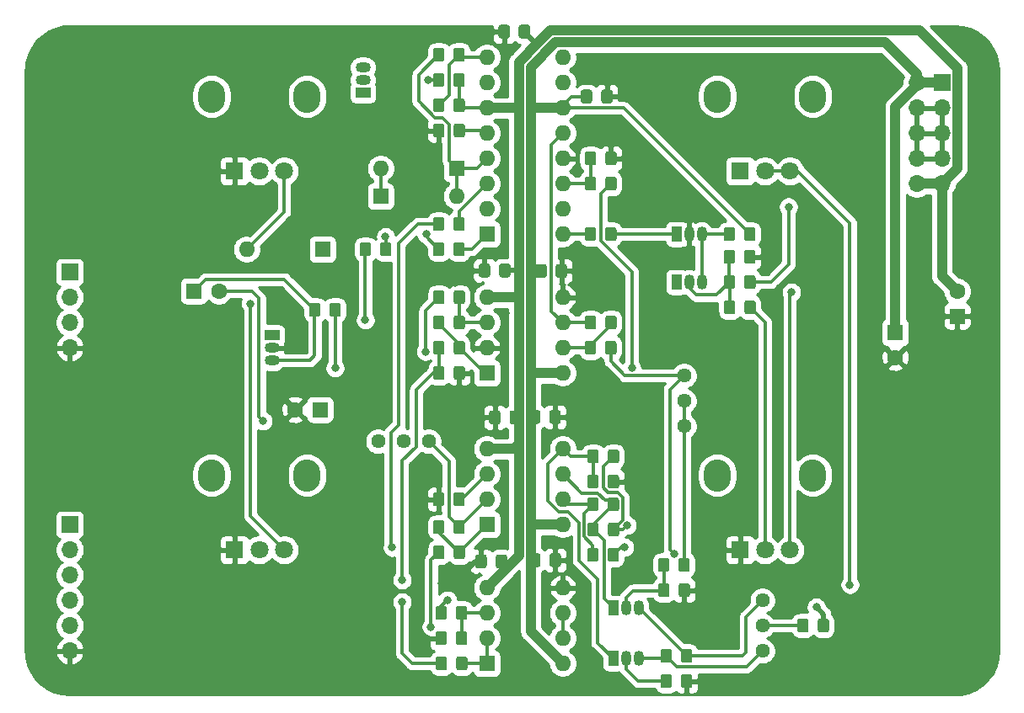
<source format=gbr>
G04 #@! TF.GenerationSoftware,KiCad,Pcbnew,5.1.6-c6e7f7d~86~ubuntu18.04.1*
G04 #@! TF.CreationDate,2020-06-21T16:50:38-04:00*
G04 #@! TF.ProjectId,modulation_source,6d6f6475-6c61-4746-996f-6e5f736f7572,rev?*
G04 #@! TF.SameCoordinates,Original*
G04 #@! TF.FileFunction,Copper,L2,Bot*
G04 #@! TF.FilePolarity,Positive*
%FSLAX46Y46*%
G04 Gerber Fmt 4.6, Leading zero omitted, Abs format (unit mm)*
G04 Created by KiCad (PCBNEW 5.1.6-c6e7f7d~86~ubuntu18.04.1) date 2020-06-21 16:50:38*
%MOMM*%
%LPD*%
G01*
G04 APERTURE LIST*
G04 #@! TA.AperFunction,ComponentPad*
%ADD10C,1.600000*%
G04 #@! TD*
G04 #@! TA.AperFunction,ComponentPad*
%ADD11R,1.600000X1.600000*%
G04 #@! TD*
G04 #@! TA.AperFunction,ComponentPad*
%ADD12O,2.720000X3.240000*%
G04 #@! TD*
G04 #@! TA.AperFunction,ComponentPad*
%ADD13C,1.800000*%
G04 #@! TD*
G04 #@! TA.AperFunction,ComponentPad*
%ADD14R,1.800000X1.800000*%
G04 #@! TD*
G04 #@! TA.AperFunction,ComponentPad*
%ADD15O,1.700000X1.700000*%
G04 #@! TD*
G04 #@! TA.AperFunction,ComponentPad*
%ADD16R,1.700000X1.700000*%
G04 #@! TD*
G04 #@! TA.AperFunction,ComponentPad*
%ADD17O,1.600000X1.600000*%
G04 #@! TD*
G04 #@! TA.AperFunction,ComponentPad*
%ADD18C,1.440000*%
G04 #@! TD*
G04 #@! TA.AperFunction,ComponentPad*
%ADD19R,1.050000X1.500000*%
G04 #@! TD*
G04 #@! TA.AperFunction,ComponentPad*
%ADD20O,1.050000X1.500000*%
G04 #@! TD*
G04 #@! TA.AperFunction,ComponentPad*
%ADD21R,1.500000X1.050000*%
G04 #@! TD*
G04 #@! TA.AperFunction,ComponentPad*
%ADD22O,1.500000X1.050000*%
G04 #@! TD*
G04 #@! TA.AperFunction,ViaPad*
%ADD23C,0.800000*%
G04 #@! TD*
G04 #@! TA.AperFunction,Conductor*
%ADD24C,0.300000*%
G04 #@! TD*
G04 #@! TA.AperFunction,Conductor*
%ADD25C,0.500000*%
G04 #@! TD*
G04 #@! TA.AperFunction,Conductor*
%ADD26C,1.000000*%
G04 #@! TD*
G04 #@! TA.AperFunction,Conductor*
%ADD27C,0.254000*%
G04 #@! TD*
G04 APERTURE END LIST*
D10*
X195834000Y-78145000D03*
D11*
X195834000Y-80645000D03*
D10*
X189611000Y-84796000D03*
D11*
X189611000Y-82296000D03*
D10*
X129326000Y-90043000D03*
D11*
X131826000Y-90043000D03*
D10*
X121666000Y-78105000D03*
D11*
X119166000Y-78105000D03*
D12*
X171730000Y-58540000D03*
X181330000Y-58540000D03*
D13*
X179030000Y-66040000D03*
X176530000Y-66040000D03*
D14*
X174030000Y-66040000D03*
D12*
X120930000Y-96640000D03*
X130530000Y-96640000D03*
D13*
X128230000Y-104140000D03*
X125730000Y-104140000D03*
D14*
X123230000Y-104140000D03*
D12*
X171730000Y-96640000D03*
X181330000Y-96640000D03*
D13*
X179030000Y-104140000D03*
X176530000Y-104140000D03*
D14*
X174030000Y-104140000D03*
D12*
X120930000Y-58540000D03*
X130530000Y-58540000D03*
D13*
X128230000Y-66040000D03*
X125730000Y-66040000D03*
D14*
X123230000Y-66040000D03*
D15*
X106680000Y-114300000D03*
X106680000Y-111760000D03*
X106680000Y-109220000D03*
X106680000Y-106680000D03*
X106680000Y-104140000D03*
D16*
X106680000Y-101600000D03*
D15*
X106680000Y-83820000D03*
X106680000Y-81280000D03*
X106680000Y-78740000D03*
D16*
X106680000Y-76200000D03*
D17*
X156210000Y-101600000D03*
X148590000Y-93980000D03*
X156210000Y-99060000D03*
X148590000Y-96520000D03*
X156210000Y-96520000D03*
X148590000Y-99060000D03*
X156210000Y-93980000D03*
D11*
X148590000Y-101600000D03*
D17*
X156210000Y-86360000D03*
X148590000Y-78740000D03*
X156210000Y-83820000D03*
X148590000Y-81280000D03*
X156210000Y-81280000D03*
X148590000Y-83820000D03*
X156210000Y-78740000D03*
D11*
X148590000Y-86360000D03*
D17*
X156210000Y-115570000D03*
X148590000Y-107950000D03*
X156210000Y-113030000D03*
X148590000Y-110490000D03*
X156210000Y-110490000D03*
X148590000Y-113030000D03*
X156210000Y-107950000D03*
D11*
X148590000Y-115570000D03*
D17*
X156210000Y-72390000D03*
X148590000Y-54610000D03*
X156210000Y-69850000D03*
X148590000Y-57150000D03*
X156210000Y-67310000D03*
X148590000Y-59690000D03*
X156210000Y-64770000D03*
X148590000Y-62230000D03*
X156210000Y-62230000D03*
X148590000Y-64770000D03*
X156210000Y-59690000D03*
X148590000Y-67310000D03*
X156210000Y-57150000D03*
X148590000Y-69850000D03*
X156210000Y-54610000D03*
D11*
X148590000Y-72390000D03*
D18*
X137668000Y-93218000D03*
X140208000Y-93218000D03*
X142748000Y-93218000D03*
X176276000Y-109220000D03*
X176276000Y-111760000D03*
X176276000Y-114300000D03*
X168402000Y-86614000D03*
X168402000Y-89154000D03*
X168402000Y-91694000D03*
G04 #@! TA.AperFunction,SMDPad,CuDef*
G36*
G01*
X144575000Y-110039999D02*
X144575000Y-110940001D01*
G75*
G02*
X144325001Y-111190000I-249999J0D01*
G01*
X143674999Y-111190000D01*
G75*
G02*
X143425000Y-110940001I0J249999D01*
G01*
X143425000Y-110039999D01*
G75*
G02*
X143674999Y-109790000I249999J0D01*
G01*
X144325001Y-109790000D01*
G75*
G02*
X144575000Y-110039999I0J-249999D01*
G01*
G37*
G04 #@! TD.AperFunction*
G04 #@! TA.AperFunction,SMDPad,CuDef*
G36*
G01*
X146625000Y-110039999D02*
X146625000Y-110940001D01*
G75*
G02*
X146375001Y-111190000I-249999J0D01*
G01*
X145724999Y-111190000D01*
G75*
G02*
X145475000Y-110940001I0J249999D01*
G01*
X145475000Y-110039999D01*
G75*
G02*
X145724999Y-109790000I249999J0D01*
G01*
X146375001Y-109790000D01*
G75*
G02*
X146625000Y-110039999I0J-249999D01*
G01*
G37*
G04 #@! TD.AperFunction*
G04 #@! TA.AperFunction,SMDPad,CuDef*
G36*
G01*
X145239000Y-104844001D02*
X145239000Y-103943999D01*
G75*
G02*
X145488999Y-103694000I249999J0D01*
G01*
X146139001Y-103694000D01*
G75*
G02*
X146389000Y-103943999I0J-249999D01*
G01*
X146389000Y-104844001D01*
G75*
G02*
X146139001Y-105094000I-249999J0D01*
G01*
X145488999Y-105094000D01*
G75*
G02*
X145239000Y-104844001I0J249999D01*
G01*
G37*
G04 #@! TD.AperFunction*
G04 #@! TA.AperFunction,SMDPad,CuDef*
G36*
G01*
X143189000Y-104844001D02*
X143189000Y-103943999D01*
G75*
G02*
X143438999Y-103694000I249999J0D01*
G01*
X144089001Y-103694000D01*
G75*
G02*
X144339000Y-103943999I0J-249999D01*
G01*
X144339000Y-104844001D01*
G75*
G02*
X144089001Y-105094000I-249999J0D01*
G01*
X143438999Y-105094000D01*
G75*
G02*
X143189000Y-104844001I0J249999D01*
G01*
G37*
G04 #@! TD.AperFunction*
G04 #@! TA.AperFunction,SMDPad,CuDef*
G36*
G01*
X159815000Y-104197999D02*
X159815000Y-105098001D01*
G75*
G02*
X159565001Y-105348000I-249999J0D01*
G01*
X158914999Y-105348000D01*
G75*
G02*
X158665000Y-105098001I0J249999D01*
G01*
X158665000Y-104197999D01*
G75*
G02*
X158914999Y-103948000I249999J0D01*
G01*
X159565001Y-103948000D01*
G75*
G02*
X159815000Y-104197999I0J-249999D01*
G01*
G37*
G04 #@! TD.AperFunction*
G04 #@! TA.AperFunction,SMDPad,CuDef*
G36*
G01*
X161865000Y-104197999D02*
X161865000Y-105098001D01*
G75*
G02*
X161615001Y-105348000I-249999J0D01*
G01*
X160964999Y-105348000D01*
G75*
G02*
X160715000Y-105098001I0J249999D01*
G01*
X160715000Y-104197999D01*
G75*
G02*
X160964999Y-103948000I249999J0D01*
G01*
X161615001Y-103948000D01*
G75*
G02*
X161865000Y-104197999I0J-249999D01*
G01*
G37*
G04 #@! TD.AperFunction*
G04 #@! TA.AperFunction,SMDPad,CuDef*
G36*
G01*
X145221000Y-102304001D02*
X145221000Y-101403999D01*
G75*
G02*
X145470999Y-101154000I249999J0D01*
G01*
X146121001Y-101154000D01*
G75*
G02*
X146371000Y-101403999I0J-249999D01*
G01*
X146371000Y-102304001D01*
G75*
G02*
X146121001Y-102554000I-249999J0D01*
G01*
X145470999Y-102554000D01*
G75*
G02*
X145221000Y-102304001I0J249999D01*
G01*
G37*
G04 #@! TD.AperFunction*
G04 #@! TA.AperFunction,SMDPad,CuDef*
G36*
G01*
X143171000Y-102304001D02*
X143171000Y-101403999D01*
G75*
G02*
X143420999Y-101154000I249999J0D01*
G01*
X144071001Y-101154000D01*
G75*
G02*
X144321000Y-101403999I0J-249999D01*
G01*
X144321000Y-102304001D01*
G75*
G02*
X144071001Y-102554000I-249999J0D01*
G01*
X143420999Y-102554000D01*
G75*
G02*
X143171000Y-102304001I0J249999D01*
G01*
G37*
G04 #@! TD.AperFunction*
G04 #@! TA.AperFunction,SMDPad,CuDef*
G36*
G01*
X160724000Y-100018001D02*
X160724000Y-99117999D01*
G75*
G02*
X160973999Y-98868000I249999J0D01*
G01*
X161624001Y-98868000D01*
G75*
G02*
X161874000Y-99117999I0J-249999D01*
G01*
X161874000Y-100018001D01*
G75*
G02*
X161624001Y-100268000I-249999J0D01*
G01*
X160973999Y-100268000D01*
G75*
G02*
X160724000Y-100018001I0J249999D01*
G01*
G37*
G04 #@! TD.AperFunction*
G04 #@! TA.AperFunction,SMDPad,CuDef*
G36*
G01*
X158674000Y-100018001D02*
X158674000Y-99117999D01*
G75*
G02*
X158923999Y-98868000I249999J0D01*
G01*
X159574001Y-98868000D01*
G75*
G02*
X159824000Y-99117999I0J-249999D01*
G01*
X159824000Y-100018001D01*
G75*
G02*
X159574001Y-100268000I-249999J0D01*
G01*
X158923999Y-100268000D01*
G75*
G02*
X158674000Y-100018001I0J249999D01*
G01*
G37*
G04 #@! TD.AperFunction*
G04 #@! TA.AperFunction,SMDPad,CuDef*
G36*
G01*
X159824000Y-96831999D02*
X159824000Y-97732001D01*
G75*
G02*
X159574001Y-97982000I-249999J0D01*
G01*
X158923999Y-97982000D01*
G75*
G02*
X158674000Y-97732001I0J249999D01*
G01*
X158674000Y-96831999D01*
G75*
G02*
X158923999Y-96582000I249999J0D01*
G01*
X159574001Y-96582000D01*
G75*
G02*
X159824000Y-96831999I0J-249999D01*
G01*
G37*
G04 #@! TD.AperFunction*
G04 #@! TA.AperFunction,SMDPad,CuDef*
G36*
G01*
X161874000Y-96831999D02*
X161874000Y-97732001D01*
G75*
G02*
X161624001Y-97982000I-249999J0D01*
G01*
X160973999Y-97982000D01*
G75*
G02*
X160724000Y-97732001I0J249999D01*
G01*
X160724000Y-96831999D01*
G75*
G02*
X160973999Y-96582000I249999J0D01*
G01*
X161624001Y-96582000D01*
G75*
G02*
X161874000Y-96831999I0J-249999D01*
G01*
G37*
G04 #@! TD.AperFunction*
G04 #@! TA.AperFunction,SMDPad,CuDef*
G36*
G01*
X167181000Y-116897999D02*
X167181000Y-117798001D01*
G75*
G02*
X166931001Y-118048000I-249999J0D01*
G01*
X166280999Y-118048000D01*
G75*
G02*
X166031000Y-117798001I0J249999D01*
G01*
X166031000Y-116897999D01*
G75*
G02*
X166280999Y-116648000I249999J0D01*
G01*
X166931001Y-116648000D01*
G75*
G02*
X167181000Y-116897999I0J-249999D01*
G01*
G37*
G04 #@! TD.AperFunction*
G04 #@! TA.AperFunction,SMDPad,CuDef*
G36*
G01*
X169231000Y-116897999D02*
X169231000Y-117798001D01*
G75*
G02*
X168981001Y-118048000I-249999J0D01*
G01*
X168330999Y-118048000D01*
G75*
G02*
X168081000Y-117798001I0J249999D01*
G01*
X168081000Y-116897999D01*
G75*
G02*
X168330999Y-116648000I249999J0D01*
G01*
X168981001Y-116648000D01*
G75*
G02*
X169231000Y-116897999I0J-249999D01*
G01*
G37*
G04 #@! TD.AperFunction*
G04 #@! TA.AperFunction,SMDPad,CuDef*
G36*
G01*
X145221000Y-99510001D02*
X145221000Y-98609999D01*
G75*
G02*
X145470999Y-98360000I249999J0D01*
G01*
X146121001Y-98360000D01*
G75*
G02*
X146371000Y-98609999I0J-249999D01*
G01*
X146371000Y-99510001D01*
G75*
G02*
X146121001Y-99760000I-249999J0D01*
G01*
X145470999Y-99760000D01*
G75*
G02*
X145221000Y-99510001I0J249999D01*
G01*
G37*
G04 #@! TD.AperFunction*
G04 #@! TA.AperFunction,SMDPad,CuDef*
G36*
G01*
X143171000Y-99510001D02*
X143171000Y-98609999D01*
G75*
G02*
X143420999Y-98360000I249999J0D01*
G01*
X144071001Y-98360000D01*
G75*
G02*
X144321000Y-98609999I0J-249999D01*
G01*
X144321000Y-99510001D01*
G75*
G02*
X144071001Y-99760000I-249999J0D01*
G01*
X143420999Y-99760000D01*
G75*
G02*
X143171000Y-99510001I0J249999D01*
G01*
G37*
G04 #@! TD.AperFunction*
G04 #@! TA.AperFunction,SMDPad,CuDef*
G36*
G01*
X160733000Y-95192001D02*
X160733000Y-94291999D01*
G75*
G02*
X160982999Y-94042000I249999J0D01*
G01*
X161633001Y-94042000D01*
G75*
G02*
X161883000Y-94291999I0J-249999D01*
G01*
X161883000Y-95192001D01*
G75*
G02*
X161633001Y-95442000I-249999J0D01*
G01*
X160982999Y-95442000D01*
G75*
G02*
X160733000Y-95192001I0J249999D01*
G01*
G37*
G04 #@! TD.AperFunction*
G04 #@! TA.AperFunction,SMDPad,CuDef*
G36*
G01*
X158683000Y-95192001D02*
X158683000Y-94291999D01*
G75*
G02*
X158932999Y-94042000I249999J0D01*
G01*
X159583001Y-94042000D01*
G75*
G02*
X159833000Y-94291999I0J-249999D01*
G01*
X159833000Y-95192001D01*
G75*
G02*
X159583001Y-95442000I-249999J0D01*
G01*
X158932999Y-95442000D01*
G75*
G02*
X158683000Y-95192001I0J249999D01*
G01*
G37*
G04 #@! TD.AperFunction*
G04 #@! TA.AperFunction,SMDPad,CuDef*
G36*
G01*
X131875000Y-79559999D02*
X131875000Y-80460001D01*
G75*
G02*
X131625001Y-80710000I-249999J0D01*
G01*
X130974999Y-80710000D01*
G75*
G02*
X130725000Y-80460001I0J249999D01*
G01*
X130725000Y-79559999D01*
G75*
G02*
X130974999Y-79310000I249999J0D01*
G01*
X131625001Y-79310000D01*
G75*
G02*
X131875000Y-79559999I0J-249999D01*
G01*
G37*
G04 #@! TD.AperFunction*
G04 #@! TA.AperFunction,SMDPad,CuDef*
G36*
G01*
X133925000Y-79559999D02*
X133925000Y-80460001D01*
G75*
G02*
X133675001Y-80710000I-249999J0D01*
G01*
X133024999Y-80710000D01*
G75*
G02*
X132775000Y-80460001I0J249999D01*
G01*
X132775000Y-79559999D01*
G75*
G02*
X133024999Y-79310000I249999J0D01*
G01*
X133675001Y-79310000D01*
G75*
G02*
X133925000Y-79559999I0J-249999D01*
G01*
G37*
G04 #@! TD.AperFunction*
G04 #@! TA.AperFunction,SMDPad,CuDef*
G36*
G01*
X180915000Y-111309999D02*
X180915000Y-112210001D01*
G75*
G02*
X180665001Y-112460000I-249999J0D01*
G01*
X180014999Y-112460000D01*
G75*
G02*
X179765000Y-112210001I0J249999D01*
G01*
X179765000Y-111309999D01*
G75*
G02*
X180014999Y-111060000I249999J0D01*
G01*
X180665001Y-111060000D01*
G75*
G02*
X180915000Y-111309999I0J-249999D01*
G01*
G37*
G04 #@! TD.AperFunction*
G04 #@! TA.AperFunction,SMDPad,CuDef*
G36*
G01*
X182965000Y-111309999D02*
X182965000Y-112210001D01*
G75*
G02*
X182715001Y-112460000I-249999J0D01*
G01*
X182064999Y-112460000D01*
G75*
G02*
X181815000Y-112210001I0J249999D01*
G01*
X181815000Y-111309999D01*
G75*
G02*
X182064999Y-111060000I249999J0D01*
G01*
X182715001Y-111060000D01*
G75*
G02*
X182965000Y-111309999I0J-249999D01*
G01*
G37*
G04 #@! TD.AperFunction*
G04 #@! TA.AperFunction,SMDPad,CuDef*
G36*
G01*
X167181000Y-114357999D02*
X167181000Y-115258001D01*
G75*
G02*
X166931001Y-115508000I-249999J0D01*
G01*
X166280999Y-115508000D01*
G75*
G02*
X166031000Y-115258001I0J249999D01*
G01*
X166031000Y-114357999D01*
G75*
G02*
X166280999Y-114108000I249999J0D01*
G01*
X166931001Y-114108000D01*
G75*
G02*
X167181000Y-114357999I0J-249999D01*
G01*
G37*
G04 #@! TD.AperFunction*
G04 #@! TA.AperFunction,SMDPad,CuDef*
G36*
G01*
X169231000Y-114357999D02*
X169231000Y-115258001D01*
G75*
G02*
X168981001Y-115508000I-249999J0D01*
G01*
X168330999Y-115508000D01*
G75*
G02*
X168081000Y-115258001I0J249999D01*
G01*
X168081000Y-114357999D01*
G75*
G02*
X168330999Y-114108000I249999J0D01*
G01*
X168981001Y-114108000D01*
G75*
G02*
X169231000Y-114357999I0J-249999D01*
G01*
G37*
G04 #@! TD.AperFunction*
G04 #@! TA.AperFunction,SMDPad,CuDef*
G36*
G01*
X160733000Y-102558001D02*
X160733000Y-101657999D01*
G75*
G02*
X160982999Y-101408000I249999J0D01*
G01*
X161633001Y-101408000D01*
G75*
G02*
X161883000Y-101657999I0J-249999D01*
G01*
X161883000Y-102558001D01*
G75*
G02*
X161633001Y-102808000I-249999J0D01*
G01*
X160982999Y-102808000D01*
G75*
G02*
X160733000Y-102558001I0J249999D01*
G01*
G37*
G04 #@! TD.AperFunction*
G04 #@! TA.AperFunction,SMDPad,CuDef*
G36*
G01*
X158683000Y-102558001D02*
X158683000Y-101657999D01*
G75*
G02*
X158932999Y-101408000I249999J0D01*
G01*
X159583001Y-101408000D01*
G75*
G02*
X159833000Y-101657999I0J-249999D01*
G01*
X159833000Y-102558001D01*
G75*
G02*
X159583001Y-102808000I-249999J0D01*
G01*
X158932999Y-102808000D01*
G75*
G02*
X158683000Y-102558001I0J249999D01*
G01*
G37*
G04 #@! TD.AperFunction*
G04 #@! TA.AperFunction,SMDPad,CuDef*
G36*
G01*
X166945000Y-107753999D02*
X166945000Y-108654001D01*
G75*
G02*
X166695001Y-108904000I-249999J0D01*
G01*
X166044999Y-108904000D01*
G75*
G02*
X165795000Y-108654001I0J249999D01*
G01*
X165795000Y-107753999D01*
G75*
G02*
X166044999Y-107504000I249999J0D01*
G01*
X166695001Y-107504000D01*
G75*
G02*
X166945000Y-107753999I0J-249999D01*
G01*
G37*
G04 #@! TD.AperFunction*
G04 #@! TA.AperFunction,SMDPad,CuDef*
G36*
G01*
X168995000Y-107753999D02*
X168995000Y-108654001D01*
G75*
G02*
X168745001Y-108904000I-249999J0D01*
G01*
X168094999Y-108904000D01*
G75*
G02*
X167845000Y-108654001I0J249999D01*
G01*
X167845000Y-107753999D01*
G75*
G02*
X168094999Y-107504000I249999J0D01*
G01*
X168745001Y-107504000D01*
G75*
G02*
X168995000Y-107753999I0J-249999D01*
G01*
G37*
G04 #@! TD.AperFunction*
G04 #@! TA.AperFunction,SMDPad,CuDef*
G36*
G01*
X166927000Y-105213999D02*
X166927000Y-106114001D01*
G75*
G02*
X166677001Y-106364000I-249999J0D01*
G01*
X166026999Y-106364000D01*
G75*
G02*
X165777000Y-106114001I0J249999D01*
G01*
X165777000Y-105213999D01*
G75*
G02*
X166026999Y-104964000I249999J0D01*
G01*
X166677001Y-104964000D01*
G75*
G02*
X166927000Y-105213999I0J-249999D01*
G01*
G37*
G04 #@! TD.AperFunction*
G04 #@! TA.AperFunction,SMDPad,CuDef*
G36*
G01*
X168977000Y-105213999D02*
X168977000Y-106114001D01*
G75*
G02*
X168727001Y-106364000I-249999J0D01*
G01*
X168076999Y-106364000D01*
G75*
G02*
X167827000Y-106114001I0J249999D01*
G01*
X167827000Y-105213999D01*
G75*
G02*
X168076999Y-104964000I249999J0D01*
G01*
X168727001Y-104964000D01*
G75*
G02*
X168977000Y-105213999I0J-249999D01*
G01*
G37*
G04 #@! TD.AperFunction*
G04 #@! TA.AperFunction,SMDPad,CuDef*
G36*
G01*
X145493000Y-116020001D02*
X145493000Y-115119999D01*
G75*
G02*
X145742999Y-114870000I249999J0D01*
G01*
X146393001Y-114870000D01*
G75*
G02*
X146643000Y-115119999I0J-249999D01*
G01*
X146643000Y-116020001D01*
G75*
G02*
X146393001Y-116270000I-249999J0D01*
G01*
X145742999Y-116270000D01*
G75*
G02*
X145493000Y-116020001I0J249999D01*
G01*
G37*
G04 #@! TD.AperFunction*
G04 #@! TA.AperFunction,SMDPad,CuDef*
G36*
G01*
X143443000Y-116020001D02*
X143443000Y-115119999D01*
G75*
G02*
X143692999Y-114870000I249999J0D01*
G01*
X144343001Y-114870000D01*
G75*
G02*
X144593000Y-115119999I0J-249999D01*
G01*
X144593000Y-116020001D01*
G75*
G02*
X144343001Y-116270000I-249999J0D01*
G01*
X143692999Y-116270000D01*
G75*
G02*
X143443000Y-116020001I0J249999D01*
G01*
G37*
G04 #@! TD.AperFunction*
G04 #@! TA.AperFunction,SMDPad,CuDef*
G36*
G01*
X144330000Y-58985999D02*
X144330000Y-59886001D01*
G75*
G02*
X144080001Y-60136000I-249999J0D01*
G01*
X143429999Y-60136000D01*
G75*
G02*
X143180000Y-59886001I0J249999D01*
G01*
X143180000Y-58985999D01*
G75*
G02*
X143429999Y-58736000I249999J0D01*
G01*
X144080001Y-58736000D01*
G75*
G02*
X144330000Y-58985999I0J-249999D01*
G01*
G37*
G04 #@! TD.AperFunction*
G04 #@! TA.AperFunction,SMDPad,CuDef*
G36*
G01*
X146380000Y-58985999D02*
X146380000Y-59886001D01*
G75*
G02*
X146130001Y-60136000I-249999J0D01*
G01*
X145479999Y-60136000D01*
G75*
G02*
X145230000Y-59886001I0J249999D01*
G01*
X145230000Y-58985999D01*
G75*
G02*
X145479999Y-58736000I249999J0D01*
G01*
X146130001Y-58736000D01*
G75*
G02*
X146380000Y-58985999I0J-249999D01*
G01*
G37*
G04 #@! TD.AperFunction*
G04 #@! TA.AperFunction,SMDPad,CuDef*
G36*
G01*
X159570000Y-83369999D02*
X159570000Y-84270001D01*
G75*
G02*
X159320001Y-84520000I-249999J0D01*
G01*
X158669999Y-84520000D01*
G75*
G02*
X158420000Y-84270001I0J249999D01*
G01*
X158420000Y-83369999D01*
G75*
G02*
X158669999Y-83120000I249999J0D01*
G01*
X159320001Y-83120000D01*
G75*
G02*
X159570000Y-83369999I0J-249999D01*
G01*
G37*
G04 #@! TD.AperFunction*
G04 #@! TA.AperFunction,SMDPad,CuDef*
G36*
G01*
X161620000Y-83369999D02*
X161620000Y-84270001D01*
G75*
G02*
X161370001Y-84520000I-249999J0D01*
G01*
X160719999Y-84520000D01*
G75*
G02*
X160470000Y-84270001I0J249999D01*
G01*
X160470000Y-83369999D01*
G75*
G02*
X160719999Y-83120000I249999J0D01*
G01*
X161370001Y-83120000D01*
G75*
G02*
X161620000Y-83369999I0J-249999D01*
G01*
G37*
G04 #@! TD.AperFunction*
G04 #@! TA.AperFunction,SMDPad,CuDef*
G36*
G01*
X144321000Y-56445999D02*
X144321000Y-57346001D01*
G75*
G02*
X144071001Y-57596000I-249999J0D01*
G01*
X143420999Y-57596000D01*
G75*
G02*
X143171000Y-57346001I0J249999D01*
G01*
X143171000Y-56445999D01*
G75*
G02*
X143420999Y-56196000I249999J0D01*
G01*
X144071001Y-56196000D01*
G75*
G02*
X144321000Y-56445999I0J-249999D01*
G01*
G37*
G04 #@! TD.AperFunction*
G04 #@! TA.AperFunction,SMDPad,CuDef*
G36*
G01*
X146371000Y-56445999D02*
X146371000Y-57346001D01*
G75*
G02*
X146121001Y-57596000I-249999J0D01*
G01*
X145470999Y-57596000D01*
G75*
G02*
X145221000Y-57346001I0J249999D01*
G01*
X145221000Y-56445999D01*
G75*
G02*
X145470999Y-56196000I249999J0D01*
G01*
X146121001Y-56196000D01*
G75*
G02*
X146371000Y-56445999I0J-249999D01*
G01*
G37*
G04 #@! TD.AperFunction*
G04 #@! TA.AperFunction,SMDPad,CuDef*
G36*
G01*
X159570000Y-71939999D02*
X159570000Y-72840001D01*
G75*
G02*
X159320001Y-73090000I-249999J0D01*
G01*
X158669999Y-73090000D01*
G75*
G02*
X158420000Y-72840001I0J249999D01*
G01*
X158420000Y-71939999D01*
G75*
G02*
X158669999Y-71690000I249999J0D01*
G01*
X159320001Y-71690000D01*
G75*
G02*
X159570000Y-71939999I0J-249999D01*
G01*
G37*
G04 #@! TD.AperFunction*
G04 #@! TA.AperFunction,SMDPad,CuDef*
G36*
G01*
X161620000Y-71939999D02*
X161620000Y-72840001D01*
G75*
G02*
X161370001Y-73090000I-249999J0D01*
G01*
X160719999Y-73090000D01*
G75*
G02*
X160470000Y-72840001I0J249999D01*
G01*
X160470000Y-71939999D01*
G75*
G02*
X160719999Y-71690000I249999J0D01*
G01*
X161370001Y-71690000D01*
G75*
G02*
X161620000Y-71939999I0J-249999D01*
G01*
G37*
G04 #@! TD.AperFunction*
G04 #@! TA.AperFunction,SMDPad,CuDef*
G36*
G01*
X173531000Y-71939999D02*
X173531000Y-72840001D01*
G75*
G02*
X173281001Y-73090000I-249999J0D01*
G01*
X172630999Y-73090000D01*
G75*
G02*
X172381000Y-72840001I0J249999D01*
G01*
X172381000Y-71939999D01*
G75*
G02*
X172630999Y-71690000I249999J0D01*
G01*
X173281001Y-71690000D01*
G75*
G02*
X173531000Y-71939999I0J-249999D01*
G01*
G37*
G04 #@! TD.AperFunction*
G04 #@! TA.AperFunction,SMDPad,CuDef*
G36*
G01*
X175581000Y-71939999D02*
X175581000Y-72840001D01*
G75*
G02*
X175331001Y-73090000I-249999J0D01*
G01*
X174680999Y-73090000D01*
G75*
G02*
X174431000Y-72840001I0J249999D01*
G01*
X174431000Y-71939999D01*
G75*
G02*
X174680999Y-71690000I249999J0D01*
G01*
X175331001Y-71690000D01*
G75*
G02*
X175581000Y-71939999I0J-249999D01*
G01*
G37*
G04 #@! TD.AperFunction*
G04 #@! TA.AperFunction,SMDPad,CuDef*
G36*
G01*
X144321000Y-73463999D02*
X144321000Y-74364001D01*
G75*
G02*
X144071001Y-74614000I-249999J0D01*
G01*
X143420999Y-74614000D01*
G75*
G02*
X143171000Y-74364001I0J249999D01*
G01*
X143171000Y-73463999D01*
G75*
G02*
X143420999Y-73214000I249999J0D01*
G01*
X144071001Y-73214000D01*
G75*
G02*
X144321000Y-73463999I0J-249999D01*
G01*
G37*
G04 #@! TD.AperFunction*
G04 #@! TA.AperFunction,SMDPad,CuDef*
G36*
G01*
X146371000Y-73463999D02*
X146371000Y-74364001D01*
G75*
G02*
X146121001Y-74614000I-249999J0D01*
G01*
X145470999Y-74614000D01*
G75*
G02*
X145221000Y-74364001I0J249999D01*
G01*
X145221000Y-73463999D01*
G75*
G02*
X145470999Y-73214000I249999J0D01*
G01*
X146121001Y-73214000D01*
G75*
G02*
X146371000Y-73463999I0J-249999D01*
G01*
G37*
G04 #@! TD.AperFunction*
G04 #@! TA.AperFunction,SMDPad,CuDef*
G36*
G01*
X144321000Y-53905999D02*
X144321000Y-54806001D01*
G75*
G02*
X144071001Y-55056000I-249999J0D01*
G01*
X143420999Y-55056000D01*
G75*
G02*
X143171000Y-54806001I0J249999D01*
G01*
X143171000Y-53905999D01*
G75*
G02*
X143420999Y-53656000I249999J0D01*
G01*
X144071001Y-53656000D01*
G75*
G02*
X144321000Y-53905999I0J-249999D01*
G01*
G37*
G04 #@! TD.AperFunction*
G04 #@! TA.AperFunction,SMDPad,CuDef*
G36*
G01*
X146371000Y-53905999D02*
X146371000Y-54806001D01*
G75*
G02*
X146121001Y-55056000I-249999J0D01*
G01*
X145470999Y-55056000D01*
G75*
G02*
X145221000Y-54806001I0J249999D01*
G01*
X145221000Y-53905999D01*
G75*
G02*
X145470999Y-53656000I249999J0D01*
G01*
X146121001Y-53656000D01*
G75*
G02*
X146371000Y-53905999I0J-249999D01*
G01*
G37*
G04 #@! TD.AperFunction*
G04 #@! TA.AperFunction,SMDPad,CuDef*
G36*
G01*
X160479000Y-65220001D02*
X160479000Y-64319999D01*
G75*
G02*
X160728999Y-64070000I249999J0D01*
G01*
X161379001Y-64070000D01*
G75*
G02*
X161629000Y-64319999I0J-249999D01*
G01*
X161629000Y-65220001D01*
G75*
G02*
X161379001Y-65470000I-249999J0D01*
G01*
X160728999Y-65470000D01*
G75*
G02*
X160479000Y-65220001I0J249999D01*
G01*
G37*
G04 #@! TD.AperFunction*
G04 #@! TA.AperFunction,SMDPad,CuDef*
G36*
G01*
X158429000Y-65220001D02*
X158429000Y-64319999D01*
G75*
G02*
X158678999Y-64070000I249999J0D01*
G01*
X159329001Y-64070000D01*
G75*
G02*
X159579000Y-64319999I0J-249999D01*
G01*
X159579000Y-65220001D01*
G75*
G02*
X159329001Y-65470000I-249999J0D01*
G01*
X158678999Y-65470000D01*
G75*
G02*
X158429000Y-65220001I0J249999D01*
G01*
G37*
G04 #@! TD.AperFunction*
G04 #@! TA.AperFunction,SMDPad,CuDef*
G36*
G01*
X145239000Y-86810001D02*
X145239000Y-85909999D01*
G75*
G02*
X145488999Y-85660000I249999J0D01*
G01*
X146139001Y-85660000D01*
G75*
G02*
X146389000Y-85909999I0J-249999D01*
G01*
X146389000Y-86810001D01*
G75*
G02*
X146139001Y-87060000I-249999J0D01*
G01*
X145488999Y-87060000D01*
G75*
G02*
X145239000Y-86810001I0J249999D01*
G01*
G37*
G04 #@! TD.AperFunction*
G04 #@! TA.AperFunction,SMDPad,CuDef*
G36*
G01*
X143189000Y-86810001D02*
X143189000Y-85909999D01*
G75*
G02*
X143438999Y-85660000I249999J0D01*
G01*
X144089001Y-85660000D01*
G75*
G02*
X144339000Y-85909999I0J-249999D01*
G01*
X144339000Y-86810001D01*
G75*
G02*
X144089001Y-87060000I-249999J0D01*
G01*
X143438999Y-87060000D01*
G75*
G02*
X143189000Y-86810001I0J249999D01*
G01*
G37*
G04 #@! TD.AperFunction*
G04 #@! TA.AperFunction,SMDPad,CuDef*
G36*
G01*
X174431000Y-75126001D02*
X174431000Y-74225999D01*
G75*
G02*
X174680999Y-73976000I249999J0D01*
G01*
X175331001Y-73976000D01*
G75*
G02*
X175581000Y-74225999I0J-249999D01*
G01*
X175581000Y-75126001D01*
G75*
G02*
X175331001Y-75376000I-249999J0D01*
G01*
X174680999Y-75376000D01*
G75*
G02*
X174431000Y-75126001I0J249999D01*
G01*
G37*
G04 #@! TD.AperFunction*
G04 #@! TA.AperFunction,SMDPad,CuDef*
G36*
G01*
X172381000Y-75126001D02*
X172381000Y-74225999D01*
G75*
G02*
X172630999Y-73976000I249999J0D01*
G01*
X173281001Y-73976000D01*
G75*
G02*
X173531000Y-74225999I0J-249999D01*
G01*
X173531000Y-75126001D01*
G75*
G02*
X173281001Y-75376000I-249999J0D01*
G01*
X172630999Y-75376000D01*
G75*
G02*
X172381000Y-75126001I0J249999D01*
G01*
G37*
G04 #@! TD.AperFunction*
G04 #@! TA.AperFunction,SMDPad,CuDef*
G36*
G01*
X160479000Y-67760001D02*
X160479000Y-66859999D01*
G75*
G02*
X160728999Y-66610000I249999J0D01*
G01*
X161379001Y-66610000D01*
G75*
G02*
X161629000Y-66859999I0J-249999D01*
G01*
X161629000Y-67760001D01*
G75*
G02*
X161379001Y-68010000I-249999J0D01*
G01*
X160728999Y-68010000D01*
G75*
G02*
X160479000Y-67760001I0J249999D01*
G01*
G37*
G04 #@! TD.AperFunction*
G04 #@! TA.AperFunction,SMDPad,CuDef*
G36*
G01*
X158429000Y-67760001D02*
X158429000Y-66859999D01*
G75*
G02*
X158678999Y-66610000I249999J0D01*
G01*
X159329001Y-66610000D01*
G75*
G02*
X159579000Y-66859999I0J-249999D01*
G01*
X159579000Y-67760001D01*
G75*
G02*
X159329001Y-68010000I-249999J0D01*
G01*
X158678999Y-68010000D01*
G75*
G02*
X158429000Y-67760001I0J249999D01*
G01*
G37*
G04 #@! TD.AperFunction*
G04 #@! TA.AperFunction,SMDPad,CuDef*
G36*
G01*
X145239000Y-84270001D02*
X145239000Y-83369999D01*
G75*
G02*
X145488999Y-83120000I249999J0D01*
G01*
X146139001Y-83120000D01*
G75*
G02*
X146389000Y-83369999I0J-249999D01*
G01*
X146389000Y-84270001D01*
G75*
G02*
X146139001Y-84520000I-249999J0D01*
G01*
X145488999Y-84520000D01*
G75*
G02*
X145239000Y-84270001I0J249999D01*
G01*
G37*
G04 #@! TD.AperFunction*
G04 #@! TA.AperFunction,SMDPad,CuDef*
G36*
G01*
X143189000Y-84270001D02*
X143189000Y-83369999D01*
G75*
G02*
X143438999Y-83120000I249999J0D01*
G01*
X144089001Y-83120000D01*
G75*
G02*
X144339000Y-83369999I0J-249999D01*
G01*
X144339000Y-84270001D01*
G75*
G02*
X144089001Y-84520000I-249999J0D01*
G01*
X143438999Y-84520000D01*
G75*
G02*
X143189000Y-84270001I0J249999D01*
G01*
G37*
G04 #@! TD.AperFunction*
G04 #@! TA.AperFunction,SMDPad,CuDef*
G36*
G01*
X174449000Y-80206001D02*
X174449000Y-79305999D01*
G75*
G02*
X174698999Y-79056000I249999J0D01*
G01*
X175349001Y-79056000D01*
G75*
G02*
X175599000Y-79305999I0J-249999D01*
G01*
X175599000Y-80206001D01*
G75*
G02*
X175349001Y-80456000I-249999J0D01*
G01*
X174698999Y-80456000D01*
G75*
G02*
X174449000Y-80206001I0J249999D01*
G01*
G37*
G04 #@! TD.AperFunction*
G04 #@! TA.AperFunction,SMDPad,CuDef*
G36*
G01*
X172399000Y-80206001D02*
X172399000Y-79305999D01*
G75*
G02*
X172648999Y-79056000I249999J0D01*
G01*
X173299001Y-79056000D01*
G75*
G02*
X173549000Y-79305999I0J-249999D01*
G01*
X173549000Y-80206001D01*
G75*
G02*
X173299001Y-80456000I-249999J0D01*
G01*
X172648999Y-80456000D01*
G75*
G02*
X172399000Y-80206001I0J249999D01*
G01*
G37*
G04 #@! TD.AperFunction*
G04 #@! TA.AperFunction,SMDPad,CuDef*
G36*
G01*
X174440000Y-77666001D02*
X174440000Y-76765999D01*
G75*
G02*
X174689999Y-76516000I249999J0D01*
G01*
X175340001Y-76516000D01*
G75*
G02*
X175590000Y-76765999I0J-249999D01*
G01*
X175590000Y-77666001D01*
G75*
G02*
X175340001Y-77916000I-249999J0D01*
G01*
X174689999Y-77916000D01*
G75*
G02*
X174440000Y-77666001I0J249999D01*
G01*
G37*
G04 #@! TD.AperFunction*
G04 #@! TA.AperFunction,SMDPad,CuDef*
G36*
G01*
X172390000Y-77666001D02*
X172390000Y-76765999D01*
G75*
G02*
X172639999Y-76516000I249999J0D01*
G01*
X173290001Y-76516000D01*
G75*
G02*
X173540000Y-76765999I0J-249999D01*
G01*
X173540000Y-77666001D01*
G75*
G02*
X173290001Y-77916000I-249999J0D01*
G01*
X172639999Y-77916000D01*
G75*
G02*
X172390000Y-77666001I0J249999D01*
G01*
G37*
G04 #@! TD.AperFunction*
G04 #@! TA.AperFunction,SMDPad,CuDef*
G36*
G01*
X144321000Y-70923999D02*
X144321000Y-71824001D01*
G75*
G02*
X144071001Y-72074000I-249999J0D01*
G01*
X143420999Y-72074000D01*
G75*
G02*
X143171000Y-71824001I0J249999D01*
G01*
X143171000Y-70923999D01*
G75*
G02*
X143420999Y-70674000I249999J0D01*
G01*
X144071001Y-70674000D01*
G75*
G02*
X144321000Y-70923999I0J-249999D01*
G01*
G37*
G04 #@! TD.AperFunction*
G04 #@! TA.AperFunction,SMDPad,CuDef*
G36*
G01*
X146371000Y-70923999D02*
X146371000Y-71824001D01*
G75*
G02*
X146121001Y-72074000I-249999J0D01*
G01*
X145470999Y-72074000D01*
G75*
G02*
X145221000Y-71824001I0J249999D01*
G01*
X145221000Y-70923999D01*
G75*
G02*
X145470999Y-70674000I249999J0D01*
G01*
X146121001Y-70674000D01*
G75*
G02*
X146371000Y-70923999I0J-249999D01*
G01*
G37*
G04 #@! TD.AperFunction*
G04 #@! TA.AperFunction,SMDPad,CuDef*
G36*
G01*
X145239000Y-81730001D02*
X145239000Y-80829999D01*
G75*
G02*
X145488999Y-80580000I249999J0D01*
G01*
X146139001Y-80580000D01*
G75*
G02*
X146389000Y-80829999I0J-249999D01*
G01*
X146389000Y-81730001D01*
G75*
G02*
X146139001Y-81980000I-249999J0D01*
G01*
X145488999Y-81980000D01*
G75*
G02*
X145239000Y-81730001I0J249999D01*
G01*
G37*
G04 #@! TD.AperFunction*
G04 #@! TA.AperFunction,SMDPad,CuDef*
G36*
G01*
X143189000Y-81730001D02*
X143189000Y-80829999D01*
G75*
G02*
X143438999Y-80580000I249999J0D01*
G01*
X144089001Y-80580000D01*
G75*
G02*
X144339000Y-80829999I0J-249999D01*
G01*
X144339000Y-81730001D01*
G75*
G02*
X144089001Y-81980000I-249999J0D01*
G01*
X143438999Y-81980000D01*
G75*
G02*
X143189000Y-81730001I0J249999D01*
G01*
G37*
G04 #@! TD.AperFunction*
G04 #@! TA.AperFunction,SMDPad,CuDef*
G36*
G01*
X145239000Y-79190001D02*
X145239000Y-78289999D01*
G75*
G02*
X145488999Y-78040000I249999J0D01*
G01*
X146139001Y-78040000D01*
G75*
G02*
X146389000Y-78289999I0J-249999D01*
G01*
X146389000Y-79190001D01*
G75*
G02*
X146139001Y-79440000I-249999J0D01*
G01*
X145488999Y-79440000D01*
G75*
G02*
X145239000Y-79190001I0J249999D01*
G01*
G37*
G04 #@! TD.AperFunction*
G04 #@! TA.AperFunction,SMDPad,CuDef*
G36*
G01*
X143189000Y-79190001D02*
X143189000Y-78289999D01*
G75*
G02*
X143438999Y-78040000I249999J0D01*
G01*
X144089001Y-78040000D01*
G75*
G02*
X144339000Y-78289999I0J-249999D01*
G01*
X144339000Y-79190001D01*
G75*
G02*
X144089001Y-79440000I-249999J0D01*
G01*
X143438999Y-79440000D01*
G75*
G02*
X143189000Y-79190001I0J249999D01*
G01*
G37*
G04 #@! TD.AperFunction*
D19*
X161290000Y-115062000D03*
D20*
X163830000Y-115062000D03*
X162560000Y-115062000D03*
D21*
X127000000Y-82550000D03*
D22*
X127000000Y-85090000D03*
X127000000Y-83820000D03*
D19*
X161290000Y-109982000D03*
D20*
X163830000Y-109982000D03*
X162560000Y-109982000D03*
D21*
X136144000Y-58166000D03*
D22*
X136144000Y-55626000D03*
X136144000Y-56896000D03*
D19*
X167640000Y-72390000D03*
D20*
X170180000Y-72390000D03*
X168910000Y-72390000D03*
D19*
X167640000Y-77216000D03*
D20*
X170180000Y-77216000D03*
X168910000Y-77216000D03*
D15*
X191770000Y-67310000D03*
X194310000Y-67310000D03*
X191770000Y-64770000D03*
X194310000Y-64770000D03*
X191770000Y-62230000D03*
X194310000Y-62230000D03*
X191770000Y-59690000D03*
X194310000Y-59690000D03*
X191770000Y-57150000D03*
D16*
X194310000Y-57150000D03*
D17*
X124460000Y-73914000D03*
D11*
X132080000Y-73914000D03*
D17*
X137922000Y-65786000D03*
D11*
X145542000Y-65786000D03*
D17*
X145542000Y-68580000D03*
D11*
X137922000Y-68580000D03*
G04 #@! TA.AperFunction,SMDPad,CuDef*
G36*
G01*
X144575000Y-112579999D02*
X144575000Y-113480001D01*
G75*
G02*
X144325001Y-113730000I-249999J0D01*
G01*
X143674999Y-113730000D01*
G75*
G02*
X143425000Y-113480001I0J249999D01*
G01*
X143425000Y-112579999D01*
G75*
G02*
X143674999Y-112330000I249999J0D01*
G01*
X144325001Y-112330000D01*
G75*
G02*
X144575000Y-112579999I0J-249999D01*
G01*
G37*
G04 #@! TD.AperFunction*
G04 #@! TA.AperFunction,SMDPad,CuDef*
G36*
G01*
X146625000Y-112579999D02*
X146625000Y-113480001D01*
G75*
G02*
X146375001Y-113730000I-249999J0D01*
G01*
X145724999Y-113730000D01*
G75*
G02*
X145475000Y-113480001I0J249999D01*
G01*
X145475000Y-112579999D01*
G75*
G02*
X145724999Y-112330000I249999J0D01*
G01*
X146375001Y-112330000D01*
G75*
G02*
X146625000Y-112579999I0J-249999D01*
G01*
G37*
G04 #@! TD.AperFunction*
G04 #@! TA.AperFunction,SMDPad,CuDef*
G36*
G01*
X149480800Y-105758401D02*
X149480800Y-104858399D01*
G75*
G02*
X149730799Y-104608400I249999J0D01*
G01*
X150380801Y-104608400D01*
G75*
G02*
X150630800Y-104858399I0J-249999D01*
G01*
X150630800Y-105758401D01*
G75*
G02*
X150380801Y-106008400I-249999J0D01*
G01*
X149730799Y-106008400D01*
G75*
G02*
X149480800Y-105758401I0J249999D01*
G01*
G37*
G04 #@! TD.AperFunction*
G04 #@! TA.AperFunction,SMDPad,CuDef*
G36*
G01*
X147430800Y-105758401D02*
X147430800Y-104858399D01*
G75*
G02*
X147680799Y-104608400I249999J0D01*
G01*
X148330801Y-104608400D01*
G75*
G02*
X148580800Y-104858399I0J-249999D01*
G01*
X148580800Y-105758401D01*
G75*
G02*
X148330801Y-106008400I-249999J0D01*
G01*
X147680799Y-106008400D01*
G75*
G02*
X147430800Y-105758401I0J249999D01*
G01*
G37*
G04 #@! TD.AperFunction*
G04 #@! TA.AperFunction,SMDPad,CuDef*
G36*
G01*
X154891000Y-105631401D02*
X154891000Y-104731399D01*
G75*
G02*
X155140999Y-104481400I249999J0D01*
G01*
X155791001Y-104481400D01*
G75*
G02*
X156041000Y-104731399I0J-249999D01*
G01*
X156041000Y-105631401D01*
G75*
G02*
X155791001Y-105881400I-249999J0D01*
G01*
X155140999Y-105881400D01*
G75*
G02*
X154891000Y-105631401I0J249999D01*
G01*
G37*
G04 #@! TD.AperFunction*
G04 #@! TA.AperFunction,SMDPad,CuDef*
G36*
G01*
X152841000Y-105631401D02*
X152841000Y-104731399D01*
G75*
G02*
X153090999Y-104481400I249999J0D01*
G01*
X153741001Y-104481400D01*
G75*
G02*
X153991000Y-104731399I0J-249999D01*
G01*
X153991000Y-105631401D01*
G75*
G02*
X153741001Y-105881400I-249999J0D01*
G01*
X153090999Y-105881400D01*
G75*
G02*
X152841000Y-105631401I0J249999D01*
G01*
G37*
G04 #@! TD.AperFunction*
G04 #@! TA.AperFunction,SMDPad,CuDef*
G36*
G01*
X150868800Y-91280401D02*
X150868800Y-90380399D01*
G75*
G02*
X151118799Y-90130400I249999J0D01*
G01*
X151768801Y-90130400D01*
G75*
G02*
X152018800Y-90380399I0J-249999D01*
G01*
X152018800Y-91280401D01*
G75*
G02*
X151768801Y-91530400I-249999J0D01*
G01*
X151118799Y-91530400D01*
G75*
G02*
X150868800Y-91280401I0J249999D01*
G01*
G37*
G04 #@! TD.AperFunction*
G04 #@! TA.AperFunction,SMDPad,CuDef*
G36*
G01*
X148818800Y-91280401D02*
X148818800Y-90380399D01*
G75*
G02*
X149068799Y-90130400I249999J0D01*
G01*
X149718801Y-90130400D01*
G75*
G02*
X149968800Y-90380399I0J-249999D01*
G01*
X149968800Y-91280401D01*
G75*
G02*
X149718801Y-91530400I-249999J0D01*
G01*
X149068799Y-91530400D01*
G75*
G02*
X148818800Y-91280401I0J249999D01*
G01*
G37*
G04 #@! TD.AperFunction*
G04 #@! TA.AperFunction,SMDPad,CuDef*
G36*
G01*
X154865600Y-91229601D02*
X154865600Y-90329599D01*
G75*
G02*
X155115599Y-90079600I249999J0D01*
G01*
X155765601Y-90079600D01*
G75*
G02*
X156015600Y-90329599I0J-249999D01*
G01*
X156015600Y-91229601D01*
G75*
G02*
X155765601Y-91479600I-249999J0D01*
G01*
X155115599Y-91479600D01*
G75*
G02*
X154865600Y-91229601I0J249999D01*
G01*
G37*
G04 #@! TD.AperFunction*
G04 #@! TA.AperFunction,SMDPad,CuDef*
G36*
G01*
X152815600Y-91229601D02*
X152815600Y-90329599D01*
G75*
G02*
X153065599Y-90079600I249999J0D01*
G01*
X153715601Y-90079600D01*
G75*
G02*
X153965600Y-90329599I0J-249999D01*
G01*
X153965600Y-91229601D01*
G75*
G02*
X153715601Y-91479600I-249999J0D01*
G01*
X153065599Y-91479600D01*
G75*
G02*
X152815600Y-91229601I0J249999D01*
G01*
G37*
G04 #@! TD.AperFunction*
G04 #@! TA.AperFunction,SMDPad,CuDef*
G36*
G01*
X149818400Y-76497601D02*
X149818400Y-75597599D01*
G75*
G02*
X150068399Y-75347600I249999J0D01*
G01*
X150718401Y-75347600D01*
G75*
G02*
X150968400Y-75597599I0J-249999D01*
G01*
X150968400Y-76497601D01*
G75*
G02*
X150718401Y-76747600I-249999J0D01*
G01*
X150068399Y-76747600D01*
G75*
G02*
X149818400Y-76497601I0J249999D01*
G01*
G37*
G04 #@! TD.AperFunction*
G04 #@! TA.AperFunction,SMDPad,CuDef*
G36*
G01*
X147768400Y-76497601D02*
X147768400Y-75597599D01*
G75*
G02*
X148018399Y-75347600I249999J0D01*
G01*
X148668401Y-75347600D01*
G75*
G02*
X148918400Y-75597599I0J-249999D01*
G01*
X148918400Y-76497601D01*
G75*
G02*
X148668401Y-76747600I-249999J0D01*
G01*
X148018399Y-76747600D01*
G75*
G02*
X147768400Y-76497601I0J249999D01*
G01*
G37*
G04 #@! TD.AperFunction*
G04 #@! TA.AperFunction,SMDPad,CuDef*
G36*
G01*
X155500600Y-76548401D02*
X155500600Y-75648399D01*
G75*
G02*
X155750599Y-75398400I249999J0D01*
G01*
X156400601Y-75398400D01*
G75*
G02*
X156650600Y-75648399I0J-249999D01*
G01*
X156650600Y-76548401D01*
G75*
G02*
X156400601Y-76798400I-249999J0D01*
G01*
X155750599Y-76798400D01*
G75*
G02*
X155500600Y-76548401I0J249999D01*
G01*
G37*
G04 #@! TD.AperFunction*
G04 #@! TA.AperFunction,SMDPad,CuDef*
G36*
G01*
X153450600Y-76548401D02*
X153450600Y-75648399D01*
G75*
G02*
X153700599Y-75398400I249999J0D01*
G01*
X154350601Y-75398400D01*
G75*
G02*
X154600600Y-75648399I0J-249999D01*
G01*
X154600600Y-76548401D01*
G75*
G02*
X154350601Y-76798400I-249999J0D01*
G01*
X153700599Y-76798400D01*
G75*
G02*
X153450600Y-76548401I0J249999D01*
G01*
G37*
G04 #@! TD.AperFunction*
G04 #@! TA.AperFunction,SMDPad,CuDef*
G36*
G01*
X151792200Y-52469201D02*
X151792200Y-51569199D01*
G75*
G02*
X152042199Y-51319200I249999J0D01*
G01*
X152692201Y-51319200D01*
G75*
G02*
X152942200Y-51569199I0J-249999D01*
G01*
X152942200Y-52469201D01*
G75*
G02*
X152692201Y-52719200I-249999J0D01*
G01*
X152042199Y-52719200D01*
G75*
G02*
X151792200Y-52469201I0J249999D01*
G01*
G37*
G04 #@! TD.AperFunction*
G04 #@! TA.AperFunction,SMDPad,CuDef*
G36*
G01*
X149742200Y-52469201D02*
X149742200Y-51569199D01*
G75*
G02*
X149992199Y-51319200I249999J0D01*
G01*
X150642201Y-51319200D01*
G75*
G02*
X150892200Y-51569199I0J-249999D01*
G01*
X150892200Y-52469201D01*
G75*
G02*
X150642201Y-52719200I-249999J0D01*
G01*
X149992199Y-52719200D01*
G75*
G02*
X149742200Y-52469201I0J249999D01*
G01*
G37*
G04 #@! TD.AperFunction*
G04 #@! TA.AperFunction,SMDPad,CuDef*
G36*
G01*
X160080000Y-58997001D02*
X160080000Y-58096999D01*
G75*
G02*
X160329999Y-57847000I249999J0D01*
G01*
X160980001Y-57847000D01*
G75*
G02*
X161230000Y-58096999I0J-249999D01*
G01*
X161230000Y-58997001D01*
G75*
G02*
X160980001Y-59247000I-249999J0D01*
G01*
X160329999Y-59247000D01*
G75*
G02*
X160080000Y-58997001I0J249999D01*
G01*
G37*
G04 #@! TD.AperFunction*
G04 #@! TA.AperFunction,SMDPad,CuDef*
G36*
G01*
X158030000Y-58997001D02*
X158030000Y-58096999D01*
G75*
G02*
X158279999Y-57847000I249999J0D01*
G01*
X158930001Y-57847000D01*
G75*
G02*
X159180000Y-58096999I0J-249999D01*
G01*
X159180000Y-58997001D01*
G75*
G02*
X158930001Y-59247000I-249999J0D01*
G01*
X158279999Y-59247000D01*
G75*
G02*
X158030000Y-58997001I0J249999D01*
G01*
G37*
G04 #@! TD.AperFunction*
G04 #@! TA.AperFunction,SMDPad,CuDef*
G36*
G01*
X159579000Y-80829999D02*
X159579000Y-81730001D01*
G75*
G02*
X159329001Y-81980000I-249999J0D01*
G01*
X158678999Y-81980000D01*
G75*
G02*
X158429000Y-81730001I0J249999D01*
G01*
X158429000Y-80829999D01*
G75*
G02*
X158678999Y-80580000I249999J0D01*
G01*
X159329001Y-80580000D01*
G75*
G02*
X159579000Y-80829999I0J-249999D01*
G01*
G37*
G04 #@! TD.AperFunction*
G04 #@! TA.AperFunction,SMDPad,CuDef*
G36*
G01*
X161629000Y-80829999D02*
X161629000Y-81730001D01*
G75*
G02*
X161379001Y-81980000I-249999J0D01*
G01*
X160728999Y-81980000D01*
G75*
G02*
X160479000Y-81730001I0J249999D01*
G01*
X160479000Y-80829999D01*
G75*
G02*
X160728999Y-80580000I249999J0D01*
G01*
X161379001Y-80580000D01*
G75*
G02*
X161629000Y-80829999I0J-249999D01*
G01*
G37*
G04 #@! TD.AperFunction*
G04 #@! TA.AperFunction,SMDPad,CuDef*
G36*
G01*
X145239000Y-62426001D02*
X145239000Y-61525999D01*
G75*
G02*
X145488999Y-61276000I249999J0D01*
G01*
X146139001Y-61276000D01*
G75*
G02*
X146389000Y-61525999I0J-249999D01*
G01*
X146389000Y-62426001D01*
G75*
G02*
X146139001Y-62676000I-249999J0D01*
G01*
X145488999Y-62676000D01*
G75*
G02*
X145239000Y-62426001I0J249999D01*
G01*
G37*
G04 #@! TD.AperFunction*
G04 #@! TA.AperFunction,SMDPad,CuDef*
G36*
G01*
X143189000Y-62426001D02*
X143189000Y-61525999D01*
G75*
G02*
X143438999Y-61276000I249999J0D01*
G01*
X144089001Y-61276000D01*
G75*
G02*
X144339000Y-61525999I0J-249999D01*
G01*
X144339000Y-62426001D01*
G75*
G02*
X144089001Y-62676000I-249999J0D01*
G01*
X143438999Y-62676000D01*
G75*
G02*
X143189000Y-62426001I0J249999D01*
G01*
G37*
G04 #@! TD.AperFunction*
G04 #@! TA.AperFunction,SMDPad,CuDef*
G36*
G01*
X136955000Y-73463999D02*
X136955000Y-74364001D01*
G75*
G02*
X136705001Y-74614000I-249999J0D01*
G01*
X136054999Y-74614000D01*
G75*
G02*
X135805000Y-74364001I0J249999D01*
G01*
X135805000Y-73463999D01*
G75*
G02*
X136054999Y-73214000I249999J0D01*
G01*
X136705001Y-73214000D01*
G75*
G02*
X136955000Y-73463999I0J-249999D01*
G01*
G37*
G04 #@! TD.AperFunction*
G04 #@! TA.AperFunction,SMDPad,CuDef*
G36*
G01*
X139005000Y-73463999D02*
X139005000Y-74364001D01*
G75*
G02*
X138755001Y-74614000I-249999J0D01*
G01*
X138104999Y-74614000D01*
G75*
G02*
X137855000Y-74364001I0J249999D01*
G01*
X137855000Y-73463999D01*
G75*
G02*
X138104999Y-73214000I249999J0D01*
G01*
X138755001Y-73214000D01*
G75*
G02*
X139005000Y-73463999I0J-249999D01*
G01*
G37*
G04 #@! TD.AperFunction*
D23*
X136372600Y-81026000D03*
X138404600Y-72644000D03*
X142494000Y-72415400D03*
X158673800Y-78740000D03*
X158394400Y-74371200D03*
X164642800Y-74117200D03*
X164922200Y-78460600D03*
X159334200Y-86207600D03*
X162331400Y-89738200D03*
X150469600Y-80314800D03*
X150063200Y-89255600D03*
X145719800Y-88544400D03*
X146354800Y-94411800D03*
X146050000Y-97383600D03*
X142443200Y-99060000D03*
X141782800Y-104292400D03*
X141706600Y-108381800D03*
X155448000Y-103784400D03*
X154609800Y-109220000D03*
X158521400Y-109245400D03*
X144043400Y-107492800D03*
X150215600Y-74371200D03*
X145389600Y-77317600D03*
X141325600Y-78638400D03*
X141173200Y-86791800D03*
X137972800Y-88265000D03*
X158750000Y-114300000D03*
X151130000Y-115570000D03*
X141986000Y-113538000D03*
X142417800Y-84201000D03*
X126111000Y-91186000D03*
X162687000Y-101676200D03*
X133350000Y-85852000D03*
X181686200Y-109905800D03*
X142697198Y-56896000D03*
X163142994Y-85863990D03*
X139090400Y-103911400D03*
X178892198Y-69646800D03*
X140081000Y-107168021D03*
X167386000Y-104521000D03*
X140081000Y-109397800D03*
X162433000Y-103886000D03*
X142976600Y-111887000D03*
X144627600Y-109194600D03*
X185064400Y-107645200D03*
X179197000Y-78231998D03*
X124841000Y-79374996D03*
D24*
X136372600Y-73921400D02*
X136380000Y-73914000D01*
X136372600Y-81026000D02*
X136372600Y-73921400D01*
X138430000Y-73914000D02*
X138430000Y-72669400D01*
X138430000Y-72669400D02*
X138404600Y-72644000D01*
X142494000Y-72662000D02*
X143746000Y-73914000D01*
X142494000Y-72415400D02*
X142494000Y-72662000D01*
X148336000Y-61976000D02*
X148590000Y-62230000D01*
X145814000Y-61976000D02*
X148336000Y-61976000D01*
D25*
X148005800Y-105308400D02*
X147421600Y-105308400D01*
X147421600Y-105308400D02*
X146329400Y-106400600D01*
X145135600Y-106400600D02*
X144043400Y-107492800D01*
X146329400Y-106400600D02*
X145135600Y-106400600D01*
D24*
X156210000Y-81280000D02*
X159004000Y-81280000D01*
X155059999Y-63380001D02*
X156210000Y-62230000D01*
X155059999Y-80129999D02*
X155059999Y-63380001D01*
X156210000Y-81280000D02*
X155059999Y-80129999D01*
X156210000Y-83820000D02*
X158995000Y-83820000D01*
X142417800Y-80086200D02*
X143764000Y-78740000D01*
X142417800Y-84201000D02*
X142417800Y-80086200D01*
X158995000Y-83820000D02*
X158995000Y-83575000D01*
X161054000Y-81516000D02*
X161054000Y-81280000D01*
X158995000Y-83575000D02*
X161054000Y-81516000D01*
X146050000Y-99060000D02*
X148590000Y-96520000D01*
X145796000Y-99060000D02*
X146050000Y-99060000D01*
X121666000Y-78105000D02*
X124968000Y-78105000D01*
X124968000Y-78105000D02*
X125711001Y-78848001D01*
X125711001Y-90786001D02*
X126111000Y-91186000D01*
X125711001Y-78848001D02*
X125711001Y-90786001D01*
X127000000Y-85090000D02*
X130810000Y-85090000D01*
X131300000Y-84600000D02*
X130810000Y-85090000D01*
X131300000Y-80010000D02*
X131300000Y-84600000D01*
X128244999Y-76954999D02*
X131300000Y-80010000D01*
X120316001Y-76954999D02*
X128244999Y-76954999D01*
X119166000Y-78105000D02*
X120316001Y-76954999D01*
D26*
X191770000Y-56286400D02*
X191770000Y-57150000D01*
X153009600Y-55590398D02*
X155489999Y-53109999D01*
X156210000Y-115570000D02*
X153009600Y-112369600D01*
X188593599Y-53109999D02*
X191770000Y-56286400D01*
X153212800Y-101600000D02*
X153009600Y-101803200D01*
X156210000Y-101600000D02*
X153212800Y-101600000D01*
X153009600Y-112369600D02*
X153009600Y-101803200D01*
X153009600Y-101803200D02*
X153009600Y-86004400D01*
X153365200Y-86360000D02*
X153009600Y-86004400D01*
X156210000Y-86360000D02*
X153365200Y-86360000D01*
X153390600Y-59690000D02*
X153009600Y-60071000D01*
X156210000Y-59690000D02*
X153390600Y-59690000D01*
X153009600Y-60071000D02*
X153009600Y-55590398D01*
D24*
X161308000Y-102108000D02*
X162255200Y-102108000D01*
X162255200Y-102108000D02*
X162687000Y-101676200D01*
D26*
X191770000Y-57150000D02*
X194310000Y-57150000D01*
D24*
X162306000Y-59690000D02*
X156210000Y-59690000D01*
X175006000Y-72390000D02*
X162306000Y-59690000D01*
D26*
X153009600Y-86004400D02*
X153009600Y-76073000D01*
D25*
X153035000Y-76098400D02*
X153009600Y-76073000D01*
X154025600Y-76098400D02*
X153035000Y-76098400D01*
D26*
X153009600Y-76073000D02*
X153009600Y-60071000D01*
X155489999Y-53109999D02*
X176553999Y-53109999D01*
D25*
X176657000Y-53213000D02*
X176553999Y-53109999D01*
D26*
X176553999Y-53109999D02*
X188593599Y-53109999D01*
D24*
X160274000Y-95776000D02*
X161308000Y-94742000D01*
X162224010Y-101191990D02*
X162224010Y-98869464D01*
X161308000Y-102108000D02*
X162224010Y-101191990D01*
X162224010Y-98869464D02*
X161728746Y-98374200D01*
X160274000Y-97880546D02*
X160274000Y-95776000D01*
X161728746Y-98374200D02*
X160767654Y-98374200D01*
X160767654Y-98374200D02*
X160274000Y-97880546D01*
X156210000Y-59690000D02*
X156210000Y-59436000D01*
X157099000Y-58547000D02*
X158605000Y-58547000D01*
X156210000Y-59436000D02*
X157099000Y-58547000D01*
X133350000Y-80010000D02*
X133350000Y-85852000D01*
D26*
X191770000Y-57395998D02*
X191770000Y-57150000D01*
X189611000Y-59554998D02*
X191770000Y-57395998D01*
X189611000Y-82296000D02*
X189611000Y-59554998D01*
X151333200Y-93980000D02*
X151809589Y-93503611D01*
X148590000Y-93980000D02*
X151333200Y-93980000D01*
X151809589Y-93503611D02*
X151809589Y-104730411D01*
X151587200Y-78740000D02*
X151809589Y-78517611D01*
X148590000Y-78740000D02*
X151587200Y-78740000D01*
X151809589Y-78517611D02*
X151809589Y-93503611D01*
X151612600Y-59690000D02*
X151809589Y-59886989D01*
X148590000Y-59690000D02*
X151612600Y-59690000D01*
D24*
X146059000Y-59690000D02*
X145805000Y-59436000D01*
X148590000Y-59690000D02*
X146059000Y-59690000D01*
X145805000Y-56905000D02*
X145796000Y-56896000D01*
X145805000Y-59436000D02*
X145805000Y-56905000D01*
X128230000Y-70144000D02*
X124460000Y-73914000D01*
X128230000Y-66040000D02*
X128230000Y-70144000D01*
D26*
X191770000Y-67310000D02*
X194310000Y-67310000D01*
D25*
X182390000Y-111760000D02*
X182390000Y-110609600D01*
X182390000Y-110609600D02*
X181686200Y-109905800D01*
D26*
X151809589Y-55093338D02*
X151809589Y-59886989D01*
X192029990Y-51909988D02*
X154992939Y-51909988D01*
X194310000Y-67310000D02*
X195860001Y-65759999D01*
X195860001Y-55739999D02*
X192029990Y-51909988D01*
X195860001Y-65759999D02*
X195860001Y-55739999D01*
X154992939Y-51909988D02*
X153730763Y-53172163D01*
X153730763Y-53172163D02*
X151809589Y-55093338D01*
D25*
X153451363Y-53172163D02*
X153730763Y-53172163D01*
X152367200Y-52019200D02*
X152367200Y-52088000D01*
X152367200Y-52088000D02*
X153451363Y-53172163D01*
X150055800Y-105308400D02*
X150164800Y-105308400D01*
X150164800Y-105308400D02*
X150698200Y-105841800D01*
D26*
X151809589Y-104730411D02*
X150698200Y-105841800D01*
X150698200Y-105841800D02*
X148590000Y-107950000D01*
D25*
X151485600Y-76047600D02*
X151809589Y-76371589D01*
X150393400Y-76047600D02*
X151485600Y-76047600D01*
D26*
X151809589Y-59886989D02*
X151809589Y-76371589D01*
X151809589Y-76371589D02*
X151809589Y-78517611D01*
X194310000Y-76621000D02*
X195834000Y-78145000D01*
X194310000Y-67310000D02*
X194310000Y-76621000D01*
D24*
X146050000Y-113030000D02*
X146050000Y-110490000D01*
X148590000Y-110490000D02*
X146050000Y-110490000D01*
X147574000Y-65786000D02*
X148590000Y-64770000D01*
X145542000Y-65786000D02*
X147574000Y-65786000D01*
X145542000Y-68580000D02*
X145542000Y-65786000D01*
X141732000Y-56370000D02*
X143746000Y-54356000D01*
X144780000Y-65024000D02*
X144780000Y-61368454D01*
X144780000Y-61368454D02*
X144117546Y-60706000D01*
X141732000Y-59036546D02*
X141732000Y-56370000D01*
X144117546Y-60706000D02*
X143401454Y-60706000D01*
X145542000Y-65786000D02*
X144780000Y-65024000D01*
X143401454Y-60706000D02*
X141732000Y-59036546D01*
X145796000Y-70104000D02*
X148590000Y-67310000D01*
X145796000Y-71374000D02*
X145796000Y-70104000D01*
X137922000Y-65786000D02*
X137922000Y-68580000D01*
X147066000Y-73914000D02*
X148590000Y-72390000D01*
X145796000Y-73914000D02*
X147066000Y-73914000D01*
X170180000Y-72390000D02*
X172956000Y-72390000D01*
X170180000Y-72390000D02*
X170180000Y-77216000D01*
X172956000Y-77207000D02*
X172965000Y-77216000D01*
X172956000Y-74676000D02*
X172956000Y-77207000D01*
X172965000Y-79747000D02*
X172974000Y-79756000D01*
X172965000Y-77216000D02*
X172965000Y-79747000D01*
X168910000Y-77800200D02*
X168910000Y-77216000D01*
X172965000Y-77216000D02*
X171669600Y-78511400D01*
X169621200Y-78511400D02*
X168910000Y-77800200D01*
X171669600Y-78511400D02*
X169621200Y-78511400D01*
X161045000Y-72390000D02*
X167640000Y-72390000D01*
X143746000Y-56896000D02*
X142697198Y-56896000D01*
X159258000Y-101609000D02*
X161299000Y-99568000D01*
X159258000Y-102108000D02*
X159258000Y-101609000D01*
X160364990Y-103214990D02*
X159258000Y-102108000D01*
X160364990Y-109056990D02*
X160364990Y-103214990D01*
X161290000Y-109982000D02*
X160364990Y-109056990D01*
X161299000Y-99254200D02*
X161299000Y-99568000D01*
X161417000Y-99136200D02*
X161299000Y-99254200D01*
X160440746Y-99136200D02*
X161417000Y-99136200D01*
X159729546Y-98425000D02*
X160440746Y-99136200D01*
X156210000Y-96520000D02*
X158115000Y-98425000D01*
X158115000Y-98425000D02*
X159729546Y-98425000D01*
X168656000Y-114808000D02*
X163830000Y-109982000D01*
X168656000Y-114808000D02*
X174244000Y-114808000D01*
X174244000Y-114808000D02*
X174625000Y-114427000D01*
X174625000Y-110871000D02*
X176276000Y-109220000D01*
X174625000Y-114427000D02*
X174625000Y-110871000D01*
X166370000Y-105682000D02*
X166352000Y-105664000D01*
X166370000Y-108204000D02*
X166370000Y-105682000D01*
X166317247Y-108256753D02*
X166370000Y-108204000D01*
X163235247Y-108256753D02*
X166317247Y-108256753D01*
X162560000Y-108932000D02*
X163235247Y-108256753D01*
X162560000Y-109982000D02*
X162560000Y-108932000D01*
X159249000Y-94751000D02*
X159258000Y-94742000D01*
X159249000Y-97282000D02*
X159249000Y-94751000D01*
X156972000Y-94742000D02*
X156210000Y-93980000D01*
X159258000Y-94742000D02*
X156972000Y-94742000D01*
X154686000Y-95504000D02*
X156210000Y-93980000D01*
X154686000Y-99238002D02*
X154686000Y-95504000D01*
X159715200Y-113487200D02*
X159715200Y-107086400D01*
X157832979Y-105204179D02*
X157832979Y-101444979D01*
X157832979Y-101444979D02*
X156718000Y-100330000D01*
X156718000Y-100330000D02*
X155777998Y-100330000D01*
X161290000Y-115062000D02*
X159715200Y-113487200D01*
X155777998Y-100330000D02*
X154686000Y-99238002D01*
X159715200Y-107086400D02*
X157832979Y-105204179D01*
X166352000Y-115062000D02*
X166606000Y-114808000D01*
X163830000Y-115062000D02*
X166352000Y-115062000D01*
X174717990Y-115858010D02*
X176276000Y-114300000D01*
X167656010Y-115858010D02*
X174717990Y-115858010D01*
X166606000Y-114808000D02*
X167656010Y-115858010D01*
X163796000Y-117348000D02*
X166606000Y-117348000D01*
X162560000Y-116112000D02*
X163796000Y-117348000D01*
X162560000Y-115062000D02*
X162560000Y-116112000D01*
X145814000Y-81280000D02*
X145814000Y-78740000D01*
X145814000Y-81280000D02*
X148590000Y-81280000D01*
X148354000Y-86360000D02*
X145814000Y-83820000D01*
X148590000Y-86360000D02*
X148354000Y-86360000D01*
X163142994Y-76193267D02*
X163142994Y-85863990D01*
X160020000Y-73070273D02*
X163142994Y-76193267D01*
X161054000Y-67310000D02*
X160020000Y-68344000D01*
X160020000Y-68344000D02*
X160020000Y-73070273D01*
X145814000Y-83820000D02*
X145814000Y-83457000D01*
X143764000Y-81407000D02*
X143764000Y-81280000D01*
X145814000Y-83457000D02*
X143764000Y-81407000D01*
X138938000Y-92362699D02*
X139725400Y-91575299D01*
X141655800Y-71374000D02*
X143746000Y-71374000D01*
X139090400Y-103911400D02*
X138938000Y-103759000D01*
X139725400Y-73304400D02*
X141655800Y-71374000D01*
X139725400Y-91575299D02*
X139725400Y-73304400D01*
X138938000Y-103759000D02*
X138938000Y-92362699D01*
X178892198Y-75438002D02*
X178892198Y-69646800D01*
X177114200Y-77216000D02*
X178892198Y-75438002D01*
X175015000Y-77216000D02*
X177114200Y-77216000D01*
X176530000Y-81262000D02*
X175024000Y-79756000D01*
X176530000Y-104140000D02*
X176530000Y-81262000D01*
X143764000Y-83820000D02*
X143764000Y-86360000D01*
X141478000Y-93776800D02*
X140081000Y-95173800D01*
X141478000Y-88071000D02*
X141478000Y-93776800D01*
X140081000Y-95173800D02*
X140081000Y-107168021D01*
X143189000Y-86360000D02*
X141478000Y-88071000D01*
X143764000Y-86360000D02*
X143189000Y-86360000D01*
X156210000Y-67310000D02*
X159004000Y-67310000D01*
X159004000Y-64770000D02*
X159004000Y-67310000D01*
X146050000Y-54610000D02*
X145796000Y-54356000D01*
X148590000Y-54610000D02*
X146050000Y-54610000D01*
X144780000Y-55372000D02*
X145796000Y-54356000D01*
X143755000Y-59436000D02*
X144780000Y-58411000D01*
X144780000Y-58411000D02*
X144780000Y-55372000D01*
X156210000Y-72390000D02*
X158995000Y-72390000D01*
X168402000Y-86614000D02*
X166986001Y-88029999D01*
X166986001Y-88029999D02*
X166986001Y-104121001D01*
X166986001Y-104121001D02*
X167386000Y-104521000D01*
X161045000Y-83820000D02*
X161045000Y-85200600D01*
X162458400Y-86614000D02*
X168402000Y-86614000D01*
X161045000Y-85200600D02*
X162458400Y-86614000D01*
X148590000Y-113030000D02*
X148590000Y-115570000D01*
X148590000Y-115570000D02*
X146068000Y-115570000D01*
X140081000Y-114579400D02*
X140081000Y-109397800D01*
X144018000Y-115570000D02*
X141071600Y-115570000D01*
X141071600Y-115570000D02*
X140081000Y-114579400D01*
X168402000Y-89154000D02*
X168402000Y-91694000D01*
X168402000Y-91694000D02*
X168402000Y-105664000D01*
X176276000Y-111760000D02*
X180340000Y-111760000D01*
X156718000Y-99568000D02*
X156210000Y-99060000D01*
X159249000Y-99568000D02*
X156718000Y-99568000D01*
X158332990Y-102806536D02*
X159240000Y-103713546D01*
X159240000Y-103713546D02*
X159240000Y-104648000D01*
X159249000Y-99568000D02*
X158332990Y-100484010D01*
X158332990Y-100484010D02*
X158332990Y-102806536D01*
X145796000Y-101854000D02*
X148590000Y-99060000D01*
X145796000Y-101854000D02*
X144780000Y-100838000D01*
X144780000Y-95250000D02*
X142748000Y-93218000D01*
X144780000Y-100838000D02*
X144780000Y-95250000D01*
X143746000Y-102326000D02*
X145814000Y-104394000D01*
X143746000Y-101854000D02*
X143746000Y-102326000D01*
X145814000Y-104376000D02*
X148590000Y-101600000D01*
X145814000Y-104394000D02*
X145814000Y-104376000D01*
X162052000Y-103886000D02*
X161290000Y-104648000D01*
X162433000Y-103886000D02*
X162052000Y-103886000D01*
X142976600Y-105181400D02*
X143764000Y-104394000D01*
X142976600Y-111887000D02*
X142976600Y-105181400D01*
X176530000Y-66040000D02*
X179030000Y-66040000D01*
X144000000Y-110490000D02*
X144000000Y-109822200D01*
X144000000Y-109822200D02*
X144627600Y-109194600D01*
X185064400Y-107645200D02*
X185064400Y-71297800D01*
X179806600Y-66040000D02*
X179030000Y-66040000D01*
X185064400Y-71297800D02*
X179806600Y-66040000D01*
X179030000Y-78398998D02*
X179197000Y-78231998D01*
X179030000Y-104140000D02*
X179030000Y-78398998D01*
X128230000Y-104140000D02*
X124841000Y-100751000D01*
X124841000Y-100751000D02*
X124841000Y-79374996D01*
X156210000Y-110490000D02*
X156210000Y-113030000D01*
D27*
G36*
X149107200Y-51733450D02*
G01*
X149265950Y-51892200D01*
X150190200Y-51892200D01*
X150190200Y-51872200D01*
X150444200Y-51872200D01*
X150444200Y-51892200D01*
X150464200Y-51892200D01*
X150464200Y-52146200D01*
X150444200Y-52146200D01*
X150444200Y-53195450D01*
X150602950Y-53354200D01*
X150892200Y-53357272D01*
X151016682Y-53345012D01*
X151136380Y-53308702D01*
X151246694Y-53249737D01*
X151343385Y-53170385D01*
X151408858Y-53090606D01*
X151414238Y-53097162D01*
X151548813Y-53207605D01*
X151702349Y-53289672D01*
X151868945Y-53340208D01*
X151949639Y-53348156D01*
X151046448Y-54251347D01*
X151003140Y-54286889D01*
X150861305Y-54459715D01*
X150811207Y-54553443D01*
X150755913Y-54656892D01*
X150691012Y-54870840D01*
X150669098Y-55093338D01*
X150674589Y-55149090D01*
X150674590Y-58555000D01*
X149474284Y-58555000D01*
X149272241Y-58420000D01*
X149504759Y-58264637D01*
X149704637Y-58064759D01*
X149861680Y-57829727D01*
X149969853Y-57568574D01*
X150025000Y-57291335D01*
X150025000Y-57008665D01*
X149969853Y-56731426D01*
X149861680Y-56470273D01*
X149704637Y-56235241D01*
X149504759Y-56035363D01*
X149272241Y-55880000D01*
X149504759Y-55724637D01*
X149704637Y-55524759D01*
X149861680Y-55289727D01*
X149969853Y-55028574D01*
X150025000Y-54751335D01*
X150025000Y-54468665D01*
X149969853Y-54191426D01*
X149861680Y-53930273D01*
X149704637Y-53695241D01*
X149504759Y-53495363D01*
X149269727Y-53338320D01*
X149008574Y-53230147D01*
X148731335Y-53175000D01*
X148448665Y-53175000D01*
X148171426Y-53230147D01*
X147910273Y-53338320D01*
X147675241Y-53495363D01*
X147475363Y-53695241D01*
X147388661Y-53825000D01*
X147001094Y-53825000D01*
X146992008Y-53732745D01*
X146941472Y-53566149D01*
X146859405Y-53412613D01*
X146748962Y-53278038D01*
X146614387Y-53167595D01*
X146460851Y-53085528D01*
X146294255Y-53034992D01*
X146121001Y-53017928D01*
X145470999Y-53017928D01*
X145297745Y-53034992D01*
X145131149Y-53085528D01*
X144977613Y-53167595D01*
X144843038Y-53278038D01*
X144771000Y-53365816D01*
X144698962Y-53278038D01*
X144564387Y-53167595D01*
X144410851Y-53085528D01*
X144244255Y-53034992D01*
X144071001Y-53017928D01*
X143420999Y-53017928D01*
X143247745Y-53034992D01*
X143081149Y-53085528D01*
X142927613Y-53167595D01*
X142793038Y-53278038D01*
X142682595Y-53412613D01*
X142600528Y-53566149D01*
X142549992Y-53732745D01*
X142532928Y-53905999D01*
X142532928Y-54458914D01*
X141204185Y-55787658D01*
X141174237Y-55812236D01*
X141149659Y-55842184D01*
X141149655Y-55842188D01*
X141120002Y-55878320D01*
X141076139Y-55931767D01*
X141045092Y-55989853D01*
X141003246Y-56068141D01*
X140958359Y-56216114D01*
X140943203Y-56370000D01*
X140947001Y-56408563D01*
X140947000Y-58997993D01*
X140943203Y-59036546D01*
X140947000Y-59075099D01*
X140947000Y-59075106D01*
X140958359Y-59190432D01*
X141003246Y-59338405D01*
X141076138Y-59474778D01*
X141174236Y-59594310D01*
X141204190Y-59618893D01*
X142605635Y-61020339D01*
X142599498Y-61031820D01*
X142563188Y-61151518D01*
X142550928Y-61276000D01*
X142554000Y-61690250D01*
X142712750Y-61849000D01*
X143637000Y-61849000D01*
X143637000Y-61829000D01*
X143891000Y-61829000D01*
X143891000Y-61849000D01*
X143911000Y-61849000D01*
X143911000Y-62103000D01*
X143891000Y-62103000D01*
X143891000Y-63152250D01*
X143995000Y-63256250D01*
X143995000Y-64985447D01*
X143991203Y-65024000D01*
X143995000Y-65062553D01*
X143995000Y-65062560D01*
X144006359Y-65177886D01*
X144051246Y-65325859D01*
X144103928Y-65424421D01*
X144103928Y-66586000D01*
X144116188Y-66710482D01*
X144152498Y-66830180D01*
X144211463Y-66940494D01*
X144290815Y-67037185D01*
X144387506Y-67116537D01*
X144497820Y-67175502D01*
X144617518Y-67211812D01*
X144742000Y-67224072D01*
X144757000Y-67224072D01*
X144757000Y-67378661D01*
X144627241Y-67465363D01*
X144427363Y-67665241D01*
X144270320Y-67900273D01*
X144162147Y-68161426D01*
X144107000Y-68438665D01*
X144107000Y-68721335D01*
X144162147Y-68998574D01*
X144270320Y-69259727D01*
X144427363Y-69494759D01*
X144627241Y-69694637D01*
X144862273Y-69851680D01*
X145031016Y-69921576D01*
X145022359Y-69950114D01*
X145007203Y-70104000D01*
X145011001Y-70142562D01*
X145011001Y-70167749D01*
X144977613Y-70185595D01*
X144843038Y-70296038D01*
X144771000Y-70383816D01*
X144698962Y-70296038D01*
X144564387Y-70185595D01*
X144410851Y-70103528D01*
X144244255Y-70052992D01*
X144071001Y-70035928D01*
X143420999Y-70035928D01*
X143247745Y-70052992D01*
X143081149Y-70103528D01*
X142927613Y-70185595D01*
X142793038Y-70296038D01*
X142682595Y-70430613D01*
X142600528Y-70584149D01*
X142599056Y-70589000D01*
X141694356Y-70589000D01*
X141655800Y-70585203D01*
X141617244Y-70589000D01*
X141617239Y-70589000D01*
X141576826Y-70592980D01*
X141501913Y-70600358D01*
X141364845Y-70641938D01*
X141353940Y-70645246D01*
X141217567Y-70718138D01*
X141098036Y-70816236D01*
X141073453Y-70846190D01*
X139429311Y-72490332D01*
X139399826Y-72342102D01*
X139321805Y-72153744D01*
X139208537Y-71984226D01*
X139064374Y-71840063D01*
X138894856Y-71726795D01*
X138706498Y-71648774D01*
X138506539Y-71609000D01*
X138302661Y-71609000D01*
X138102702Y-71648774D01*
X137914344Y-71726795D01*
X137744826Y-71840063D01*
X137600663Y-71984226D01*
X137487395Y-72153744D01*
X137409374Y-72342102D01*
X137369600Y-72542061D01*
X137369600Y-72745939D01*
X137404976Y-72923787D01*
X137332962Y-72836038D01*
X137198387Y-72725595D01*
X137044851Y-72643528D01*
X136878255Y-72592992D01*
X136705001Y-72575928D01*
X136054999Y-72575928D01*
X135881745Y-72592992D01*
X135715149Y-72643528D01*
X135561613Y-72725595D01*
X135427038Y-72836038D01*
X135316595Y-72970613D01*
X135234528Y-73124149D01*
X135183992Y-73290745D01*
X135166928Y-73463999D01*
X135166928Y-74364001D01*
X135183992Y-74537255D01*
X135234528Y-74703851D01*
X135316595Y-74857387D01*
X135427038Y-74991962D01*
X135561613Y-75102405D01*
X135587601Y-75116296D01*
X135587600Y-80347289D01*
X135568663Y-80366226D01*
X135455395Y-80535744D01*
X135377374Y-80724102D01*
X135337600Y-80924061D01*
X135337600Y-81127939D01*
X135377374Y-81327898D01*
X135455395Y-81516256D01*
X135568663Y-81685774D01*
X135712826Y-81829937D01*
X135882344Y-81943205D01*
X136070702Y-82021226D01*
X136270661Y-82061000D01*
X136474539Y-82061000D01*
X136674498Y-82021226D01*
X136862856Y-81943205D01*
X137032374Y-81829937D01*
X137176537Y-81685774D01*
X137289805Y-81516256D01*
X137367826Y-81327898D01*
X137407600Y-81127939D01*
X137407600Y-80924061D01*
X137367826Y-80724102D01*
X137289805Y-80535744D01*
X137176537Y-80366226D01*
X137157600Y-80347289D01*
X137157600Y-75124206D01*
X137198387Y-75102405D01*
X137332962Y-74991962D01*
X137405000Y-74904184D01*
X137477038Y-74991962D01*
X137611613Y-75102405D01*
X137765149Y-75184472D01*
X137931745Y-75235008D01*
X138104999Y-75252072D01*
X138755001Y-75252072D01*
X138928255Y-75235008D01*
X138940401Y-75231324D01*
X138940400Y-91250142D01*
X138410185Y-91780357D01*
X138380237Y-91804935D01*
X138355659Y-91834883D01*
X138355655Y-91834887D01*
X138322690Y-91875055D01*
X138282139Y-91924466D01*
X138246571Y-91991011D01*
X138063239Y-91915072D01*
X137801456Y-91863000D01*
X137534544Y-91863000D01*
X137272761Y-91915072D01*
X137026167Y-92017215D01*
X136804238Y-92165503D01*
X136615503Y-92354238D01*
X136467215Y-92576167D01*
X136365072Y-92822761D01*
X136313000Y-93084544D01*
X136313000Y-93351456D01*
X136365072Y-93613239D01*
X136467215Y-93859833D01*
X136615503Y-94081762D01*
X136804238Y-94270497D01*
X137026167Y-94418785D01*
X137272761Y-94520928D01*
X137534544Y-94573000D01*
X137801456Y-94573000D01*
X138063239Y-94520928D01*
X138153001Y-94483747D01*
X138153000Y-103469899D01*
X138095174Y-103609502D01*
X138055400Y-103809461D01*
X138055400Y-104013339D01*
X138095174Y-104213298D01*
X138173195Y-104401656D01*
X138286463Y-104571174D01*
X138430626Y-104715337D01*
X138600144Y-104828605D01*
X138788502Y-104906626D01*
X138988461Y-104946400D01*
X139192339Y-104946400D01*
X139296001Y-104925781D01*
X139296001Y-106489309D01*
X139277063Y-106508247D01*
X139163795Y-106677765D01*
X139085774Y-106866123D01*
X139046000Y-107066082D01*
X139046000Y-107269960D01*
X139085774Y-107469919D01*
X139163795Y-107658277D01*
X139277063Y-107827795D01*
X139421226Y-107971958D01*
X139590744Y-108085226D01*
X139779102Y-108163247D01*
X139979061Y-108203021D01*
X140182939Y-108203021D01*
X140382898Y-108163247D01*
X140571256Y-108085226D01*
X140740774Y-107971958D01*
X140884937Y-107827795D01*
X140998205Y-107658277D01*
X141076226Y-107469919D01*
X141116000Y-107269960D01*
X141116000Y-107066082D01*
X141076226Y-106866123D01*
X140998205Y-106677765D01*
X140884937Y-106508247D01*
X140866000Y-106489310D01*
X140866000Y-99760000D01*
X142532928Y-99760000D01*
X142545188Y-99884482D01*
X142581498Y-100004180D01*
X142640463Y-100114494D01*
X142719815Y-100211185D01*
X142816506Y-100290537D01*
X142926820Y-100349502D01*
X143046518Y-100385812D01*
X143171000Y-100398072D01*
X143460250Y-100395000D01*
X143619000Y-100236250D01*
X143619000Y-99187000D01*
X142694750Y-99187000D01*
X142536000Y-99345750D01*
X142532928Y-99760000D01*
X140866000Y-99760000D01*
X140866000Y-98360000D01*
X142532928Y-98360000D01*
X142536000Y-98774250D01*
X142694750Y-98933000D01*
X143619000Y-98933000D01*
X143619000Y-97883750D01*
X143460250Y-97725000D01*
X143171000Y-97721928D01*
X143046518Y-97734188D01*
X142926820Y-97770498D01*
X142816506Y-97829463D01*
X142719815Y-97908815D01*
X142640463Y-98005506D01*
X142581498Y-98115820D01*
X142545188Y-98235518D01*
X142532928Y-98360000D01*
X140866000Y-98360000D01*
X140866000Y-95498957D01*
X142005816Y-94359142D01*
X142010792Y-94355058D01*
X142106167Y-94418785D01*
X142352761Y-94520928D01*
X142614544Y-94573000D01*
X142881456Y-94573000D01*
X142974362Y-94554520D01*
X143995001Y-95575159D01*
X143995001Y-97761749D01*
X143873000Y-97883750D01*
X143873000Y-98933000D01*
X143893000Y-98933000D01*
X143893000Y-99187000D01*
X143873000Y-99187000D01*
X143873000Y-100236250D01*
X143995000Y-100358250D01*
X143995000Y-100515928D01*
X143420999Y-100515928D01*
X143247745Y-100532992D01*
X143081149Y-100583528D01*
X142927613Y-100665595D01*
X142793038Y-100776038D01*
X142682595Y-100910613D01*
X142600528Y-101064149D01*
X142549992Y-101230745D01*
X142532928Y-101403999D01*
X142532928Y-102304001D01*
X142549992Y-102477255D01*
X142600528Y-102643851D01*
X142682595Y-102797387D01*
X142793038Y-102931962D01*
X142927613Y-103042405D01*
X143081149Y-103124472D01*
X143091505Y-103127614D01*
X142945613Y-103205595D01*
X142811038Y-103316038D01*
X142700595Y-103450613D01*
X142618528Y-103604149D01*
X142567992Y-103770745D01*
X142550928Y-103943999D01*
X142550928Y-104496915D01*
X142448785Y-104599058D01*
X142418837Y-104623636D01*
X142394259Y-104653584D01*
X142394255Y-104653588D01*
X142373593Y-104678765D01*
X142320739Y-104743167D01*
X142282754Y-104814232D01*
X142247846Y-104879541D01*
X142202959Y-105027514D01*
X142187803Y-105181400D01*
X142191601Y-105219963D01*
X142191600Y-111208289D01*
X142172663Y-111227226D01*
X142059395Y-111396744D01*
X141981374Y-111585102D01*
X141941600Y-111785061D01*
X141941600Y-111988939D01*
X141981374Y-112188898D01*
X142059395Y-112377256D01*
X142172663Y-112546774D01*
X142316826Y-112690937D01*
X142486344Y-112804205D01*
X142674702Y-112882226D01*
X142874661Y-112922000D01*
X143078539Y-112922000D01*
X143174059Y-112903000D01*
X143873000Y-112903000D01*
X143873000Y-112883000D01*
X144127000Y-112883000D01*
X144127000Y-112903000D01*
X144147000Y-112903000D01*
X144147000Y-113157000D01*
X144127000Y-113157000D01*
X144127000Y-113177000D01*
X143873000Y-113177000D01*
X143873000Y-113157000D01*
X142948750Y-113157000D01*
X142790000Y-113315750D01*
X142786928Y-113730000D01*
X142799188Y-113854482D01*
X142835498Y-113974180D01*
X142894463Y-114084494D01*
X142973815Y-114181185D01*
X143070506Y-114260537D01*
X143180820Y-114319502D01*
X143266918Y-114345620D01*
X143199613Y-114381595D01*
X143065038Y-114492038D01*
X142954595Y-114626613D01*
X142872528Y-114780149D01*
X142871056Y-114785000D01*
X141396758Y-114785000D01*
X140866000Y-114254243D01*
X140866000Y-110076511D01*
X140884937Y-110057574D01*
X140998205Y-109888056D01*
X141076226Y-109699698D01*
X141116000Y-109499739D01*
X141116000Y-109295861D01*
X141076226Y-109095902D01*
X140998205Y-108907544D01*
X140884937Y-108738026D01*
X140740774Y-108593863D01*
X140571256Y-108480595D01*
X140382898Y-108402574D01*
X140182939Y-108362800D01*
X139979061Y-108362800D01*
X139779102Y-108402574D01*
X139590744Y-108480595D01*
X139421226Y-108593863D01*
X139277063Y-108738026D01*
X139163795Y-108907544D01*
X139085774Y-109095902D01*
X139046000Y-109295861D01*
X139046000Y-109499739D01*
X139085774Y-109699698D01*
X139163795Y-109888056D01*
X139277063Y-110057574D01*
X139296001Y-110076512D01*
X139296000Y-114540847D01*
X139292203Y-114579400D01*
X139296000Y-114617953D01*
X139296000Y-114617960D01*
X139307359Y-114733286D01*
X139352246Y-114881259D01*
X139425138Y-115017632D01*
X139523236Y-115137164D01*
X139553190Y-115161747D01*
X140489257Y-116097815D01*
X140513836Y-116127764D01*
X140543784Y-116152342D01*
X140543787Y-116152345D01*
X140561028Y-116166494D01*
X140633367Y-116225862D01*
X140765040Y-116296242D01*
X140769740Y-116298754D01*
X140917713Y-116343642D01*
X140992626Y-116351020D01*
X141033039Y-116355000D01*
X141033044Y-116355000D01*
X141071600Y-116358797D01*
X141110155Y-116355000D01*
X142871056Y-116355000D01*
X142872528Y-116359851D01*
X142954595Y-116513387D01*
X143065038Y-116647962D01*
X143199613Y-116758405D01*
X143353149Y-116840472D01*
X143519745Y-116891008D01*
X143692999Y-116908072D01*
X144343001Y-116908072D01*
X144516255Y-116891008D01*
X144682851Y-116840472D01*
X144836387Y-116758405D01*
X144970962Y-116647962D01*
X145043000Y-116560184D01*
X145115038Y-116647962D01*
X145249613Y-116758405D01*
X145403149Y-116840472D01*
X145569745Y-116891008D01*
X145742999Y-116908072D01*
X146393001Y-116908072D01*
X146566255Y-116891008D01*
X146732851Y-116840472D01*
X146886387Y-116758405D01*
X147020962Y-116647962D01*
X147131405Y-116513387D01*
X147160660Y-116458656D01*
X147164188Y-116494482D01*
X147200498Y-116614180D01*
X147259463Y-116724494D01*
X147338815Y-116821185D01*
X147435506Y-116900537D01*
X147545820Y-116959502D01*
X147665518Y-116995812D01*
X147790000Y-117008072D01*
X149390000Y-117008072D01*
X149514482Y-116995812D01*
X149634180Y-116959502D01*
X149744494Y-116900537D01*
X149841185Y-116821185D01*
X149920537Y-116724494D01*
X149979502Y-116614180D01*
X150015812Y-116494482D01*
X150028072Y-116370000D01*
X150028072Y-114770000D01*
X150015812Y-114645518D01*
X149979502Y-114525820D01*
X149920537Y-114415506D01*
X149841185Y-114318815D01*
X149744494Y-114239463D01*
X149634180Y-114180498D01*
X149514482Y-114144188D01*
X149506039Y-114143357D01*
X149704637Y-113944759D01*
X149861680Y-113709727D01*
X149969853Y-113448574D01*
X150025000Y-113171335D01*
X150025000Y-112888665D01*
X149969853Y-112611426D01*
X149861680Y-112350273D01*
X149704637Y-112115241D01*
X149504759Y-111915363D01*
X149272241Y-111760000D01*
X149504759Y-111604637D01*
X149704637Y-111404759D01*
X149861680Y-111169727D01*
X149969853Y-110908574D01*
X150025000Y-110631335D01*
X150025000Y-110348665D01*
X149969853Y-110071426D01*
X149861680Y-109810273D01*
X149704637Y-109575241D01*
X149504759Y-109375363D01*
X149272241Y-109220000D01*
X149504759Y-109064637D01*
X149704637Y-108864759D01*
X149861680Y-108629727D01*
X149969853Y-108368574D01*
X150017850Y-108127282D01*
X151540188Y-106604944D01*
X151540192Y-106604939D01*
X151874601Y-106270531D01*
X151874600Y-112313848D01*
X151869109Y-112369600D01*
X151874600Y-112425351D01*
X151891023Y-112592098D01*
X151955924Y-112806046D01*
X152061316Y-113003223D01*
X152203151Y-113176049D01*
X152246465Y-113211596D01*
X154782150Y-115747282D01*
X154830147Y-115988574D01*
X154938320Y-116249727D01*
X155095363Y-116484759D01*
X155295241Y-116684637D01*
X155530273Y-116841680D01*
X155791426Y-116949853D01*
X156068665Y-117005000D01*
X156351335Y-117005000D01*
X156628574Y-116949853D01*
X156889727Y-116841680D01*
X157124759Y-116684637D01*
X157324637Y-116484759D01*
X157481680Y-116249727D01*
X157589853Y-115988574D01*
X157645000Y-115711335D01*
X157645000Y-115428665D01*
X157589853Y-115151426D01*
X157481680Y-114890273D01*
X157324637Y-114655241D01*
X157124759Y-114455363D01*
X156892241Y-114300000D01*
X157124759Y-114144637D01*
X157324637Y-113944759D01*
X157481680Y-113709727D01*
X157589853Y-113448574D01*
X157645000Y-113171335D01*
X157645000Y-112888665D01*
X157589853Y-112611426D01*
X157481680Y-112350273D01*
X157324637Y-112115241D01*
X157124759Y-111915363D01*
X156995000Y-111828661D01*
X156995000Y-111691339D01*
X157124759Y-111604637D01*
X157324637Y-111404759D01*
X157481680Y-111169727D01*
X157589853Y-110908574D01*
X157645000Y-110631335D01*
X157645000Y-110348665D01*
X157589853Y-110071426D01*
X157481680Y-109810273D01*
X157324637Y-109575241D01*
X157124759Y-109375363D01*
X156889727Y-109218320D01*
X156879135Y-109213933D01*
X157065131Y-109102385D01*
X157273519Y-108913414D01*
X157441037Y-108687420D01*
X157561246Y-108433087D01*
X157601904Y-108299039D01*
X157479915Y-108077000D01*
X156337000Y-108077000D01*
X156337000Y-108097000D01*
X156083000Y-108097000D01*
X156083000Y-108077000D01*
X154940085Y-108077000D01*
X154818096Y-108299039D01*
X154858754Y-108433087D01*
X154978963Y-108687420D01*
X155146481Y-108913414D01*
X155354869Y-109102385D01*
X155540865Y-109213933D01*
X155530273Y-109218320D01*
X155295241Y-109375363D01*
X155095363Y-109575241D01*
X154938320Y-109810273D01*
X154830147Y-110071426D01*
X154775000Y-110348665D01*
X154775000Y-110631335D01*
X154830147Y-110908574D01*
X154938320Y-111169727D01*
X155095363Y-111404759D01*
X155295241Y-111604637D01*
X155425000Y-111691339D01*
X155425001Y-111828661D01*
X155295241Y-111915363D01*
X155095363Y-112115241D01*
X154938320Y-112350273D01*
X154837882Y-112592751D01*
X154144600Y-111899469D01*
X154144600Y-107600961D01*
X154818096Y-107600961D01*
X154940085Y-107823000D01*
X156083000Y-107823000D01*
X156083000Y-106679376D01*
X156337000Y-106679376D01*
X156337000Y-107823000D01*
X157479915Y-107823000D01*
X157601904Y-107600961D01*
X157561246Y-107466913D01*
X157441037Y-107212580D01*
X157273519Y-106986586D01*
X157065131Y-106797615D01*
X156823881Y-106652930D01*
X156559040Y-106558091D01*
X156337000Y-106679376D01*
X156083000Y-106679376D01*
X155860960Y-106558091D01*
X155596119Y-106652930D01*
X155354869Y-106797615D01*
X155146481Y-106986586D01*
X154978963Y-107212580D01*
X154858754Y-107466913D01*
X154818096Y-107600961D01*
X154144600Y-107600961D01*
X154144600Y-106417797D01*
X154234387Y-106369805D01*
X154368962Y-106259362D01*
X154374342Y-106252806D01*
X154439815Y-106332585D01*
X154536506Y-106411937D01*
X154646820Y-106470902D01*
X154766518Y-106507212D01*
X154891000Y-106519472D01*
X155180250Y-106516400D01*
X155339000Y-106357650D01*
X155339000Y-105308400D01*
X155593000Y-105308400D01*
X155593000Y-106357650D01*
X155751750Y-106516400D01*
X156041000Y-106519472D01*
X156165482Y-106507212D01*
X156285180Y-106470902D01*
X156395494Y-106411937D01*
X156492185Y-106332585D01*
X156571537Y-106235894D01*
X156630502Y-106125580D01*
X156666812Y-106005882D01*
X156679072Y-105881400D01*
X156676000Y-105467150D01*
X156517250Y-105308400D01*
X155593000Y-105308400D01*
X155339000Y-105308400D01*
X155319000Y-105308400D01*
X155319000Y-105054400D01*
X155339000Y-105054400D01*
X155339000Y-104005150D01*
X155593000Y-104005150D01*
X155593000Y-105054400D01*
X156517250Y-105054400D01*
X156676000Y-104895650D01*
X156679072Y-104481400D01*
X156666812Y-104356918D01*
X156630502Y-104237220D01*
X156571537Y-104126906D01*
X156492185Y-104030215D01*
X156395494Y-103950863D01*
X156285180Y-103891898D01*
X156165482Y-103855588D01*
X156041000Y-103843328D01*
X155751750Y-103846400D01*
X155593000Y-104005150D01*
X155339000Y-104005150D01*
X155180250Y-103846400D01*
X154891000Y-103843328D01*
X154766518Y-103855588D01*
X154646820Y-103891898D01*
X154536506Y-103950863D01*
X154439815Y-104030215D01*
X154374342Y-104109994D01*
X154368962Y-104103438D01*
X154234387Y-103992995D01*
X154144600Y-103945003D01*
X154144600Y-102735000D01*
X155325716Y-102735000D01*
X155530273Y-102871680D01*
X155791426Y-102979853D01*
X156068665Y-103035000D01*
X156351335Y-103035000D01*
X156628574Y-102979853D01*
X156889727Y-102871680D01*
X157047980Y-102765939D01*
X157047979Y-105165626D01*
X157044182Y-105204179D01*
X157047979Y-105242732D01*
X157047979Y-105242739D01*
X157059338Y-105358065D01*
X157104225Y-105506038D01*
X157177117Y-105642411D01*
X157275215Y-105761943D01*
X157305169Y-105786526D01*
X158930201Y-107411559D01*
X158930200Y-113448647D01*
X158926403Y-113487200D01*
X158930200Y-113525753D01*
X158930200Y-113525760D01*
X158941559Y-113641086D01*
X158986446Y-113789059D01*
X159059338Y-113925432D01*
X159157436Y-114044964D01*
X159187390Y-114069547D01*
X160126928Y-115009085D01*
X160126928Y-115812000D01*
X160139188Y-115936482D01*
X160175498Y-116056180D01*
X160234463Y-116166494D01*
X160313815Y-116263185D01*
X160410506Y-116342537D01*
X160520820Y-116401502D01*
X160640518Y-116437812D01*
X160765000Y-116450072D01*
X161815000Y-116450072D01*
X161848822Y-116446741D01*
X161904139Y-116550233D01*
X161910636Y-116558149D01*
X161977655Y-116639812D01*
X161977659Y-116639816D01*
X162002237Y-116669764D01*
X162032185Y-116694342D01*
X163213658Y-117875815D01*
X163238236Y-117905764D01*
X163268184Y-117930342D01*
X163268187Y-117930345D01*
X163293927Y-117951469D01*
X163357767Y-118003862D01*
X163494140Y-118076754D01*
X163642113Y-118121642D01*
X163717026Y-118129020D01*
X163757439Y-118133000D01*
X163757444Y-118133000D01*
X163796000Y-118136797D01*
X163834555Y-118133000D01*
X165459056Y-118133000D01*
X165460528Y-118137851D01*
X165542595Y-118291387D01*
X165653038Y-118425962D01*
X165787613Y-118536405D01*
X165941149Y-118618472D01*
X166107745Y-118669008D01*
X166280999Y-118686072D01*
X166931001Y-118686072D01*
X167104255Y-118669008D01*
X167270851Y-118618472D01*
X167424387Y-118536405D01*
X167558962Y-118425962D01*
X167564342Y-118419406D01*
X167629815Y-118499185D01*
X167726506Y-118578537D01*
X167836820Y-118637502D01*
X167956518Y-118673812D01*
X168081000Y-118686072D01*
X168370250Y-118683000D01*
X168529000Y-118524250D01*
X168529000Y-117475000D01*
X168783000Y-117475000D01*
X168783000Y-118524250D01*
X168941750Y-118683000D01*
X169231000Y-118686072D01*
X169355482Y-118673812D01*
X169475180Y-118637502D01*
X169585494Y-118578537D01*
X169682185Y-118499185D01*
X169761537Y-118402494D01*
X169820502Y-118292180D01*
X169856812Y-118172482D01*
X169869072Y-118048000D01*
X169866000Y-117633750D01*
X169707250Y-117475000D01*
X168783000Y-117475000D01*
X168529000Y-117475000D01*
X168509000Y-117475000D01*
X168509000Y-117221000D01*
X168529000Y-117221000D01*
X168529000Y-117201000D01*
X168783000Y-117201000D01*
X168783000Y-117221000D01*
X169707250Y-117221000D01*
X169866000Y-117062250D01*
X169869072Y-116648000D01*
X169868581Y-116643010D01*
X174679437Y-116643010D01*
X174717990Y-116646807D01*
X174756543Y-116643010D01*
X174756551Y-116643010D01*
X174871877Y-116631651D01*
X175019850Y-116586764D01*
X175156223Y-116513872D01*
X175275754Y-116415774D01*
X175300337Y-116385820D01*
X176049637Y-115636520D01*
X176142544Y-115655000D01*
X176409456Y-115655000D01*
X176671239Y-115602928D01*
X176917833Y-115500785D01*
X177139762Y-115352497D01*
X177328497Y-115163762D01*
X177476785Y-114941833D01*
X177578928Y-114695239D01*
X177631000Y-114433456D01*
X177631000Y-114166544D01*
X177578928Y-113904761D01*
X177476785Y-113658167D01*
X177328497Y-113436238D01*
X177139762Y-113247503D01*
X176917833Y-113099215D01*
X176750734Y-113030000D01*
X176917833Y-112960785D01*
X177139762Y-112812497D01*
X177328497Y-112623762D01*
X177381124Y-112545000D01*
X179193056Y-112545000D01*
X179194528Y-112549851D01*
X179276595Y-112703387D01*
X179387038Y-112837962D01*
X179521613Y-112948405D01*
X179675149Y-113030472D01*
X179841745Y-113081008D01*
X180014999Y-113098072D01*
X180665001Y-113098072D01*
X180838255Y-113081008D01*
X181004851Y-113030472D01*
X181158387Y-112948405D01*
X181292962Y-112837962D01*
X181365000Y-112750184D01*
X181437038Y-112837962D01*
X181571613Y-112948405D01*
X181725149Y-113030472D01*
X181891745Y-113081008D01*
X182064999Y-113098072D01*
X182715001Y-113098072D01*
X182888255Y-113081008D01*
X183054851Y-113030472D01*
X183208387Y-112948405D01*
X183342962Y-112837962D01*
X183453405Y-112703387D01*
X183535472Y-112549851D01*
X183586008Y-112383255D01*
X183603072Y-112210001D01*
X183603072Y-111309999D01*
X183586008Y-111136745D01*
X183535472Y-110970149D01*
X183453405Y-110816613D01*
X183342962Y-110682038D01*
X183277443Y-110628268D01*
X183279281Y-110609600D01*
X183275000Y-110566131D01*
X183275000Y-110566123D01*
X183262195Y-110436110D01*
X183243195Y-110373475D01*
X183211589Y-110269286D01*
X183129411Y-110115541D01*
X183046532Y-110014553D01*
X183046530Y-110014551D01*
X183018817Y-109980783D01*
X182985049Y-109953070D01*
X182692735Y-109660756D01*
X182681426Y-109603902D01*
X182603405Y-109415544D01*
X182490137Y-109246026D01*
X182345974Y-109101863D01*
X182176456Y-108988595D01*
X181988098Y-108910574D01*
X181788139Y-108870800D01*
X181584261Y-108870800D01*
X181384302Y-108910574D01*
X181195944Y-108988595D01*
X181026426Y-109101863D01*
X180882263Y-109246026D01*
X180768995Y-109415544D01*
X180690974Y-109603902D01*
X180651200Y-109803861D01*
X180651200Y-110007739D01*
X180690974Y-110207698D01*
X180768995Y-110396056D01*
X180794826Y-110434715D01*
X180665001Y-110421928D01*
X180014999Y-110421928D01*
X179841745Y-110438992D01*
X179675149Y-110489528D01*
X179521613Y-110571595D01*
X179387038Y-110682038D01*
X179276595Y-110816613D01*
X179194528Y-110970149D01*
X179193056Y-110975000D01*
X177381124Y-110975000D01*
X177328497Y-110896238D01*
X177139762Y-110707503D01*
X176917833Y-110559215D01*
X176750734Y-110490000D01*
X176917833Y-110420785D01*
X177139762Y-110272497D01*
X177328497Y-110083762D01*
X177476785Y-109861833D01*
X177578928Y-109615239D01*
X177631000Y-109353456D01*
X177631000Y-109086544D01*
X177578928Y-108824761D01*
X177476785Y-108578167D01*
X177328497Y-108356238D01*
X177139762Y-108167503D01*
X176917833Y-108019215D01*
X176671239Y-107917072D01*
X176409456Y-107865000D01*
X176142544Y-107865000D01*
X175880761Y-107917072D01*
X175634167Y-108019215D01*
X175412238Y-108167503D01*
X175223503Y-108356238D01*
X175075215Y-108578167D01*
X174973072Y-108824761D01*
X174921000Y-109086544D01*
X174921000Y-109353456D01*
X174939480Y-109446363D01*
X174097185Y-110288658D01*
X174067237Y-110313236D01*
X174042659Y-110343184D01*
X174042655Y-110343188D01*
X174017799Y-110373475D01*
X173969139Y-110432767D01*
X173956148Y-110457072D01*
X173896246Y-110569141D01*
X173851359Y-110717114D01*
X173836203Y-110871000D01*
X173840001Y-110909563D01*
X173840000Y-114023000D01*
X169802944Y-114023000D01*
X169801472Y-114018149D01*
X169719405Y-113864613D01*
X169608962Y-113730038D01*
X169474387Y-113619595D01*
X169320851Y-113537528D01*
X169154255Y-113486992D01*
X168981001Y-113469928D01*
X168428085Y-113469928D01*
X164990000Y-110031843D01*
X164990000Y-109700021D01*
X164973215Y-109529600D01*
X164906885Y-109310940D01*
X164799171Y-109109421D01*
X164743637Y-109041753D01*
X165250132Y-109041753D01*
X165306595Y-109147387D01*
X165417038Y-109281962D01*
X165551613Y-109392405D01*
X165705149Y-109474472D01*
X165871745Y-109525008D01*
X166044999Y-109542072D01*
X166695001Y-109542072D01*
X166868255Y-109525008D01*
X167034851Y-109474472D01*
X167188387Y-109392405D01*
X167322962Y-109281962D01*
X167328342Y-109275406D01*
X167393815Y-109355185D01*
X167490506Y-109434537D01*
X167600820Y-109493502D01*
X167720518Y-109529812D01*
X167845000Y-109542072D01*
X168134250Y-109539000D01*
X168293000Y-109380250D01*
X168293000Y-108331000D01*
X168547000Y-108331000D01*
X168547000Y-109380250D01*
X168705750Y-109539000D01*
X168995000Y-109542072D01*
X169119482Y-109529812D01*
X169239180Y-109493502D01*
X169349494Y-109434537D01*
X169446185Y-109355185D01*
X169525537Y-109258494D01*
X169584502Y-109148180D01*
X169620812Y-109028482D01*
X169633072Y-108904000D01*
X169630000Y-108489750D01*
X169471250Y-108331000D01*
X168547000Y-108331000D01*
X168293000Y-108331000D01*
X168273000Y-108331000D01*
X168273000Y-108077000D01*
X168293000Y-108077000D01*
X168293000Y-108057000D01*
X168547000Y-108057000D01*
X168547000Y-108077000D01*
X169471250Y-108077000D01*
X169630000Y-107918250D01*
X169633072Y-107504000D01*
X169620812Y-107379518D01*
X169584502Y-107259820D01*
X169525537Y-107149506D01*
X169446185Y-107052815D01*
X169349494Y-106973463D01*
X169239180Y-106914498D01*
X169153082Y-106888380D01*
X169220387Y-106852405D01*
X169354962Y-106741962D01*
X169465405Y-106607387D01*
X169547472Y-106453851D01*
X169598008Y-106287255D01*
X169615072Y-106114001D01*
X169615072Y-105213999D01*
X169598008Y-105040745D01*
X169597783Y-105040000D01*
X172491928Y-105040000D01*
X172504188Y-105164482D01*
X172540498Y-105284180D01*
X172599463Y-105394494D01*
X172678815Y-105491185D01*
X172775506Y-105570537D01*
X172885820Y-105629502D01*
X173005518Y-105665812D01*
X173130000Y-105678072D01*
X173744250Y-105675000D01*
X173903000Y-105516250D01*
X173903000Y-104267000D01*
X172653750Y-104267000D01*
X172495000Y-104425750D01*
X172491928Y-105040000D01*
X169597783Y-105040000D01*
X169547472Y-104874149D01*
X169465405Y-104720613D01*
X169354962Y-104586038D01*
X169220387Y-104475595D01*
X169187000Y-104457749D01*
X169187000Y-103240000D01*
X172491928Y-103240000D01*
X172495000Y-103854250D01*
X172653750Y-104013000D01*
X173903000Y-104013000D01*
X173903000Y-102763750D01*
X173744250Y-102605000D01*
X173130000Y-102601928D01*
X173005518Y-102614188D01*
X172885820Y-102650498D01*
X172775506Y-102709463D01*
X172678815Y-102788815D01*
X172599463Y-102885506D01*
X172540498Y-102995820D01*
X172504188Y-103115518D01*
X172491928Y-103240000D01*
X169187000Y-103240000D01*
X169187000Y-96282002D01*
X169735000Y-96282002D01*
X169735000Y-96997997D01*
X169763867Y-97291087D01*
X169877943Y-97667146D01*
X170063193Y-98013725D01*
X170312497Y-98317503D01*
X170616275Y-98566807D01*
X170962853Y-98752057D01*
X171338912Y-98866133D01*
X171730000Y-98904652D01*
X172121087Y-98866133D01*
X172497146Y-98752057D01*
X172843725Y-98566807D01*
X173147503Y-98317503D01*
X173396807Y-98013725D01*
X173582057Y-97667147D01*
X173696133Y-97291088D01*
X173725000Y-96997998D01*
X173725000Y-96282003D01*
X173696133Y-95988913D01*
X173582057Y-95612853D01*
X173396807Y-95266275D01*
X173147503Y-94962497D01*
X172843725Y-94713193D01*
X172497147Y-94527943D01*
X172121088Y-94413867D01*
X171730000Y-94375348D01*
X171338913Y-94413867D01*
X170962854Y-94527943D01*
X170616276Y-94713193D01*
X170312498Y-94962497D01*
X170063193Y-95266275D01*
X169877943Y-95612853D01*
X169763867Y-95988912D01*
X169735000Y-96282002D01*
X169187000Y-96282002D01*
X169187000Y-92799124D01*
X169265762Y-92746497D01*
X169454497Y-92557762D01*
X169602785Y-92335833D01*
X169704928Y-92089239D01*
X169757000Y-91827456D01*
X169757000Y-91560544D01*
X169704928Y-91298761D01*
X169602785Y-91052167D01*
X169454497Y-90830238D01*
X169265762Y-90641503D01*
X169187000Y-90588876D01*
X169187000Y-90259124D01*
X169265762Y-90206497D01*
X169454497Y-90017762D01*
X169602785Y-89795833D01*
X169704928Y-89549239D01*
X169757000Y-89287456D01*
X169757000Y-89020544D01*
X169704928Y-88758761D01*
X169602785Y-88512167D01*
X169454497Y-88290238D01*
X169265762Y-88101503D01*
X169043833Y-87953215D01*
X168876734Y-87884000D01*
X169043833Y-87814785D01*
X169265762Y-87666497D01*
X169454497Y-87477762D01*
X169602785Y-87255833D01*
X169704928Y-87009239D01*
X169757000Y-86747456D01*
X169757000Y-86480544D01*
X169704928Y-86218761D01*
X169602785Y-85972167D01*
X169454497Y-85750238D01*
X169265762Y-85561503D01*
X169043833Y-85413215D01*
X168797239Y-85311072D01*
X168535456Y-85259000D01*
X168268544Y-85259000D01*
X168006761Y-85311072D01*
X167760167Y-85413215D01*
X167538238Y-85561503D01*
X167349503Y-85750238D01*
X167296876Y-85829000D01*
X164177994Y-85829000D01*
X164177994Y-85762051D01*
X164138220Y-85562092D01*
X164060199Y-85373734D01*
X163946931Y-85204216D01*
X163927994Y-85185279D01*
X163927994Y-76231819D01*
X163931791Y-76193266D01*
X163927994Y-76154713D01*
X163927994Y-76154706D01*
X163916635Y-76039380D01*
X163871748Y-75891407D01*
X163798856Y-75755034D01*
X163749444Y-75694826D01*
X163725339Y-75665454D01*
X163725336Y-75665451D01*
X163700758Y-75635503D01*
X163670811Y-75610926D01*
X161716697Y-73656813D01*
X161863387Y-73578405D01*
X161997962Y-73467962D01*
X162108405Y-73333387D01*
X162190472Y-73179851D01*
X162191944Y-73175000D01*
X166480375Y-73175000D01*
X166489188Y-73264482D01*
X166525498Y-73384180D01*
X166584463Y-73494494D01*
X166663815Y-73591185D01*
X166760506Y-73670537D01*
X166870820Y-73729502D01*
X166990518Y-73765812D01*
X167115000Y-73778072D01*
X168165000Y-73778072D01*
X168289482Y-73765812D01*
X168409180Y-73729502D01*
X168474057Y-73694824D01*
X168542663Y-73725272D01*
X168604190Y-73733964D01*
X168783000Y-73608163D01*
X168783000Y-73290235D01*
X168790812Y-73264482D01*
X168803072Y-73140000D01*
X168803072Y-71640000D01*
X168790812Y-71515518D01*
X168783000Y-71489765D01*
X168783000Y-71171837D01*
X168604190Y-71046036D01*
X168542663Y-71054728D01*
X168474057Y-71085176D01*
X168409180Y-71050498D01*
X168289482Y-71014188D01*
X168165000Y-71001928D01*
X167115000Y-71001928D01*
X166990518Y-71014188D01*
X166870820Y-71050498D01*
X166760506Y-71109463D01*
X166663815Y-71188815D01*
X166584463Y-71285506D01*
X166525498Y-71395820D01*
X166489188Y-71515518D01*
X166480375Y-71605000D01*
X162191944Y-71605000D01*
X162190472Y-71600149D01*
X162108405Y-71446613D01*
X161997962Y-71312038D01*
X161863387Y-71201595D01*
X161709851Y-71119528D01*
X161543255Y-71068992D01*
X161370001Y-71051928D01*
X160805000Y-71051928D01*
X160805000Y-68669157D01*
X160826085Y-68648072D01*
X161379001Y-68648072D01*
X161552255Y-68631008D01*
X161718851Y-68580472D01*
X161872387Y-68498405D01*
X162006962Y-68387962D01*
X162117405Y-68253387D01*
X162199472Y-68099851D01*
X162250008Y-67933255D01*
X162267072Y-67760001D01*
X162267072Y-66859999D01*
X162250008Y-66686745D01*
X162199472Y-66520149D01*
X162117405Y-66366613D01*
X162006962Y-66232038D01*
X161872387Y-66121595D01*
X161798565Y-66082136D01*
X161873180Y-66059502D01*
X161983494Y-66000537D01*
X162080185Y-65921185D01*
X162159537Y-65824494D01*
X162218502Y-65714180D01*
X162254812Y-65594482D01*
X162267072Y-65470000D01*
X162264000Y-65055750D01*
X162105250Y-64897000D01*
X161181000Y-64897000D01*
X161181000Y-64917000D01*
X160927000Y-64917000D01*
X160927000Y-64897000D01*
X160907000Y-64897000D01*
X160907000Y-64643000D01*
X160927000Y-64643000D01*
X160927000Y-63593750D01*
X161181000Y-63593750D01*
X161181000Y-64643000D01*
X162105250Y-64643000D01*
X162264000Y-64484250D01*
X162267072Y-64070000D01*
X162254812Y-63945518D01*
X162218502Y-63825820D01*
X162159537Y-63715506D01*
X162080185Y-63618815D01*
X161983494Y-63539463D01*
X161873180Y-63480498D01*
X161753482Y-63444188D01*
X161629000Y-63431928D01*
X161339750Y-63435000D01*
X161181000Y-63593750D01*
X160927000Y-63593750D01*
X160768250Y-63435000D01*
X160479000Y-63431928D01*
X160354518Y-63444188D01*
X160234820Y-63480498D01*
X160124506Y-63539463D01*
X160027815Y-63618815D01*
X159962342Y-63698594D01*
X159956962Y-63692038D01*
X159822387Y-63581595D01*
X159668851Y-63499528D01*
X159502255Y-63448992D01*
X159329001Y-63431928D01*
X158678999Y-63431928D01*
X158505745Y-63448992D01*
X158339149Y-63499528D01*
X158185613Y-63581595D01*
X158051038Y-63692038D01*
X157940595Y-63826613D01*
X157858528Y-63980149D01*
X157807992Y-64146745D01*
X157790928Y-64319999D01*
X157790928Y-65220001D01*
X157807992Y-65393255D01*
X157858528Y-65559851D01*
X157940595Y-65713387D01*
X158051038Y-65847962D01*
X158185613Y-65958405D01*
X158219000Y-65976251D01*
X158219001Y-66103749D01*
X158185613Y-66121595D01*
X158051038Y-66232038D01*
X157940595Y-66366613D01*
X157858528Y-66520149D01*
X157857056Y-66525000D01*
X157411339Y-66525000D01*
X157324637Y-66395241D01*
X157124759Y-66195363D01*
X156889727Y-66038320D01*
X156879135Y-66033933D01*
X157065131Y-65922385D01*
X157273519Y-65733414D01*
X157441037Y-65507420D01*
X157561246Y-65253087D01*
X157601904Y-65119039D01*
X157479915Y-64897000D01*
X156337000Y-64897000D01*
X156337000Y-64917000D01*
X156083000Y-64917000D01*
X156083000Y-64897000D01*
X156063000Y-64897000D01*
X156063000Y-64643000D01*
X156083000Y-64643000D01*
X156083000Y-64623000D01*
X156337000Y-64623000D01*
X156337000Y-64643000D01*
X157479915Y-64643000D01*
X157601904Y-64420961D01*
X157561246Y-64286913D01*
X157441037Y-64032580D01*
X157273519Y-63806586D01*
X157065131Y-63617615D01*
X156879135Y-63506067D01*
X156889727Y-63501680D01*
X157124759Y-63344637D01*
X157324637Y-63144759D01*
X157481680Y-62909727D01*
X157589853Y-62648574D01*
X157645000Y-62371335D01*
X157645000Y-62088665D01*
X157589853Y-61811426D01*
X157481680Y-61550273D01*
X157324637Y-61315241D01*
X157124759Y-61115363D01*
X156892241Y-60960000D01*
X157124759Y-60804637D01*
X157324637Y-60604759D01*
X157411339Y-60475000D01*
X161980843Y-60475000D01*
X172564336Y-71058494D01*
X172457745Y-71068992D01*
X172291149Y-71119528D01*
X172137613Y-71201595D01*
X172003038Y-71312038D01*
X171892595Y-71446613D01*
X171810528Y-71600149D01*
X171809056Y-71605000D01*
X171195983Y-71605000D01*
X171149171Y-71517421D01*
X171004212Y-71340788D01*
X170827578Y-71195829D01*
X170626059Y-71088115D01*
X170407399Y-71021785D01*
X170180000Y-70999388D01*
X169952600Y-71021785D01*
X169733940Y-71088115D01*
X169545331Y-71188929D01*
X169486882Y-71147725D01*
X169277337Y-71054728D01*
X169215810Y-71046036D01*
X169037000Y-71171837D01*
X169037000Y-71936892D01*
X169036785Y-71937601D01*
X169020000Y-72108022D01*
X169020000Y-72671979D01*
X169036785Y-72842400D01*
X169037000Y-72843109D01*
X169037000Y-73608163D01*
X169215810Y-73733964D01*
X169277337Y-73725272D01*
X169395000Y-73673053D01*
X169395001Y-75934930D01*
X169356059Y-75914115D01*
X169137399Y-75847785D01*
X168910000Y-75825388D01*
X168682600Y-75847785D01*
X168473902Y-75911093D01*
X168409180Y-75876498D01*
X168289482Y-75840188D01*
X168165000Y-75827928D01*
X167115000Y-75827928D01*
X166990518Y-75840188D01*
X166870820Y-75876498D01*
X166760506Y-75935463D01*
X166663815Y-76014815D01*
X166584463Y-76111506D01*
X166525498Y-76221820D01*
X166489188Y-76341518D01*
X166476928Y-76466000D01*
X166476928Y-77966000D01*
X166489188Y-78090482D01*
X166525498Y-78210180D01*
X166584463Y-78320494D01*
X166663815Y-78417185D01*
X166760506Y-78496537D01*
X166870820Y-78555502D01*
X166990518Y-78591812D01*
X167115000Y-78604072D01*
X168165000Y-78604072D01*
X168289482Y-78591812D01*
X168409180Y-78555502D01*
X168473902Y-78520907D01*
X168540862Y-78541219D01*
X169038853Y-79039210D01*
X169063436Y-79069164D01*
X169182967Y-79167262D01*
X169296953Y-79228188D01*
X169319340Y-79240154D01*
X169467313Y-79285042D01*
X169542226Y-79292420D01*
X169582639Y-79296400D01*
X169582644Y-79296400D01*
X169621200Y-79300197D01*
X169659756Y-79296400D01*
X171631047Y-79296400D01*
X171669600Y-79300197D01*
X171708153Y-79296400D01*
X171708161Y-79296400D01*
X171762400Y-79291058D01*
X171760928Y-79305999D01*
X171760928Y-80206001D01*
X171777992Y-80379255D01*
X171828528Y-80545851D01*
X171910595Y-80699387D01*
X172021038Y-80833962D01*
X172155613Y-80944405D01*
X172309149Y-81026472D01*
X172475745Y-81077008D01*
X172648999Y-81094072D01*
X173299001Y-81094072D01*
X173472255Y-81077008D01*
X173638851Y-81026472D01*
X173792387Y-80944405D01*
X173926962Y-80833962D01*
X173999000Y-80746184D01*
X174071038Y-80833962D01*
X174205613Y-80944405D01*
X174359149Y-81026472D01*
X174525745Y-81077008D01*
X174698999Y-81094072D01*
X175251915Y-81094072D01*
X175745001Y-81587158D01*
X175745000Y-102818392D01*
X175551495Y-102947688D01*
X175513880Y-102985303D01*
X175460537Y-102885506D01*
X175381185Y-102788815D01*
X175284494Y-102709463D01*
X175174180Y-102650498D01*
X175054482Y-102614188D01*
X174930000Y-102601928D01*
X174315750Y-102605000D01*
X174157000Y-102763750D01*
X174157000Y-104013000D01*
X174177000Y-104013000D01*
X174177000Y-104267000D01*
X174157000Y-104267000D01*
X174157000Y-105516250D01*
X174315750Y-105675000D01*
X174930000Y-105678072D01*
X175054482Y-105665812D01*
X175174180Y-105629502D01*
X175284494Y-105570537D01*
X175381185Y-105491185D01*
X175460537Y-105394494D01*
X175513880Y-105294697D01*
X175551495Y-105332312D01*
X175802905Y-105500299D01*
X176082257Y-105616011D01*
X176378816Y-105675000D01*
X176681184Y-105675000D01*
X176977743Y-105616011D01*
X177257095Y-105500299D01*
X177508505Y-105332312D01*
X177722312Y-105118505D01*
X177780000Y-105032169D01*
X177837688Y-105118505D01*
X178051495Y-105332312D01*
X178302905Y-105500299D01*
X178582257Y-105616011D01*
X178878816Y-105675000D01*
X179181184Y-105675000D01*
X179477743Y-105616011D01*
X179757095Y-105500299D01*
X180008505Y-105332312D01*
X180222312Y-105118505D01*
X180390299Y-104867095D01*
X180506011Y-104587743D01*
X180565000Y-104291184D01*
X180565000Y-103988816D01*
X180506011Y-103692257D01*
X180390299Y-103412905D01*
X180222312Y-103161495D01*
X180008505Y-102947688D01*
X179815000Y-102818392D01*
X179815000Y-98198702D01*
X179912497Y-98317503D01*
X180216275Y-98566807D01*
X180562853Y-98752057D01*
X180938912Y-98866133D01*
X181330000Y-98904652D01*
X181721087Y-98866133D01*
X182097146Y-98752057D01*
X182443725Y-98566807D01*
X182747503Y-98317503D01*
X182996807Y-98013725D01*
X183182057Y-97667147D01*
X183296133Y-97291088D01*
X183325000Y-96997998D01*
X183325000Y-96282003D01*
X183296133Y-95988913D01*
X183182057Y-95612853D01*
X182996807Y-95266275D01*
X182747503Y-94962497D01*
X182443725Y-94713193D01*
X182097147Y-94527943D01*
X181721088Y-94413867D01*
X181330000Y-94375348D01*
X180938913Y-94413867D01*
X180562854Y-94527943D01*
X180216276Y-94713193D01*
X179912498Y-94962497D01*
X179815000Y-95081298D01*
X179815000Y-79063847D01*
X179856774Y-79035935D01*
X180000937Y-78891772D01*
X180114205Y-78722254D01*
X180192226Y-78533896D01*
X180232000Y-78333937D01*
X180232000Y-78130059D01*
X180192226Y-77930100D01*
X180114205Y-77741742D01*
X180000937Y-77572224D01*
X179856774Y-77428061D01*
X179687256Y-77314793D01*
X179498898Y-77236772D01*
X179298939Y-77196998D01*
X179095061Y-77196998D01*
X178895102Y-77236772D01*
X178706744Y-77314793D01*
X178537226Y-77428061D01*
X178393063Y-77572224D01*
X178279795Y-77741742D01*
X178201774Y-77930100D01*
X178162000Y-78130059D01*
X178162000Y-78333937D01*
X178201774Y-78533896D01*
X178245001Y-78638254D01*
X178245000Y-102818392D01*
X178051495Y-102947688D01*
X177837688Y-103161495D01*
X177780000Y-103247831D01*
X177722312Y-103161495D01*
X177508505Y-102947688D01*
X177315000Y-102818392D01*
X177315000Y-81300556D01*
X177318797Y-81262000D01*
X177315000Y-81223444D01*
X177315000Y-81223439D01*
X177310710Y-81179886D01*
X177303642Y-81108113D01*
X177258754Y-80960140D01*
X177255144Y-80953387D01*
X177185862Y-80823767D01*
X177087764Y-80704236D01*
X177057810Y-80679653D01*
X176237072Y-79858915D01*
X176237072Y-79305999D01*
X176220008Y-79132745D01*
X176169472Y-78966149D01*
X176087405Y-78812613D01*
X175976962Y-78678038D01*
X175842387Y-78567595D01*
X175688851Y-78485528D01*
X175684236Y-78484128D01*
X175833387Y-78404405D01*
X175967962Y-78293962D01*
X176078405Y-78159387D01*
X176160472Y-78005851D01*
X176161944Y-78001000D01*
X177075647Y-78001000D01*
X177114200Y-78004797D01*
X177152753Y-78001000D01*
X177152761Y-78001000D01*
X177268087Y-77989641D01*
X177416060Y-77944754D01*
X177552433Y-77871862D01*
X177671964Y-77773764D01*
X177696547Y-77743810D01*
X179420009Y-76020348D01*
X179449962Y-75995766D01*
X179548060Y-75876235D01*
X179620952Y-75739862D01*
X179623794Y-75730494D01*
X179665840Y-75591889D01*
X179676809Y-75480509D01*
X179677198Y-75476563D01*
X179677198Y-75476558D01*
X179680995Y-75438002D01*
X179677198Y-75399446D01*
X179677198Y-70325511D01*
X179696135Y-70306574D01*
X179809403Y-70137056D01*
X179887424Y-69948698D01*
X179927198Y-69748739D01*
X179927198Y-69544861D01*
X179887424Y-69344902D01*
X179809403Y-69156544D01*
X179696135Y-68987026D01*
X179551972Y-68842863D01*
X179382454Y-68729595D01*
X179194096Y-68651574D01*
X178994137Y-68611800D01*
X178790259Y-68611800D01*
X178590300Y-68651574D01*
X178401942Y-68729595D01*
X178232424Y-68842863D01*
X178088261Y-68987026D01*
X177974993Y-69156544D01*
X177896972Y-69344902D01*
X177857198Y-69544861D01*
X177857198Y-69748739D01*
X177896972Y-69948698D01*
X177974993Y-70137056D01*
X178088261Y-70306574D01*
X178107199Y-70325512D01*
X178107198Y-75112845D01*
X176789043Y-76431000D01*
X176161944Y-76431000D01*
X176160472Y-76426149D01*
X176078405Y-76272613D01*
X175967962Y-76138038D01*
X175833387Y-76027595D01*
X175756307Y-75986395D01*
X175825180Y-75965502D01*
X175935494Y-75906537D01*
X176032185Y-75827185D01*
X176111537Y-75730494D01*
X176170502Y-75620180D01*
X176206812Y-75500482D01*
X176219072Y-75376000D01*
X176216000Y-74961750D01*
X176057250Y-74803000D01*
X175133000Y-74803000D01*
X175133000Y-74823000D01*
X174879000Y-74823000D01*
X174879000Y-74803000D01*
X174859000Y-74803000D01*
X174859000Y-74549000D01*
X174879000Y-74549000D01*
X174879000Y-74529000D01*
X175133000Y-74529000D01*
X175133000Y-74549000D01*
X176057250Y-74549000D01*
X176216000Y-74390250D01*
X176219072Y-73976000D01*
X176206812Y-73851518D01*
X176170502Y-73731820D01*
X176111537Y-73621506D01*
X176032185Y-73524815D01*
X175960551Y-73466026D01*
X176069405Y-73333387D01*
X176151472Y-73179851D01*
X176202008Y-73013255D01*
X176219072Y-72840001D01*
X176219072Y-71939999D01*
X176202008Y-71766745D01*
X176151472Y-71600149D01*
X176069405Y-71446613D01*
X175958962Y-71312038D01*
X175824387Y-71201595D01*
X175670851Y-71119528D01*
X175504255Y-71068992D01*
X175331001Y-71051928D01*
X174778086Y-71051928D01*
X168866158Y-65140000D01*
X172491928Y-65140000D01*
X172491928Y-66940000D01*
X172504188Y-67064482D01*
X172540498Y-67184180D01*
X172599463Y-67294494D01*
X172678815Y-67391185D01*
X172775506Y-67470537D01*
X172885820Y-67529502D01*
X173005518Y-67565812D01*
X173130000Y-67578072D01*
X174930000Y-67578072D01*
X175054482Y-67565812D01*
X175174180Y-67529502D01*
X175284494Y-67470537D01*
X175381185Y-67391185D01*
X175460537Y-67294494D01*
X175513880Y-67194697D01*
X175551495Y-67232312D01*
X175802905Y-67400299D01*
X176082257Y-67516011D01*
X176378816Y-67575000D01*
X176681184Y-67575000D01*
X176977743Y-67516011D01*
X177257095Y-67400299D01*
X177508505Y-67232312D01*
X177722312Y-67018505D01*
X177780000Y-66932169D01*
X177837688Y-67018505D01*
X178051495Y-67232312D01*
X178302905Y-67400299D01*
X178582257Y-67516011D01*
X178878816Y-67575000D01*
X179181184Y-67575000D01*
X179477743Y-67516011D01*
X179757095Y-67400299D01*
X179936720Y-67280277D01*
X184279401Y-71622959D01*
X184279400Y-106966489D01*
X184260463Y-106985426D01*
X184147195Y-107154944D01*
X184069174Y-107343302D01*
X184029400Y-107543261D01*
X184029400Y-107747139D01*
X184069174Y-107947098D01*
X184147195Y-108135456D01*
X184260463Y-108304974D01*
X184404626Y-108449137D01*
X184574144Y-108562405D01*
X184762502Y-108640426D01*
X184962461Y-108680200D01*
X185166339Y-108680200D01*
X185366298Y-108640426D01*
X185554656Y-108562405D01*
X185724174Y-108449137D01*
X185868337Y-108304974D01*
X185981605Y-108135456D01*
X186059626Y-107947098D01*
X186099400Y-107747139D01*
X186099400Y-107543261D01*
X186059626Y-107343302D01*
X185981605Y-107154944D01*
X185868337Y-106985426D01*
X185849400Y-106966489D01*
X185849400Y-85788702D01*
X188797903Y-85788702D01*
X188869486Y-86032671D01*
X189124996Y-86153571D01*
X189399184Y-86222300D01*
X189681512Y-86236217D01*
X189961130Y-86194787D01*
X190227292Y-86099603D01*
X190352514Y-86032671D01*
X190424097Y-85788702D01*
X189611000Y-84975605D01*
X188797903Y-85788702D01*
X185849400Y-85788702D01*
X185849400Y-84866512D01*
X188170783Y-84866512D01*
X188212213Y-85146130D01*
X188307397Y-85412292D01*
X188374329Y-85537514D01*
X188618298Y-85609097D01*
X189431395Y-84796000D01*
X189790605Y-84796000D01*
X190603702Y-85609097D01*
X190847671Y-85537514D01*
X190968571Y-85282004D01*
X191037300Y-85007816D01*
X191051217Y-84725488D01*
X191009787Y-84445870D01*
X190914603Y-84179708D01*
X190847671Y-84054486D01*
X190603702Y-83982903D01*
X189790605Y-84796000D01*
X189431395Y-84796000D01*
X188618298Y-83982903D01*
X188374329Y-84054486D01*
X188253429Y-84309996D01*
X188184700Y-84584184D01*
X188170783Y-84866512D01*
X185849400Y-84866512D01*
X185849400Y-71336352D01*
X185853197Y-71297799D01*
X185849400Y-71259246D01*
X185849400Y-71259239D01*
X185838041Y-71143913D01*
X185793154Y-70995940D01*
X185720262Y-70859567D01*
X185622164Y-70740036D01*
X185592216Y-70715458D01*
X180515197Y-65638440D01*
X180506011Y-65592257D01*
X180390299Y-65312905D01*
X180222312Y-65061495D01*
X180008505Y-64847688D01*
X179757095Y-64679701D01*
X179477743Y-64563989D01*
X179181184Y-64505000D01*
X178878816Y-64505000D01*
X178582257Y-64563989D01*
X178302905Y-64679701D01*
X178051495Y-64847688D01*
X177837688Y-65061495D01*
X177780000Y-65147831D01*
X177722312Y-65061495D01*
X177508505Y-64847688D01*
X177257095Y-64679701D01*
X176977743Y-64563989D01*
X176681184Y-64505000D01*
X176378816Y-64505000D01*
X176082257Y-64563989D01*
X175802905Y-64679701D01*
X175551495Y-64847688D01*
X175513880Y-64885303D01*
X175460537Y-64785506D01*
X175381185Y-64688815D01*
X175284494Y-64609463D01*
X175174180Y-64550498D01*
X175054482Y-64514188D01*
X174930000Y-64501928D01*
X173130000Y-64501928D01*
X173005518Y-64514188D01*
X172885820Y-64550498D01*
X172775506Y-64609463D01*
X172678815Y-64688815D01*
X172599463Y-64785506D01*
X172540498Y-64895820D01*
X172504188Y-65015518D01*
X172491928Y-65140000D01*
X168866158Y-65140000D01*
X162888345Y-59162188D01*
X162863764Y-59132236D01*
X162744233Y-59034138D01*
X162607860Y-58961246D01*
X162459887Y-58916359D01*
X162344561Y-58905000D01*
X162344553Y-58905000D01*
X162306000Y-58901203D01*
X162267447Y-58905000D01*
X161865536Y-58905000D01*
X161865000Y-58832750D01*
X161706250Y-58674000D01*
X160782000Y-58674000D01*
X160782000Y-58694000D01*
X160528000Y-58694000D01*
X160528000Y-58674000D01*
X160508000Y-58674000D01*
X160508000Y-58420000D01*
X160528000Y-58420000D01*
X160528000Y-57370750D01*
X160782000Y-57370750D01*
X160782000Y-58420000D01*
X161706250Y-58420000D01*
X161865000Y-58261250D01*
X161865587Y-58182002D01*
X169735000Y-58182002D01*
X169735000Y-58897997D01*
X169763867Y-59191087D01*
X169877943Y-59567146D01*
X170063193Y-59913725D01*
X170312497Y-60217503D01*
X170616275Y-60466807D01*
X170962853Y-60652057D01*
X171338912Y-60766133D01*
X171730000Y-60804652D01*
X172121087Y-60766133D01*
X172497146Y-60652057D01*
X172843725Y-60466807D01*
X173147503Y-60217503D01*
X173396807Y-59913725D01*
X173582057Y-59567147D01*
X173696133Y-59191088D01*
X173725000Y-58897998D01*
X173725000Y-58182003D01*
X173725000Y-58182002D01*
X179335000Y-58182002D01*
X179335000Y-58897997D01*
X179363867Y-59191087D01*
X179477943Y-59567146D01*
X179663193Y-59913725D01*
X179912497Y-60217503D01*
X180216275Y-60466807D01*
X180562853Y-60652057D01*
X180938912Y-60766133D01*
X181330000Y-60804652D01*
X181721087Y-60766133D01*
X182097146Y-60652057D01*
X182443725Y-60466807D01*
X182747503Y-60217503D01*
X182996807Y-59913725D01*
X183182057Y-59567147D01*
X183296133Y-59191088D01*
X183325000Y-58897998D01*
X183325000Y-58182003D01*
X183296133Y-57888913D01*
X183182057Y-57512853D01*
X182996807Y-57166275D01*
X182747503Y-56862497D01*
X182443725Y-56613193D01*
X182097147Y-56427943D01*
X181721088Y-56313867D01*
X181330000Y-56275348D01*
X180938913Y-56313867D01*
X180562854Y-56427943D01*
X180216276Y-56613193D01*
X179912498Y-56862497D01*
X179663193Y-57166275D01*
X179477943Y-57512853D01*
X179363867Y-57888912D01*
X179335000Y-58182002D01*
X173725000Y-58182002D01*
X173696133Y-57888913D01*
X173582057Y-57512853D01*
X173396807Y-57166275D01*
X173147503Y-56862497D01*
X172843725Y-56613193D01*
X172497147Y-56427943D01*
X172121088Y-56313867D01*
X171730000Y-56275348D01*
X171338913Y-56313867D01*
X170962854Y-56427943D01*
X170616276Y-56613193D01*
X170312498Y-56862497D01*
X170063193Y-57166275D01*
X169877943Y-57512853D01*
X169763867Y-57888912D01*
X169735000Y-58182002D01*
X161865587Y-58182002D01*
X161868072Y-57847000D01*
X161855812Y-57722518D01*
X161819502Y-57602820D01*
X161760537Y-57492506D01*
X161681185Y-57395815D01*
X161584494Y-57316463D01*
X161474180Y-57257498D01*
X161354482Y-57221188D01*
X161230000Y-57208928D01*
X160940750Y-57212000D01*
X160782000Y-57370750D01*
X160528000Y-57370750D01*
X160369250Y-57212000D01*
X160080000Y-57208928D01*
X159955518Y-57221188D01*
X159835820Y-57257498D01*
X159725506Y-57316463D01*
X159628815Y-57395815D01*
X159563342Y-57475594D01*
X159557962Y-57469038D01*
X159423387Y-57358595D01*
X159269851Y-57276528D01*
X159103255Y-57225992D01*
X158930001Y-57208928D01*
X158279999Y-57208928D01*
X158106745Y-57225992D01*
X157940149Y-57276528D01*
X157786613Y-57358595D01*
X157652038Y-57469038D01*
X157596092Y-57537208D01*
X157645000Y-57291335D01*
X157645000Y-57008665D01*
X157589853Y-56731426D01*
X157481680Y-56470273D01*
X157324637Y-56235241D01*
X157124759Y-56035363D01*
X156892241Y-55880000D01*
X157124759Y-55724637D01*
X157324637Y-55524759D01*
X157481680Y-55289727D01*
X157589853Y-55028574D01*
X157645000Y-54751335D01*
X157645000Y-54468665D01*
X157600509Y-54244999D01*
X188123468Y-54244999D01*
X190416241Y-56537773D01*
X190342068Y-56716842D01*
X190285000Y-57003740D01*
X190285000Y-57275866D01*
X188847860Y-58713007D01*
X188804552Y-58748549D01*
X188662717Y-58921375D01*
X188615200Y-59010273D01*
X188557324Y-59118552D01*
X188492423Y-59332500D01*
X188470509Y-59554998D01*
X188476001Y-59610760D01*
X188476000Y-80955043D01*
X188456506Y-80965463D01*
X188359815Y-81044815D01*
X188280463Y-81141506D01*
X188221498Y-81251820D01*
X188185188Y-81371518D01*
X188172928Y-81496000D01*
X188172928Y-83096000D01*
X188185188Y-83220482D01*
X188221498Y-83340180D01*
X188280463Y-83450494D01*
X188359815Y-83547185D01*
X188456506Y-83626537D01*
X188566820Y-83685502D01*
X188686518Y-83721812D01*
X188811000Y-83734072D01*
X188818215Y-83734072D01*
X188797903Y-83803298D01*
X189611000Y-84616395D01*
X190424097Y-83803298D01*
X190403785Y-83734072D01*
X190411000Y-83734072D01*
X190535482Y-83721812D01*
X190655180Y-83685502D01*
X190765494Y-83626537D01*
X190862185Y-83547185D01*
X190941537Y-83450494D01*
X191000502Y-83340180D01*
X191036812Y-83220482D01*
X191049072Y-83096000D01*
X191049072Y-81496000D01*
X191044050Y-81445000D01*
X194395928Y-81445000D01*
X194408188Y-81569482D01*
X194444498Y-81689180D01*
X194503463Y-81799494D01*
X194582815Y-81896185D01*
X194679506Y-81975537D01*
X194789820Y-82034502D01*
X194909518Y-82070812D01*
X195034000Y-82083072D01*
X195548250Y-82080000D01*
X195707000Y-81921250D01*
X195707000Y-80772000D01*
X195961000Y-80772000D01*
X195961000Y-81921250D01*
X196119750Y-82080000D01*
X196634000Y-82083072D01*
X196758482Y-82070812D01*
X196878180Y-82034502D01*
X196988494Y-81975537D01*
X197085185Y-81896185D01*
X197164537Y-81799494D01*
X197223502Y-81689180D01*
X197259812Y-81569482D01*
X197272072Y-81445000D01*
X197269000Y-80930750D01*
X197110250Y-80772000D01*
X195961000Y-80772000D01*
X195707000Y-80772000D01*
X194557750Y-80772000D01*
X194399000Y-80930750D01*
X194395928Y-81445000D01*
X191044050Y-81445000D01*
X191036812Y-81371518D01*
X191000502Y-81251820D01*
X190941537Y-81141506D01*
X190862185Y-81044815D01*
X190765494Y-80965463D01*
X190746000Y-80955043D01*
X190746000Y-68386107D01*
X190823368Y-68463475D01*
X191066589Y-68625990D01*
X191336842Y-68737932D01*
X191623740Y-68795000D01*
X191916260Y-68795000D01*
X192203158Y-68737932D01*
X192473411Y-68625990D01*
X192716632Y-68463475D01*
X192735107Y-68445000D01*
X193175000Y-68445000D01*
X193175001Y-76565239D01*
X193169509Y-76621000D01*
X193191423Y-76843498D01*
X193256324Y-77057446D01*
X193284949Y-77111000D01*
X193361717Y-77254623D01*
X193503552Y-77427449D01*
X193546860Y-77462991D01*
X194406150Y-78322282D01*
X194454147Y-78563574D01*
X194562320Y-78824727D01*
X194719363Y-79059759D01*
X194885943Y-79226339D01*
X194789820Y-79255498D01*
X194679506Y-79314463D01*
X194582815Y-79393815D01*
X194503463Y-79490506D01*
X194444498Y-79600820D01*
X194408188Y-79720518D01*
X194395928Y-79845000D01*
X194399000Y-80359250D01*
X194557750Y-80518000D01*
X195707000Y-80518000D01*
X195707000Y-80498000D01*
X195961000Y-80498000D01*
X195961000Y-80518000D01*
X197110250Y-80518000D01*
X197269000Y-80359250D01*
X197272072Y-79845000D01*
X197259812Y-79720518D01*
X197223502Y-79600820D01*
X197164537Y-79490506D01*
X197085185Y-79393815D01*
X196988494Y-79314463D01*
X196878180Y-79255498D01*
X196782057Y-79226339D01*
X196948637Y-79059759D01*
X197105680Y-78824727D01*
X197213853Y-78563574D01*
X197269000Y-78286335D01*
X197269000Y-78003665D01*
X197213853Y-77726426D01*
X197105680Y-77465273D01*
X196948637Y-77230241D01*
X196748759Y-77030363D01*
X196513727Y-76873320D01*
X196252574Y-76765147D01*
X196011282Y-76717150D01*
X195445000Y-76150869D01*
X195445000Y-68275107D01*
X195463475Y-68256632D01*
X195625990Y-68013411D01*
X195737932Y-67743158D01*
X195795000Y-67456260D01*
X195795000Y-67430131D01*
X196623141Y-66601990D01*
X196666450Y-66566448D01*
X196808285Y-66393622D01*
X196913677Y-66196446D01*
X196978578Y-65982498D01*
X196995001Y-65815751D01*
X196995001Y-65815742D01*
X197000491Y-65760000D01*
X196995001Y-65704258D01*
X196995001Y-55795751D01*
X197000492Y-55739999D01*
X196991902Y-55652777D01*
X196978578Y-55517500D01*
X196913677Y-55303552D01*
X196808285Y-55106376D01*
X196760568Y-55048233D01*
X196701990Y-54976855D01*
X196701988Y-54976853D01*
X196666450Y-54933550D01*
X196623147Y-54898012D01*
X193185133Y-51460000D01*
X195550608Y-51460000D01*
X196362249Y-51532437D01*
X197119774Y-51739672D01*
X197828625Y-52077777D01*
X198466404Y-52536067D01*
X199012946Y-53100055D01*
X199450977Y-53751913D01*
X199766651Y-54471038D01*
X199951206Y-55239768D01*
X200000001Y-55904221D01*
X200000000Y-114270608D01*
X199927563Y-115082249D01*
X199720328Y-115839774D01*
X199382221Y-116548627D01*
X198923928Y-117186410D01*
X198359945Y-117732946D01*
X197708085Y-118170978D01*
X196988963Y-118486651D01*
X196220232Y-118671206D01*
X195555792Y-118720000D01*
X106709392Y-118720000D01*
X105897751Y-118647563D01*
X105140226Y-118440328D01*
X104431373Y-118102221D01*
X103793590Y-117643928D01*
X103247054Y-117079945D01*
X102809022Y-116428085D01*
X102493349Y-115708963D01*
X102308794Y-114940232D01*
X102287987Y-114656890D01*
X105238524Y-114656890D01*
X105283175Y-114804099D01*
X105408359Y-115066920D01*
X105582412Y-115300269D01*
X105798645Y-115495178D01*
X106048748Y-115644157D01*
X106323109Y-115741481D01*
X106553000Y-115620814D01*
X106553000Y-114427000D01*
X106807000Y-114427000D01*
X106807000Y-115620814D01*
X107036891Y-115741481D01*
X107311252Y-115644157D01*
X107561355Y-115495178D01*
X107777588Y-115300269D01*
X107951641Y-115066920D01*
X108076825Y-114804099D01*
X108121476Y-114656890D01*
X108000155Y-114427000D01*
X106807000Y-114427000D01*
X106553000Y-114427000D01*
X105359845Y-114427000D01*
X105238524Y-114656890D01*
X102287987Y-114656890D01*
X102260000Y-114275792D01*
X102260000Y-100750000D01*
X105191928Y-100750000D01*
X105191928Y-102450000D01*
X105204188Y-102574482D01*
X105240498Y-102694180D01*
X105299463Y-102804494D01*
X105378815Y-102901185D01*
X105475506Y-102980537D01*
X105585820Y-103039502D01*
X105658380Y-103061513D01*
X105526525Y-103193368D01*
X105364010Y-103436589D01*
X105252068Y-103706842D01*
X105195000Y-103993740D01*
X105195000Y-104286260D01*
X105252068Y-104573158D01*
X105364010Y-104843411D01*
X105526525Y-105086632D01*
X105733368Y-105293475D01*
X105907760Y-105410000D01*
X105733368Y-105526525D01*
X105526525Y-105733368D01*
X105364010Y-105976589D01*
X105252068Y-106246842D01*
X105195000Y-106533740D01*
X105195000Y-106826260D01*
X105252068Y-107113158D01*
X105364010Y-107383411D01*
X105526525Y-107626632D01*
X105733368Y-107833475D01*
X105907760Y-107950000D01*
X105733368Y-108066525D01*
X105526525Y-108273368D01*
X105364010Y-108516589D01*
X105252068Y-108786842D01*
X105195000Y-109073740D01*
X105195000Y-109366260D01*
X105252068Y-109653158D01*
X105364010Y-109923411D01*
X105526525Y-110166632D01*
X105733368Y-110373475D01*
X105907760Y-110490000D01*
X105733368Y-110606525D01*
X105526525Y-110813368D01*
X105364010Y-111056589D01*
X105252068Y-111326842D01*
X105195000Y-111613740D01*
X105195000Y-111906260D01*
X105252068Y-112193158D01*
X105364010Y-112463411D01*
X105526525Y-112706632D01*
X105733368Y-112913475D01*
X105915534Y-113035195D01*
X105798645Y-113104822D01*
X105582412Y-113299731D01*
X105408359Y-113533080D01*
X105283175Y-113795901D01*
X105238524Y-113943110D01*
X105359845Y-114173000D01*
X106553000Y-114173000D01*
X106553000Y-114153000D01*
X106807000Y-114153000D01*
X106807000Y-114173000D01*
X108000155Y-114173000D01*
X108121476Y-113943110D01*
X108076825Y-113795901D01*
X107951641Y-113533080D01*
X107777588Y-113299731D01*
X107561355Y-113104822D01*
X107444466Y-113035195D01*
X107626632Y-112913475D01*
X107833475Y-112706632D01*
X107995990Y-112463411D01*
X108107932Y-112193158D01*
X108165000Y-111906260D01*
X108165000Y-111613740D01*
X108107932Y-111326842D01*
X107995990Y-111056589D01*
X107833475Y-110813368D01*
X107626632Y-110606525D01*
X107452240Y-110490000D01*
X107626632Y-110373475D01*
X107833475Y-110166632D01*
X107995990Y-109923411D01*
X108107932Y-109653158D01*
X108165000Y-109366260D01*
X108165000Y-109073740D01*
X108107932Y-108786842D01*
X107995990Y-108516589D01*
X107833475Y-108273368D01*
X107626632Y-108066525D01*
X107452240Y-107950000D01*
X107626632Y-107833475D01*
X107833475Y-107626632D01*
X107995990Y-107383411D01*
X108107932Y-107113158D01*
X108165000Y-106826260D01*
X108165000Y-106533740D01*
X108107932Y-106246842D01*
X107995990Y-105976589D01*
X107833475Y-105733368D01*
X107626632Y-105526525D01*
X107452240Y-105410000D01*
X107626632Y-105293475D01*
X107833475Y-105086632D01*
X107864633Y-105040000D01*
X121691928Y-105040000D01*
X121704188Y-105164482D01*
X121740498Y-105284180D01*
X121799463Y-105394494D01*
X121878815Y-105491185D01*
X121975506Y-105570537D01*
X122085820Y-105629502D01*
X122205518Y-105665812D01*
X122330000Y-105678072D01*
X122944250Y-105675000D01*
X123103000Y-105516250D01*
X123103000Y-104267000D01*
X121853750Y-104267000D01*
X121695000Y-104425750D01*
X121691928Y-105040000D01*
X107864633Y-105040000D01*
X107995990Y-104843411D01*
X108107932Y-104573158D01*
X108165000Y-104286260D01*
X108165000Y-103993740D01*
X108107932Y-103706842D01*
X107995990Y-103436589D01*
X107864634Y-103240000D01*
X121691928Y-103240000D01*
X121695000Y-103854250D01*
X121853750Y-104013000D01*
X123103000Y-104013000D01*
X123103000Y-102763750D01*
X122944250Y-102605000D01*
X122330000Y-102601928D01*
X122205518Y-102614188D01*
X122085820Y-102650498D01*
X121975506Y-102709463D01*
X121878815Y-102788815D01*
X121799463Y-102885506D01*
X121740498Y-102995820D01*
X121704188Y-103115518D01*
X121691928Y-103240000D01*
X107864634Y-103240000D01*
X107833475Y-103193368D01*
X107701620Y-103061513D01*
X107774180Y-103039502D01*
X107884494Y-102980537D01*
X107981185Y-102901185D01*
X108060537Y-102804494D01*
X108119502Y-102694180D01*
X108155812Y-102574482D01*
X108168072Y-102450000D01*
X108168072Y-100750000D01*
X108155812Y-100625518D01*
X108119502Y-100505820D01*
X108060537Y-100395506D01*
X107981185Y-100298815D01*
X107884494Y-100219463D01*
X107774180Y-100160498D01*
X107654482Y-100124188D01*
X107530000Y-100111928D01*
X105830000Y-100111928D01*
X105705518Y-100124188D01*
X105585820Y-100160498D01*
X105475506Y-100219463D01*
X105378815Y-100298815D01*
X105299463Y-100395506D01*
X105240498Y-100505820D01*
X105204188Y-100625518D01*
X105191928Y-100750000D01*
X102260000Y-100750000D01*
X102260000Y-96282002D01*
X118935000Y-96282002D01*
X118935000Y-96997997D01*
X118963867Y-97291087D01*
X119077943Y-97667146D01*
X119263193Y-98013725D01*
X119512497Y-98317503D01*
X119816275Y-98566807D01*
X120162853Y-98752057D01*
X120538912Y-98866133D01*
X120930000Y-98904652D01*
X121321087Y-98866133D01*
X121697146Y-98752057D01*
X122043725Y-98566807D01*
X122347503Y-98317503D01*
X122596807Y-98013725D01*
X122782057Y-97667147D01*
X122896133Y-97291088D01*
X122925000Y-96997998D01*
X122925000Y-96282003D01*
X122896133Y-95988913D01*
X122782057Y-95612853D01*
X122596807Y-95266275D01*
X122347503Y-94962497D01*
X122043725Y-94713193D01*
X121697147Y-94527943D01*
X121321088Y-94413867D01*
X120930000Y-94375348D01*
X120538913Y-94413867D01*
X120162854Y-94527943D01*
X119816276Y-94713193D01*
X119512498Y-94962497D01*
X119263193Y-95266275D01*
X119077943Y-95612853D01*
X118963867Y-95988912D01*
X118935000Y-96282002D01*
X102260000Y-96282002D01*
X102260000Y-84176890D01*
X105238524Y-84176890D01*
X105283175Y-84324099D01*
X105408359Y-84586920D01*
X105582412Y-84820269D01*
X105798645Y-85015178D01*
X106048748Y-85164157D01*
X106323109Y-85261481D01*
X106553000Y-85140814D01*
X106553000Y-83947000D01*
X106807000Y-83947000D01*
X106807000Y-85140814D01*
X107036891Y-85261481D01*
X107311252Y-85164157D01*
X107561355Y-85015178D01*
X107777588Y-84820269D01*
X107951641Y-84586920D01*
X108076825Y-84324099D01*
X108121476Y-84176890D01*
X108000155Y-83947000D01*
X106807000Y-83947000D01*
X106553000Y-83947000D01*
X105359845Y-83947000D01*
X105238524Y-84176890D01*
X102260000Y-84176890D01*
X102260000Y-75350000D01*
X105191928Y-75350000D01*
X105191928Y-77050000D01*
X105204188Y-77174482D01*
X105240498Y-77294180D01*
X105299463Y-77404494D01*
X105378815Y-77501185D01*
X105475506Y-77580537D01*
X105585820Y-77639502D01*
X105658380Y-77661513D01*
X105526525Y-77793368D01*
X105364010Y-78036589D01*
X105252068Y-78306842D01*
X105195000Y-78593740D01*
X105195000Y-78886260D01*
X105252068Y-79173158D01*
X105364010Y-79443411D01*
X105526525Y-79686632D01*
X105733368Y-79893475D01*
X105907760Y-80010000D01*
X105733368Y-80126525D01*
X105526525Y-80333368D01*
X105364010Y-80576589D01*
X105252068Y-80846842D01*
X105195000Y-81133740D01*
X105195000Y-81426260D01*
X105252068Y-81713158D01*
X105364010Y-81983411D01*
X105526525Y-82226632D01*
X105733368Y-82433475D01*
X105915534Y-82555195D01*
X105798645Y-82624822D01*
X105582412Y-82819731D01*
X105408359Y-83053080D01*
X105283175Y-83315901D01*
X105238524Y-83463110D01*
X105359845Y-83693000D01*
X106553000Y-83693000D01*
X106553000Y-83673000D01*
X106807000Y-83673000D01*
X106807000Y-83693000D01*
X108000155Y-83693000D01*
X108121476Y-83463110D01*
X108076825Y-83315901D01*
X107951641Y-83053080D01*
X107777588Y-82819731D01*
X107561355Y-82624822D01*
X107444466Y-82555195D01*
X107626632Y-82433475D01*
X107833475Y-82226632D01*
X107995990Y-81983411D01*
X108107932Y-81713158D01*
X108165000Y-81426260D01*
X108165000Y-81133740D01*
X108107932Y-80846842D01*
X107995990Y-80576589D01*
X107833475Y-80333368D01*
X107626632Y-80126525D01*
X107452240Y-80010000D01*
X107626632Y-79893475D01*
X107833475Y-79686632D01*
X107995990Y-79443411D01*
X108107932Y-79173158D01*
X108165000Y-78886260D01*
X108165000Y-78593740D01*
X108107932Y-78306842D01*
X107995990Y-78036589D01*
X107833475Y-77793368D01*
X107701620Y-77661513D01*
X107774180Y-77639502D01*
X107884494Y-77580537D01*
X107981185Y-77501185D01*
X108060537Y-77404494D01*
X108113718Y-77305000D01*
X117727928Y-77305000D01*
X117727928Y-78905000D01*
X117740188Y-79029482D01*
X117776498Y-79149180D01*
X117835463Y-79259494D01*
X117914815Y-79356185D01*
X118011506Y-79435537D01*
X118121820Y-79494502D01*
X118241518Y-79530812D01*
X118366000Y-79543072D01*
X119966000Y-79543072D01*
X120090482Y-79530812D01*
X120210180Y-79494502D01*
X120320494Y-79435537D01*
X120417185Y-79356185D01*
X120496537Y-79259494D01*
X120555502Y-79149180D01*
X120584661Y-79053057D01*
X120751241Y-79219637D01*
X120986273Y-79376680D01*
X121247426Y-79484853D01*
X121524665Y-79540000D01*
X121807335Y-79540000D01*
X122084574Y-79484853D01*
X122345727Y-79376680D01*
X122580759Y-79219637D01*
X122780637Y-79019759D01*
X122867339Y-78890000D01*
X123921616Y-78890000D01*
X123845774Y-79073098D01*
X123806000Y-79273057D01*
X123806000Y-79476935D01*
X123845774Y-79676894D01*
X123923795Y-79865252D01*
X124037063Y-80034770D01*
X124056001Y-80053708D01*
X124056000Y-100712447D01*
X124052203Y-100751000D01*
X124056000Y-100789553D01*
X124056000Y-100789560D01*
X124067359Y-100904886D01*
X124112246Y-101052859D01*
X124185138Y-101189232D01*
X124283236Y-101308764D01*
X124313190Y-101333347D01*
X125584843Y-102605000D01*
X125578816Y-102605000D01*
X125282257Y-102663989D01*
X125002905Y-102779701D01*
X124751495Y-102947688D01*
X124713880Y-102985303D01*
X124660537Y-102885506D01*
X124581185Y-102788815D01*
X124484494Y-102709463D01*
X124374180Y-102650498D01*
X124254482Y-102614188D01*
X124130000Y-102601928D01*
X123515750Y-102605000D01*
X123357000Y-102763750D01*
X123357000Y-104013000D01*
X123377000Y-104013000D01*
X123377000Y-104267000D01*
X123357000Y-104267000D01*
X123357000Y-105516250D01*
X123515750Y-105675000D01*
X124130000Y-105678072D01*
X124254482Y-105665812D01*
X124374180Y-105629502D01*
X124484494Y-105570537D01*
X124581185Y-105491185D01*
X124660537Y-105394494D01*
X124713880Y-105294697D01*
X124751495Y-105332312D01*
X125002905Y-105500299D01*
X125282257Y-105616011D01*
X125578816Y-105675000D01*
X125881184Y-105675000D01*
X126177743Y-105616011D01*
X126457095Y-105500299D01*
X126708505Y-105332312D01*
X126922312Y-105118505D01*
X126980000Y-105032169D01*
X127037688Y-105118505D01*
X127251495Y-105332312D01*
X127502905Y-105500299D01*
X127782257Y-105616011D01*
X128078816Y-105675000D01*
X128381184Y-105675000D01*
X128677743Y-105616011D01*
X128957095Y-105500299D01*
X129208505Y-105332312D01*
X129422312Y-105118505D01*
X129590299Y-104867095D01*
X129706011Y-104587743D01*
X129765000Y-104291184D01*
X129765000Y-103988816D01*
X129706011Y-103692257D01*
X129590299Y-103412905D01*
X129422312Y-103161495D01*
X129208505Y-102947688D01*
X128957095Y-102779701D01*
X128677743Y-102663989D01*
X128381184Y-102605000D01*
X128078816Y-102605000D01*
X127850560Y-102650403D01*
X125626000Y-100425843D01*
X125626000Y-96282002D01*
X128535000Y-96282002D01*
X128535000Y-96997997D01*
X128563867Y-97291087D01*
X128677943Y-97667146D01*
X128863193Y-98013725D01*
X129112497Y-98317503D01*
X129416275Y-98566807D01*
X129762853Y-98752057D01*
X130138912Y-98866133D01*
X130530000Y-98904652D01*
X130921087Y-98866133D01*
X131297146Y-98752057D01*
X131643725Y-98566807D01*
X131947503Y-98317503D01*
X132196807Y-98013725D01*
X132382057Y-97667147D01*
X132496133Y-97291088D01*
X132525000Y-96997998D01*
X132525000Y-96282003D01*
X132496133Y-95988913D01*
X132382057Y-95612853D01*
X132196807Y-95266275D01*
X131947503Y-94962497D01*
X131643725Y-94713193D01*
X131297147Y-94527943D01*
X130921088Y-94413867D01*
X130530000Y-94375348D01*
X130138913Y-94413867D01*
X129762854Y-94527943D01*
X129416276Y-94713193D01*
X129112498Y-94962497D01*
X128863193Y-95266275D01*
X128677943Y-95612853D01*
X128563867Y-95988912D01*
X128535000Y-96282002D01*
X125626000Y-96282002D01*
X125626000Y-92105382D01*
X125809102Y-92181226D01*
X126009061Y-92221000D01*
X126212939Y-92221000D01*
X126412898Y-92181226D01*
X126601256Y-92103205D01*
X126770774Y-91989937D01*
X126914937Y-91845774D01*
X127028205Y-91676256D01*
X127106226Y-91487898D01*
X127146000Y-91287939D01*
X127146000Y-91084061D01*
X127136381Y-91035702D01*
X128512903Y-91035702D01*
X128584486Y-91279671D01*
X128839996Y-91400571D01*
X129114184Y-91469300D01*
X129396512Y-91483217D01*
X129676130Y-91441787D01*
X129942292Y-91346603D01*
X130067514Y-91279671D01*
X130139097Y-91035702D01*
X129326000Y-90222605D01*
X128512903Y-91035702D01*
X127136381Y-91035702D01*
X127106226Y-90884102D01*
X127028205Y-90695744D01*
X126914937Y-90526226D01*
X126770774Y-90382063D01*
X126601256Y-90268795D01*
X126496001Y-90225197D01*
X126496001Y-90113512D01*
X127885783Y-90113512D01*
X127927213Y-90393130D01*
X128022397Y-90659292D01*
X128089329Y-90784514D01*
X128333298Y-90856097D01*
X129146395Y-90043000D01*
X129505605Y-90043000D01*
X130318702Y-90856097D01*
X130387928Y-90835785D01*
X130387928Y-90843000D01*
X130400188Y-90967482D01*
X130436498Y-91087180D01*
X130495463Y-91197494D01*
X130574815Y-91294185D01*
X130671506Y-91373537D01*
X130781820Y-91432502D01*
X130901518Y-91468812D01*
X131026000Y-91481072D01*
X132626000Y-91481072D01*
X132750482Y-91468812D01*
X132870180Y-91432502D01*
X132980494Y-91373537D01*
X133077185Y-91294185D01*
X133156537Y-91197494D01*
X133215502Y-91087180D01*
X133251812Y-90967482D01*
X133264072Y-90843000D01*
X133264072Y-89243000D01*
X133251812Y-89118518D01*
X133215502Y-88998820D01*
X133156537Y-88888506D01*
X133077185Y-88791815D01*
X132980494Y-88712463D01*
X132870180Y-88653498D01*
X132750482Y-88617188D01*
X132626000Y-88604928D01*
X131026000Y-88604928D01*
X130901518Y-88617188D01*
X130781820Y-88653498D01*
X130671506Y-88712463D01*
X130574815Y-88791815D01*
X130495463Y-88888506D01*
X130436498Y-88998820D01*
X130400188Y-89118518D01*
X130387928Y-89243000D01*
X130387928Y-89250215D01*
X130318702Y-89229903D01*
X129505605Y-90043000D01*
X129146395Y-90043000D01*
X128333298Y-89229903D01*
X128089329Y-89301486D01*
X127968429Y-89556996D01*
X127899700Y-89831184D01*
X127885783Y-90113512D01*
X126496001Y-90113512D01*
X126496001Y-89050298D01*
X128512903Y-89050298D01*
X129326000Y-89863395D01*
X130139097Y-89050298D01*
X130067514Y-88806329D01*
X129812004Y-88685429D01*
X129537816Y-88616700D01*
X129255488Y-88602783D01*
X128975870Y-88644213D01*
X128709708Y-88739397D01*
X128584486Y-88806329D01*
X128512903Y-89050298D01*
X126496001Y-89050298D01*
X126496001Y-86217563D01*
X126547600Y-86233215D01*
X126718021Y-86250000D01*
X127281979Y-86250000D01*
X127452400Y-86233215D01*
X127671060Y-86166885D01*
X127872579Y-86059171D01*
X128049212Y-85914212D01*
X128081392Y-85875000D01*
X130771447Y-85875000D01*
X130810000Y-85878797D01*
X130848553Y-85875000D01*
X130848561Y-85875000D01*
X130963887Y-85863641D01*
X131111860Y-85818754D01*
X131248233Y-85745862D01*
X131367764Y-85647764D01*
X131392347Y-85617810D01*
X131827805Y-85182351D01*
X131857764Y-85157764D01*
X131955862Y-85038233D01*
X132028754Y-84901860D01*
X132039988Y-84864828D01*
X132073642Y-84753887D01*
X132084470Y-84643940D01*
X132085000Y-84638561D01*
X132085000Y-84638556D01*
X132088797Y-84600000D01*
X132085000Y-84561444D01*
X132085000Y-81216251D01*
X132118387Y-81198405D01*
X132252962Y-81087962D01*
X132325000Y-81000184D01*
X132397038Y-81087962D01*
X132531613Y-81198405D01*
X132565000Y-81216251D01*
X132565001Y-85173288D01*
X132546063Y-85192226D01*
X132432795Y-85361744D01*
X132354774Y-85550102D01*
X132315000Y-85750061D01*
X132315000Y-85953939D01*
X132354774Y-86153898D01*
X132432795Y-86342256D01*
X132546063Y-86511774D01*
X132690226Y-86655937D01*
X132859744Y-86769205D01*
X133048102Y-86847226D01*
X133248061Y-86887000D01*
X133451939Y-86887000D01*
X133651898Y-86847226D01*
X133840256Y-86769205D01*
X134009774Y-86655937D01*
X134153937Y-86511774D01*
X134267205Y-86342256D01*
X134345226Y-86153898D01*
X134385000Y-85953939D01*
X134385000Y-85750061D01*
X134345226Y-85550102D01*
X134267205Y-85361744D01*
X134153937Y-85192226D01*
X134135000Y-85173289D01*
X134135000Y-81216251D01*
X134168387Y-81198405D01*
X134302962Y-81087962D01*
X134413405Y-80953387D01*
X134495472Y-80799851D01*
X134546008Y-80633255D01*
X134563072Y-80460001D01*
X134563072Y-79559999D01*
X134546008Y-79386745D01*
X134495472Y-79220149D01*
X134413405Y-79066613D01*
X134302962Y-78932038D01*
X134168387Y-78821595D01*
X134014851Y-78739528D01*
X133848255Y-78688992D01*
X133675001Y-78671928D01*
X133024999Y-78671928D01*
X132851745Y-78688992D01*
X132685149Y-78739528D01*
X132531613Y-78821595D01*
X132397038Y-78932038D01*
X132325000Y-79019816D01*
X132252962Y-78932038D01*
X132118387Y-78821595D01*
X131964851Y-78739528D01*
X131798255Y-78688992D01*
X131625001Y-78671928D01*
X131072085Y-78671928D01*
X128827346Y-76427189D01*
X128802763Y-76397235D01*
X128683232Y-76299137D01*
X128546859Y-76226245D01*
X128398886Y-76181358D01*
X128283560Y-76169999D01*
X128283552Y-76169999D01*
X128244999Y-76166202D01*
X128206446Y-76169999D01*
X120354553Y-76169999D01*
X120316000Y-76166202D01*
X120277447Y-76169999D01*
X120277440Y-76169999D01*
X120162114Y-76181358D01*
X120014141Y-76226245D01*
X119877768Y-76299137D01*
X119823809Y-76343421D01*
X119788188Y-76372654D01*
X119788185Y-76372657D01*
X119758237Y-76397235D01*
X119733659Y-76427184D01*
X119493914Y-76666928D01*
X118366000Y-76666928D01*
X118241518Y-76679188D01*
X118121820Y-76715498D01*
X118011506Y-76774463D01*
X117914815Y-76853815D01*
X117835463Y-76950506D01*
X117776498Y-77060820D01*
X117740188Y-77180518D01*
X117727928Y-77305000D01*
X108113718Y-77305000D01*
X108119502Y-77294180D01*
X108155812Y-77174482D01*
X108168072Y-77050000D01*
X108168072Y-75350000D01*
X108155812Y-75225518D01*
X108119502Y-75105820D01*
X108060537Y-74995506D01*
X107981185Y-74898815D01*
X107884494Y-74819463D01*
X107774180Y-74760498D01*
X107654482Y-74724188D01*
X107530000Y-74711928D01*
X105830000Y-74711928D01*
X105705518Y-74724188D01*
X105585820Y-74760498D01*
X105475506Y-74819463D01*
X105378815Y-74898815D01*
X105299463Y-74995506D01*
X105240498Y-75105820D01*
X105204188Y-75225518D01*
X105191928Y-75350000D01*
X102260000Y-75350000D01*
X102260000Y-73772665D01*
X123025000Y-73772665D01*
X123025000Y-74055335D01*
X123080147Y-74332574D01*
X123188320Y-74593727D01*
X123345363Y-74828759D01*
X123545241Y-75028637D01*
X123780273Y-75185680D01*
X124041426Y-75293853D01*
X124318665Y-75349000D01*
X124601335Y-75349000D01*
X124878574Y-75293853D01*
X125139727Y-75185680D01*
X125374759Y-75028637D01*
X125574637Y-74828759D01*
X125731680Y-74593727D01*
X125839853Y-74332574D01*
X125895000Y-74055335D01*
X125895000Y-73772665D01*
X125864554Y-73619603D01*
X126370157Y-73114000D01*
X130641928Y-73114000D01*
X130641928Y-74714000D01*
X130654188Y-74838482D01*
X130690498Y-74958180D01*
X130749463Y-75068494D01*
X130828815Y-75165185D01*
X130925506Y-75244537D01*
X131035820Y-75303502D01*
X131155518Y-75339812D01*
X131280000Y-75352072D01*
X132880000Y-75352072D01*
X133004482Y-75339812D01*
X133124180Y-75303502D01*
X133234494Y-75244537D01*
X133331185Y-75165185D01*
X133410537Y-75068494D01*
X133469502Y-74958180D01*
X133505812Y-74838482D01*
X133518072Y-74714000D01*
X133518072Y-73114000D01*
X133505812Y-72989518D01*
X133469502Y-72869820D01*
X133410537Y-72759506D01*
X133331185Y-72662815D01*
X133234494Y-72583463D01*
X133124180Y-72524498D01*
X133004482Y-72488188D01*
X132880000Y-72475928D01*
X131280000Y-72475928D01*
X131155518Y-72488188D01*
X131035820Y-72524498D01*
X130925506Y-72583463D01*
X130828815Y-72662815D01*
X130749463Y-72759506D01*
X130690498Y-72869820D01*
X130654188Y-72989518D01*
X130641928Y-73114000D01*
X126370157Y-73114000D01*
X128757816Y-70726342D01*
X128787764Y-70701764D01*
X128885862Y-70582233D01*
X128958754Y-70445860D01*
X129003641Y-70297887D01*
X129015000Y-70182561D01*
X129015000Y-70182554D01*
X129018797Y-70144001D01*
X129015000Y-70105448D01*
X129015000Y-67780000D01*
X136483928Y-67780000D01*
X136483928Y-69380000D01*
X136496188Y-69504482D01*
X136532498Y-69624180D01*
X136591463Y-69734494D01*
X136670815Y-69831185D01*
X136767506Y-69910537D01*
X136877820Y-69969502D01*
X136997518Y-70005812D01*
X137122000Y-70018072D01*
X138722000Y-70018072D01*
X138846482Y-70005812D01*
X138966180Y-69969502D01*
X139076494Y-69910537D01*
X139173185Y-69831185D01*
X139252537Y-69734494D01*
X139311502Y-69624180D01*
X139347812Y-69504482D01*
X139360072Y-69380000D01*
X139360072Y-67780000D01*
X139347812Y-67655518D01*
X139311502Y-67535820D01*
X139252537Y-67425506D01*
X139173185Y-67328815D01*
X139076494Y-67249463D01*
X138966180Y-67190498D01*
X138846482Y-67154188D01*
X138722000Y-67141928D01*
X138707000Y-67141928D01*
X138707000Y-66987339D01*
X138836759Y-66900637D01*
X139036637Y-66700759D01*
X139193680Y-66465727D01*
X139301853Y-66204574D01*
X139357000Y-65927335D01*
X139357000Y-65644665D01*
X139301853Y-65367426D01*
X139193680Y-65106273D01*
X139036637Y-64871241D01*
X138836759Y-64671363D01*
X138601727Y-64514320D01*
X138340574Y-64406147D01*
X138063335Y-64351000D01*
X137780665Y-64351000D01*
X137503426Y-64406147D01*
X137242273Y-64514320D01*
X137007241Y-64671363D01*
X136807363Y-64871241D01*
X136650320Y-65106273D01*
X136542147Y-65367426D01*
X136487000Y-65644665D01*
X136487000Y-65927335D01*
X136542147Y-66204574D01*
X136650320Y-66465727D01*
X136807363Y-66700759D01*
X137007241Y-66900637D01*
X137137000Y-66987339D01*
X137137000Y-67141928D01*
X137122000Y-67141928D01*
X136997518Y-67154188D01*
X136877820Y-67190498D01*
X136767506Y-67249463D01*
X136670815Y-67328815D01*
X136591463Y-67425506D01*
X136532498Y-67535820D01*
X136496188Y-67655518D01*
X136483928Y-67780000D01*
X129015000Y-67780000D01*
X129015000Y-67361608D01*
X129208505Y-67232312D01*
X129422312Y-67018505D01*
X129590299Y-66767095D01*
X129706011Y-66487743D01*
X129765000Y-66191184D01*
X129765000Y-65888816D01*
X129706011Y-65592257D01*
X129590299Y-65312905D01*
X129422312Y-65061495D01*
X129208505Y-64847688D01*
X128957095Y-64679701D01*
X128677743Y-64563989D01*
X128381184Y-64505000D01*
X128078816Y-64505000D01*
X127782257Y-64563989D01*
X127502905Y-64679701D01*
X127251495Y-64847688D01*
X127037688Y-65061495D01*
X126980000Y-65147831D01*
X126922312Y-65061495D01*
X126708505Y-64847688D01*
X126457095Y-64679701D01*
X126177743Y-64563989D01*
X125881184Y-64505000D01*
X125578816Y-64505000D01*
X125282257Y-64563989D01*
X125002905Y-64679701D01*
X124751495Y-64847688D01*
X124713880Y-64885303D01*
X124660537Y-64785506D01*
X124581185Y-64688815D01*
X124484494Y-64609463D01*
X124374180Y-64550498D01*
X124254482Y-64514188D01*
X124130000Y-64501928D01*
X123515750Y-64505000D01*
X123357000Y-64663750D01*
X123357000Y-65913000D01*
X123377000Y-65913000D01*
X123377000Y-66167000D01*
X123357000Y-66167000D01*
X123357000Y-67416250D01*
X123515750Y-67575000D01*
X124130000Y-67578072D01*
X124254482Y-67565812D01*
X124374180Y-67529502D01*
X124484494Y-67470537D01*
X124581185Y-67391185D01*
X124660537Y-67294494D01*
X124713880Y-67194697D01*
X124751495Y-67232312D01*
X125002905Y-67400299D01*
X125282257Y-67516011D01*
X125578816Y-67575000D01*
X125881184Y-67575000D01*
X126177743Y-67516011D01*
X126457095Y-67400299D01*
X126708505Y-67232312D01*
X126922312Y-67018505D01*
X126980000Y-66932169D01*
X127037688Y-67018505D01*
X127251495Y-67232312D01*
X127445000Y-67361608D01*
X127445001Y-69818841D01*
X124754397Y-72509446D01*
X124601335Y-72479000D01*
X124318665Y-72479000D01*
X124041426Y-72534147D01*
X123780273Y-72642320D01*
X123545241Y-72799363D01*
X123345363Y-72999241D01*
X123188320Y-73234273D01*
X123080147Y-73495426D01*
X123025000Y-73772665D01*
X102260000Y-73772665D01*
X102260000Y-66940000D01*
X121691928Y-66940000D01*
X121704188Y-67064482D01*
X121740498Y-67184180D01*
X121799463Y-67294494D01*
X121878815Y-67391185D01*
X121975506Y-67470537D01*
X122085820Y-67529502D01*
X122205518Y-67565812D01*
X122330000Y-67578072D01*
X122944250Y-67575000D01*
X123103000Y-67416250D01*
X123103000Y-66167000D01*
X121853750Y-66167000D01*
X121695000Y-66325750D01*
X121691928Y-66940000D01*
X102260000Y-66940000D01*
X102260000Y-65140000D01*
X121691928Y-65140000D01*
X121695000Y-65754250D01*
X121853750Y-65913000D01*
X123103000Y-65913000D01*
X123103000Y-64663750D01*
X122944250Y-64505000D01*
X122330000Y-64501928D01*
X122205518Y-64514188D01*
X122085820Y-64550498D01*
X121975506Y-64609463D01*
X121878815Y-64688815D01*
X121799463Y-64785506D01*
X121740498Y-64895820D01*
X121704188Y-65015518D01*
X121691928Y-65140000D01*
X102260000Y-65140000D01*
X102260000Y-62676000D01*
X142550928Y-62676000D01*
X142563188Y-62800482D01*
X142599498Y-62920180D01*
X142658463Y-63030494D01*
X142737815Y-63127185D01*
X142834506Y-63206537D01*
X142944820Y-63265502D01*
X143064518Y-63301812D01*
X143189000Y-63314072D01*
X143478250Y-63311000D01*
X143637000Y-63152250D01*
X143637000Y-62103000D01*
X142712750Y-62103000D01*
X142554000Y-62261750D01*
X142550928Y-62676000D01*
X102260000Y-62676000D01*
X102260000Y-58182002D01*
X118935000Y-58182002D01*
X118935000Y-58897997D01*
X118963867Y-59191087D01*
X119077943Y-59567146D01*
X119263193Y-59913725D01*
X119512497Y-60217503D01*
X119816275Y-60466807D01*
X120162853Y-60652057D01*
X120538912Y-60766133D01*
X120930000Y-60804652D01*
X121321087Y-60766133D01*
X121697146Y-60652057D01*
X122043725Y-60466807D01*
X122347503Y-60217503D01*
X122596807Y-59913725D01*
X122782057Y-59567147D01*
X122896133Y-59191088D01*
X122925000Y-58897998D01*
X122925000Y-58182003D01*
X122925000Y-58182002D01*
X128535000Y-58182002D01*
X128535000Y-58897997D01*
X128563867Y-59191087D01*
X128677943Y-59567146D01*
X128863193Y-59913725D01*
X129112497Y-60217503D01*
X129416275Y-60466807D01*
X129762853Y-60652057D01*
X130138912Y-60766133D01*
X130530000Y-60804652D01*
X130921087Y-60766133D01*
X131297146Y-60652057D01*
X131643725Y-60466807D01*
X131947503Y-60217503D01*
X132196807Y-59913725D01*
X132382057Y-59567147D01*
X132496133Y-59191088D01*
X132525000Y-58897998D01*
X132525000Y-58182003D01*
X132496133Y-57888913D01*
X132382057Y-57512853D01*
X132196807Y-57166275D01*
X131947503Y-56862497D01*
X131643725Y-56613193D01*
X131297147Y-56427943D01*
X130921088Y-56313867D01*
X130530000Y-56275348D01*
X130138913Y-56313867D01*
X129762854Y-56427943D01*
X129416276Y-56613193D01*
X129112498Y-56862497D01*
X128863193Y-57166275D01*
X128677943Y-57512853D01*
X128563867Y-57888912D01*
X128535000Y-58182002D01*
X122925000Y-58182002D01*
X122896133Y-57888913D01*
X122782057Y-57512853D01*
X122596807Y-57166275D01*
X122347503Y-56862497D01*
X122043725Y-56613193D01*
X121697147Y-56427943D01*
X121321088Y-56313867D01*
X120930000Y-56275348D01*
X120538913Y-56313867D01*
X120162854Y-56427943D01*
X119816276Y-56613193D01*
X119512498Y-56862497D01*
X119263193Y-57166275D01*
X119077943Y-57512853D01*
X118963867Y-57888912D01*
X118935000Y-58182002D01*
X102260000Y-58182002D01*
X102260000Y-55909392D01*
X102285292Y-55626000D01*
X134753388Y-55626000D01*
X134775785Y-55853400D01*
X134842115Y-56072060D01*
X134943105Y-56261000D01*
X134842115Y-56449940D01*
X134775785Y-56668600D01*
X134753388Y-56896000D01*
X134775785Y-57123400D01*
X134839093Y-57332098D01*
X134804498Y-57396820D01*
X134768188Y-57516518D01*
X134755928Y-57641000D01*
X134755928Y-58691000D01*
X134768188Y-58815482D01*
X134804498Y-58935180D01*
X134863463Y-59045494D01*
X134942815Y-59142185D01*
X135039506Y-59221537D01*
X135149820Y-59280502D01*
X135269518Y-59316812D01*
X135394000Y-59329072D01*
X136894000Y-59329072D01*
X137018482Y-59316812D01*
X137138180Y-59280502D01*
X137248494Y-59221537D01*
X137345185Y-59142185D01*
X137424537Y-59045494D01*
X137483502Y-58935180D01*
X137519812Y-58815482D01*
X137532072Y-58691000D01*
X137532072Y-57641000D01*
X137519812Y-57516518D01*
X137483502Y-57396820D01*
X137448907Y-57332098D01*
X137512215Y-57123400D01*
X137534612Y-56896000D01*
X137512215Y-56668600D01*
X137445885Y-56449940D01*
X137344895Y-56261000D01*
X137445885Y-56072060D01*
X137512215Y-55853400D01*
X137534612Y-55626000D01*
X137512215Y-55398600D01*
X137445885Y-55179940D01*
X137338171Y-54978421D01*
X137193212Y-54801788D01*
X137016579Y-54656829D01*
X136815060Y-54549115D01*
X136596400Y-54482785D01*
X136425979Y-54466000D01*
X135862021Y-54466000D01*
X135691600Y-54482785D01*
X135472940Y-54549115D01*
X135271421Y-54656829D01*
X135094788Y-54801788D01*
X134949829Y-54978421D01*
X134842115Y-55179940D01*
X134775785Y-55398600D01*
X134753388Y-55626000D01*
X102285292Y-55626000D01*
X102332437Y-55097751D01*
X102539672Y-54340226D01*
X102877777Y-53631375D01*
X103336067Y-52993596D01*
X103619221Y-52719200D01*
X149104128Y-52719200D01*
X149116388Y-52843682D01*
X149152698Y-52963380D01*
X149211663Y-53073694D01*
X149291015Y-53170385D01*
X149387706Y-53249737D01*
X149498020Y-53308702D01*
X149617718Y-53345012D01*
X149742200Y-53357272D01*
X150031450Y-53354200D01*
X150190200Y-53195450D01*
X150190200Y-52146200D01*
X149265950Y-52146200D01*
X149107200Y-52304950D01*
X149104128Y-52719200D01*
X103619221Y-52719200D01*
X103900055Y-52447054D01*
X104551913Y-52009023D01*
X105271038Y-51693349D01*
X106039768Y-51508794D01*
X106704207Y-51460000D01*
X149105172Y-51460000D01*
X149107200Y-51733450D01*
G37*
X149107200Y-51733450D02*
X149265950Y-51892200D01*
X150190200Y-51892200D01*
X150190200Y-51872200D01*
X150444200Y-51872200D01*
X150444200Y-51892200D01*
X150464200Y-51892200D01*
X150464200Y-52146200D01*
X150444200Y-52146200D01*
X150444200Y-53195450D01*
X150602950Y-53354200D01*
X150892200Y-53357272D01*
X151016682Y-53345012D01*
X151136380Y-53308702D01*
X151246694Y-53249737D01*
X151343385Y-53170385D01*
X151408858Y-53090606D01*
X151414238Y-53097162D01*
X151548813Y-53207605D01*
X151702349Y-53289672D01*
X151868945Y-53340208D01*
X151949639Y-53348156D01*
X151046448Y-54251347D01*
X151003140Y-54286889D01*
X150861305Y-54459715D01*
X150811207Y-54553443D01*
X150755913Y-54656892D01*
X150691012Y-54870840D01*
X150669098Y-55093338D01*
X150674589Y-55149090D01*
X150674590Y-58555000D01*
X149474284Y-58555000D01*
X149272241Y-58420000D01*
X149504759Y-58264637D01*
X149704637Y-58064759D01*
X149861680Y-57829727D01*
X149969853Y-57568574D01*
X150025000Y-57291335D01*
X150025000Y-57008665D01*
X149969853Y-56731426D01*
X149861680Y-56470273D01*
X149704637Y-56235241D01*
X149504759Y-56035363D01*
X149272241Y-55880000D01*
X149504759Y-55724637D01*
X149704637Y-55524759D01*
X149861680Y-55289727D01*
X149969853Y-55028574D01*
X150025000Y-54751335D01*
X150025000Y-54468665D01*
X149969853Y-54191426D01*
X149861680Y-53930273D01*
X149704637Y-53695241D01*
X149504759Y-53495363D01*
X149269727Y-53338320D01*
X149008574Y-53230147D01*
X148731335Y-53175000D01*
X148448665Y-53175000D01*
X148171426Y-53230147D01*
X147910273Y-53338320D01*
X147675241Y-53495363D01*
X147475363Y-53695241D01*
X147388661Y-53825000D01*
X147001094Y-53825000D01*
X146992008Y-53732745D01*
X146941472Y-53566149D01*
X146859405Y-53412613D01*
X146748962Y-53278038D01*
X146614387Y-53167595D01*
X146460851Y-53085528D01*
X146294255Y-53034992D01*
X146121001Y-53017928D01*
X145470999Y-53017928D01*
X145297745Y-53034992D01*
X145131149Y-53085528D01*
X144977613Y-53167595D01*
X144843038Y-53278038D01*
X144771000Y-53365816D01*
X144698962Y-53278038D01*
X144564387Y-53167595D01*
X144410851Y-53085528D01*
X144244255Y-53034992D01*
X144071001Y-53017928D01*
X143420999Y-53017928D01*
X143247745Y-53034992D01*
X143081149Y-53085528D01*
X142927613Y-53167595D01*
X142793038Y-53278038D01*
X142682595Y-53412613D01*
X142600528Y-53566149D01*
X142549992Y-53732745D01*
X142532928Y-53905999D01*
X142532928Y-54458914D01*
X141204185Y-55787658D01*
X141174237Y-55812236D01*
X141149659Y-55842184D01*
X141149655Y-55842188D01*
X141120002Y-55878320D01*
X141076139Y-55931767D01*
X141045092Y-55989853D01*
X141003246Y-56068141D01*
X140958359Y-56216114D01*
X140943203Y-56370000D01*
X140947001Y-56408563D01*
X140947000Y-58997993D01*
X140943203Y-59036546D01*
X140947000Y-59075099D01*
X140947000Y-59075106D01*
X140958359Y-59190432D01*
X141003246Y-59338405D01*
X141076138Y-59474778D01*
X141174236Y-59594310D01*
X141204190Y-59618893D01*
X142605635Y-61020339D01*
X142599498Y-61031820D01*
X142563188Y-61151518D01*
X142550928Y-61276000D01*
X142554000Y-61690250D01*
X142712750Y-61849000D01*
X143637000Y-61849000D01*
X143637000Y-61829000D01*
X143891000Y-61829000D01*
X143891000Y-61849000D01*
X143911000Y-61849000D01*
X143911000Y-62103000D01*
X143891000Y-62103000D01*
X143891000Y-63152250D01*
X143995000Y-63256250D01*
X143995000Y-64985447D01*
X143991203Y-65024000D01*
X143995000Y-65062553D01*
X143995000Y-65062560D01*
X144006359Y-65177886D01*
X144051246Y-65325859D01*
X144103928Y-65424421D01*
X144103928Y-66586000D01*
X144116188Y-66710482D01*
X144152498Y-66830180D01*
X144211463Y-66940494D01*
X144290815Y-67037185D01*
X144387506Y-67116537D01*
X144497820Y-67175502D01*
X144617518Y-67211812D01*
X144742000Y-67224072D01*
X144757000Y-67224072D01*
X144757000Y-67378661D01*
X144627241Y-67465363D01*
X144427363Y-67665241D01*
X144270320Y-67900273D01*
X144162147Y-68161426D01*
X144107000Y-68438665D01*
X144107000Y-68721335D01*
X144162147Y-68998574D01*
X144270320Y-69259727D01*
X144427363Y-69494759D01*
X144627241Y-69694637D01*
X144862273Y-69851680D01*
X145031016Y-69921576D01*
X145022359Y-69950114D01*
X145007203Y-70104000D01*
X145011001Y-70142562D01*
X145011001Y-70167749D01*
X144977613Y-70185595D01*
X144843038Y-70296038D01*
X144771000Y-70383816D01*
X144698962Y-70296038D01*
X144564387Y-70185595D01*
X144410851Y-70103528D01*
X144244255Y-70052992D01*
X144071001Y-70035928D01*
X143420999Y-70035928D01*
X143247745Y-70052992D01*
X143081149Y-70103528D01*
X142927613Y-70185595D01*
X142793038Y-70296038D01*
X142682595Y-70430613D01*
X142600528Y-70584149D01*
X142599056Y-70589000D01*
X141694356Y-70589000D01*
X141655800Y-70585203D01*
X141617244Y-70589000D01*
X141617239Y-70589000D01*
X141576826Y-70592980D01*
X141501913Y-70600358D01*
X141364845Y-70641938D01*
X141353940Y-70645246D01*
X141217567Y-70718138D01*
X141098036Y-70816236D01*
X141073453Y-70846190D01*
X139429311Y-72490332D01*
X139399826Y-72342102D01*
X139321805Y-72153744D01*
X139208537Y-71984226D01*
X139064374Y-71840063D01*
X138894856Y-71726795D01*
X138706498Y-71648774D01*
X138506539Y-71609000D01*
X138302661Y-71609000D01*
X138102702Y-71648774D01*
X137914344Y-71726795D01*
X137744826Y-71840063D01*
X137600663Y-71984226D01*
X137487395Y-72153744D01*
X137409374Y-72342102D01*
X137369600Y-72542061D01*
X137369600Y-72745939D01*
X137404976Y-72923787D01*
X137332962Y-72836038D01*
X137198387Y-72725595D01*
X137044851Y-72643528D01*
X136878255Y-72592992D01*
X136705001Y-72575928D01*
X136054999Y-72575928D01*
X135881745Y-72592992D01*
X135715149Y-72643528D01*
X135561613Y-72725595D01*
X135427038Y-72836038D01*
X135316595Y-72970613D01*
X135234528Y-73124149D01*
X135183992Y-73290745D01*
X135166928Y-73463999D01*
X135166928Y-74364001D01*
X135183992Y-74537255D01*
X135234528Y-74703851D01*
X135316595Y-74857387D01*
X135427038Y-74991962D01*
X135561613Y-75102405D01*
X135587601Y-75116296D01*
X135587600Y-80347289D01*
X135568663Y-80366226D01*
X135455395Y-80535744D01*
X135377374Y-80724102D01*
X135337600Y-80924061D01*
X135337600Y-81127939D01*
X135377374Y-81327898D01*
X135455395Y-81516256D01*
X135568663Y-81685774D01*
X135712826Y-81829937D01*
X135882344Y-81943205D01*
X136070702Y-82021226D01*
X136270661Y-82061000D01*
X136474539Y-82061000D01*
X136674498Y-82021226D01*
X136862856Y-81943205D01*
X137032374Y-81829937D01*
X137176537Y-81685774D01*
X137289805Y-81516256D01*
X137367826Y-81327898D01*
X137407600Y-81127939D01*
X137407600Y-80924061D01*
X137367826Y-80724102D01*
X137289805Y-80535744D01*
X137176537Y-80366226D01*
X137157600Y-80347289D01*
X137157600Y-75124206D01*
X137198387Y-75102405D01*
X137332962Y-74991962D01*
X137405000Y-74904184D01*
X137477038Y-74991962D01*
X137611613Y-75102405D01*
X137765149Y-75184472D01*
X137931745Y-75235008D01*
X138104999Y-75252072D01*
X138755001Y-75252072D01*
X138928255Y-75235008D01*
X138940401Y-75231324D01*
X138940400Y-91250142D01*
X138410185Y-91780357D01*
X138380237Y-91804935D01*
X138355659Y-91834883D01*
X138355655Y-91834887D01*
X138322690Y-91875055D01*
X138282139Y-91924466D01*
X138246571Y-91991011D01*
X138063239Y-91915072D01*
X137801456Y-91863000D01*
X137534544Y-91863000D01*
X137272761Y-91915072D01*
X137026167Y-92017215D01*
X136804238Y-92165503D01*
X136615503Y-92354238D01*
X136467215Y-92576167D01*
X136365072Y-92822761D01*
X136313000Y-93084544D01*
X136313000Y-93351456D01*
X136365072Y-93613239D01*
X136467215Y-93859833D01*
X136615503Y-94081762D01*
X136804238Y-94270497D01*
X137026167Y-94418785D01*
X137272761Y-94520928D01*
X137534544Y-94573000D01*
X137801456Y-94573000D01*
X138063239Y-94520928D01*
X138153001Y-94483747D01*
X138153000Y-103469899D01*
X138095174Y-103609502D01*
X138055400Y-103809461D01*
X138055400Y-104013339D01*
X138095174Y-104213298D01*
X138173195Y-104401656D01*
X138286463Y-104571174D01*
X138430626Y-104715337D01*
X138600144Y-104828605D01*
X138788502Y-104906626D01*
X138988461Y-104946400D01*
X139192339Y-104946400D01*
X139296001Y-104925781D01*
X139296001Y-106489309D01*
X139277063Y-106508247D01*
X139163795Y-106677765D01*
X139085774Y-106866123D01*
X139046000Y-107066082D01*
X139046000Y-107269960D01*
X139085774Y-107469919D01*
X139163795Y-107658277D01*
X139277063Y-107827795D01*
X139421226Y-107971958D01*
X139590744Y-108085226D01*
X139779102Y-108163247D01*
X139979061Y-108203021D01*
X140182939Y-108203021D01*
X140382898Y-108163247D01*
X140571256Y-108085226D01*
X140740774Y-107971958D01*
X140884937Y-107827795D01*
X140998205Y-107658277D01*
X141076226Y-107469919D01*
X141116000Y-107269960D01*
X141116000Y-107066082D01*
X141076226Y-106866123D01*
X140998205Y-106677765D01*
X140884937Y-106508247D01*
X140866000Y-106489310D01*
X140866000Y-99760000D01*
X142532928Y-99760000D01*
X142545188Y-99884482D01*
X142581498Y-100004180D01*
X142640463Y-100114494D01*
X142719815Y-100211185D01*
X142816506Y-100290537D01*
X142926820Y-100349502D01*
X143046518Y-100385812D01*
X143171000Y-100398072D01*
X143460250Y-100395000D01*
X143619000Y-100236250D01*
X143619000Y-99187000D01*
X142694750Y-99187000D01*
X142536000Y-99345750D01*
X142532928Y-99760000D01*
X140866000Y-99760000D01*
X140866000Y-98360000D01*
X142532928Y-98360000D01*
X142536000Y-98774250D01*
X142694750Y-98933000D01*
X143619000Y-98933000D01*
X143619000Y-97883750D01*
X143460250Y-97725000D01*
X143171000Y-97721928D01*
X143046518Y-97734188D01*
X142926820Y-97770498D01*
X142816506Y-97829463D01*
X142719815Y-97908815D01*
X142640463Y-98005506D01*
X142581498Y-98115820D01*
X142545188Y-98235518D01*
X142532928Y-98360000D01*
X140866000Y-98360000D01*
X140866000Y-95498957D01*
X142005816Y-94359142D01*
X142010792Y-94355058D01*
X142106167Y-94418785D01*
X142352761Y-94520928D01*
X142614544Y-94573000D01*
X142881456Y-94573000D01*
X142974362Y-94554520D01*
X143995001Y-95575159D01*
X143995001Y-97761749D01*
X143873000Y-97883750D01*
X143873000Y-98933000D01*
X143893000Y-98933000D01*
X143893000Y-99187000D01*
X143873000Y-99187000D01*
X143873000Y-100236250D01*
X143995000Y-100358250D01*
X143995000Y-100515928D01*
X143420999Y-100515928D01*
X143247745Y-100532992D01*
X143081149Y-100583528D01*
X142927613Y-100665595D01*
X142793038Y-100776038D01*
X142682595Y-100910613D01*
X142600528Y-101064149D01*
X142549992Y-101230745D01*
X142532928Y-101403999D01*
X142532928Y-102304001D01*
X142549992Y-102477255D01*
X142600528Y-102643851D01*
X142682595Y-102797387D01*
X142793038Y-102931962D01*
X142927613Y-103042405D01*
X143081149Y-103124472D01*
X143091505Y-103127614D01*
X142945613Y-103205595D01*
X142811038Y-103316038D01*
X142700595Y-103450613D01*
X142618528Y-103604149D01*
X142567992Y-103770745D01*
X142550928Y-103943999D01*
X142550928Y-104496915D01*
X142448785Y-104599058D01*
X142418837Y-104623636D01*
X142394259Y-104653584D01*
X142394255Y-104653588D01*
X142373593Y-104678765D01*
X142320739Y-104743167D01*
X142282754Y-104814232D01*
X142247846Y-104879541D01*
X142202959Y-105027514D01*
X142187803Y-105181400D01*
X142191601Y-105219963D01*
X142191600Y-111208289D01*
X142172663Y-111227226D01*
X142059395Y-111396744D01*
X141981374Y-111585102D01*
X141941600Y-111785061D01*
X141941600Y-111988939D01*
X141981374Y-112188898D01*
X142059395Y-112377256D01*
X142172663Y-112546774D01*
X142316826Y-112690937D01*
X142486344Y-112804205D01*
X142674702Y-112882226D01*
X142874661Y-112922000D01*
X143078539Y-112922000D01*
X143174059Y-112903000D01*
X143873000Y-112903000D01*
X143873000Y-112883000D01*
X144127000Y-112883000D01*
X144127000Y-112903000D01*
X144147000Y-112903000D01*
X144147000Y-113157000D01*
X144127000Y-113157000D01*
X144127000Y-113177000D01*
X143873000Y-113177000D01*
X143873000Y-113157000D01*
X142948750Y-113157000D01*
X142790000Y-113315750D01*
X142786928Y-113730000D01*
X142799188Y-113854482D01*
X142835498Y-113974180D01*
X142894463Y-114084494D01*
X142973815Y-114181185D01*
X143070506Y-114260537D01*
X143180820Y-114319502D01*
X143266918Y-114345620D01*
X143199613Y-114381595D01*
X143065038Y-114492038D01*
X142954595Y-114626613D01*
X142872528Y-114780149D01*
X142871056Y-114785000D01*
X141396758Y-114785000D01*
X140866000Y-114254243D01*
X140866000Y-110076511D01*
X140884937Y-110057574D01*
X140998205Y-109888056D01*
X141076226Y-109699698D01*
X141116000Y-109499739D01*
X141116000Y-109295861D01*
X141076226Y-109095902D01*
X140998205Y-108907544D01*
X140884937Y-108738026D01*
X140740774Y-108593863D01*
X140571256Y-108480595D01*
X140382898Y-108402574D01*
X140182939Y-108362800D01*
X139979061Y-108362800D01*
X139779102Y-108402574D01*
X139590744Y-108480595D01*
X139421226Y-108593863D01*
X139277063Y-108738026D01*
X139163795Y-108907544D01*
X139085774Y-109095902D01*
X139046000Y-109295861D01*
X139046000Y-109499739D01*
X139085774Y-109699698D01*
X139163795Y-109888056D01*
X139277063Y-110057574D01*
X139296001Y-110076512D01*
X139296000Y-114540847D01*
X139292203Y-114579400D01*
X139296000Y-114617953D01*
X139296000Y-114617960D01*
X139307359Y-114733286D01*
X139352246Y-114881259D01*
X139425138Y-115017632D01*
X139523236Y-115137164D01*
X139553190Y-115161747D01*
X140489257Y-116097815D01*
X140513836Y-116127764D01*
X140543784Y-116152342D01*
X140543787Y-116152345D01*
X140561028Y-116166494D01*
X140633367Y-116225862D01*
X140765040Y-116296242D01*
X140769740Y-116298754D01*
X140917713Y-116343642D01*
X140992626Y-116351020D01*
X141033039Y-116355000D01*
X141033044Y-116355000D01*
X141071600Y-116358797D01*
X141110155Y-116355000D01*
X142871056Y-116355000D01*
X142872528Y-116359851D01*
X142954595Y-116513387D01*
X143065038Y-116647962D01*
X143199613Y-116758405D01*
X143353149Y-116840472D01*
X143519745Y-116891008D01*
X143692999Y-116908072D01*
X144343001Y-116908072D01*
X144516255Y-116891008D01*
X144682851Y-116840472D01*
X144836387Y-116758405D01*
X144970962Y-116647962D01*
X145043000Y-116560184D01*
X145115038Y-116647962D01*
X145249613Y-116758405D01*
X145403149Y-116840472D01*
X145569745Y-116891008D01*
X145742999Y-116908072D01*
X146393001Y-116908072D01*
X146566255Y-116891008D01*
X146732851Y-116840472D01*
X146886387Y-116758405D01*
X147020962Y-116647962D01*
X147131405Y-116513387D01*
X147160660Y-116458656D01*
X147164188Y-116494482D01*
X147200498Y-116614180D01*
X147259463Y-116724494D01*
X147338815Y-116821185D01*
X147435506Y-116900537D01*
X147545820Y-116959502D01*
X147665518Y-116995812D01*
X147790000Y-117008072D01*
X149390000Y-117008072D01*
X149514482Y-116995812D01*
X149634180Y-116959502D01*
X149744494Y-116900537D01*
X149841185Y-116821185D01*
X149920537Y-116724494D01*
X149979502Y-116614180D01*
X150015812Y-116494482D01*
X150028072Y-116370000D01*
X150028072Y-114770000D01*
X150015812Y-114645518D01*
X149979502Y-114525820D01*
X149920537Y-114415506D01*
X149841185Y-114318815D01*
X149744494Y-114239463D01*
X149634180Y-114180498D01*
X149514482Y-114144188D01*
X149506039Y-114143357D01*
X149704637Y-113944759D01*
X149861680Y-113709727D01*
X149969853Y-113448574D01*
X150025000Y-113171335D01*
X150025000Y-112888665D01*
X149969853Y-112611426D01*
X149861680Y-112350273D01*
X149704637Y-112115241D01*
X149504759Y-111915363D01*
X149272241Y-111760000D01*
X149504759Y-111604637D01*
X149704637Y-111404759D01*
X149861680Y-111169727D01*
X149969853Y-110908574D01*
X150025000Y-110631335D01*
X150025000Y-110348665D01*
X149969853Y-110071426D01*
X149861680Y-109810273D01*
X149704637Y-109575241D01*
X149504759Y-109375363D01*
X149272241Y-109220000D01*
X149504759Y-109064637D01*
X149704637Y-108864759D01*
X149861680Y-108629727D01*
X149969853Y-108368574D01*
X150017850Y-108127282D01*
X151540188Y-106604944D01*
X151540192Y-106604939D01*
X151874601Y-106270531D01*
X151874600Y-112313848D01*
X151869109Y-112369600D01*
X151874600Y-112425351D01*
X151891023Y-112592098D01*
X151955924Y-112806046D01*
X152061316Y-113003223D01*
X152203151Y-113176049D01*
X152246465Y-113211596D01*
X154782150Y-115747282D01*
X154830147Y-115988574D01*
X154938320Y-116249727D01*
X155095363Y-116484759D01*
X155295241Y-116684637D01*
X155530273Y-116841680D01*
X155791426Y-116949853D01*
X156068665Y-117005000D01*
X156351335Y-117005000D01*
X156628574Y-116949853D01*
X156889727Y-116841680D01*
X157124759Y-116684637D01*
X157324637Y-116484759D01*
X157481680Y-116249727D01*
X157589853Y-115988574D01*
X157645000Y-115711335D01*
X157645000Y-115428665D01*
X157589853Y-115151426D01*
X157481680Y-114890273D01*
X157324637Y-114655241D01*
X157124759Y-114455363D01*
X156892241Y-114300000D01*
X157124759Y-114144637D01*
X157324637Y-113944759D01*
X157481680Y-113709727D01*
X157589853Y-113448574D01*
X157645000Y-113171335D01*
X157645000Y-112888665D01*
X157589853Y-112611426D01*
X157481680Y-112350273D01*
X157324637Y-112115241D01*
X157124759Y-111915363D01*
X156995000Y-111828661D01*
X156995000Y-111691339D01*
X157124759Y-111604637D01*
X157324637Y-111404759D01*
X157481680Y-111169727D01*
X157589853Y-110908574D01*
X157645000Y-110631335D01*
X157645000Y-110348665D01*
X157589853Y-110071426D01*
X157481680Y-109810273D01*
X157324637Y-109575241D01*
X157124759Y-109375363D01*
X156889727Y-109218320D01*
X156879135Y-109213933D01*
X157065131Y-109102385D01*
X157273519Y-108913414D01*
X157441037Y-108687420D01*
X157561246Y-108433087D01*
X157601904Y-108299039D01*
X157479915Y-108077000D01*
X156337000Y-108077000D01*
X156337000Y-108097000D01*
X156083000Y-108097000D01*
X156083000Y-108077000D01*
X154940085Y-108077000D01*
X154818096Y-108299039D01*
X154858754Y-108433087D01*
X154978963Y-108687420D01*
X155146481Y-108913414D01*
X155354869Y-109102385D01*
X155540865Y-109213933D01*
X155530273Y-109218320D01*
X155295241Y-109375363D01*
X155095363Y-109575241D01*
X154938320Y-109810273D01*
X154830147Y-110071426D01*
X154775000Y-110348665D01*
X154775000Y-110631335D01*
X154830147Y-110908574D01*
X154938320Y-111169727D01*
X155095363Y-111404759D01*
X155295241Y-111604637D01*
X155425000Y-111691339D01*
X155425001Y-111828661D01*
X155295241Y-111915363D01*
X155095363Y-112115241D01*
X154938320Y-112350273D01*
X154837882Y-112592751D01*
X154144600Y-111899469D01*
X154144600Y-107600961D01*
X154818096Y-107600961D01*
X154940085Y-107823000D01*
X156083000Y-107823000D01*
X156083000Y-106679376D01*
X156337000Y-106679376D01*
X156337000Y-107823000D01*
X157479915Y-107823000D01*
X157601904Y-107600961D01*
X157561246Y-107466913D01*
X157441037Y-107212580D01*
X157273519Y-106986586D01*
X157065131Y-106797615D01*
X156823881Y-106652930D01*
X156559040Y-106558091D01*
X156337000Y-106679376D01*
X156083000Y-106679376D01*
X155860960Y-106558091D01*
X155596119Y-106652930D01*
X155354869Y-106797615D01*
X155146481Y-106986586D01*
X154978963Y-107212580D01*
X154858754Y-107466913D01*
X154818096Y-107600961D01*
X154144600Y-107600961D01*
X154144600Y-106417797D01*
X154234387Y-106369805D01*
X154368962Y-106259362D01*
X154374342Y-106252806D01*
X154439815Y-106332585D01*
X154536506Y-106411937D01*
X154646820Y-106470902D01*
X154766518Y-106507212D01*
X154891000Y-106519472D01*
X155180250Y-106516400D01*
X155339000Y-106357650D01*
X155339000Y-105308400D01*
X155593000Y-105308400D01*
X155593000Y-106357650D01*
X155751750Y-106516400D01*
X156041000Y-106519472D01*
X156165482Y-106507212D01*
X156285180Y-106470902D01*
X156395494Y-106411937D01*
X156492185Y-106332585D01*
X156571537Y-106235894D01*
X156630502Y-106125580D01*
X156666812Y-106005882D01*
X156679072Y-105881400D01*
X156676000Y-105467150D01*
X156517250Y-105308400D01*
X155593000Y-105308400D01*
X155339000Y-105308400D01*
X155319000Y-105308400D01*
X155319000Y-105054400D01*
X155339000Y-105054400D01*
X155339000Y-104005150D01*
X155593000Y-104005150D01*
X155593000Y-105054400D01*
X156517250Y-105054400D01*
X156676000Y-104895650D01*
X156679072Y-104481400D01*
X156666812Y-104356918D01*
X156630502Y-104237220D01*
X156571537Y-104126906D01*
X156492185Y-104030215D01*
X156395494Y-103950863D01*
X156285180Y-103891898D01*
X156165482Y-103855588D01*
X156041000Y-103843328D01*
X155751750Y-103846400D01*
X155593000Y-104005150D01*
X155339000Y-104005150D01*
X155180250Y-103846400D01*
X154891000Y-103843328D01*
X154766518Y-103855588D01*
X154646820Y-103891898D01*
X154536506Y-103950863D01*
X154439815Y-104030215D01*
X154374342Y-104109994D01*
X154368962Y-104103438D01*
X154234387Y-103992995D01*
X154144600Y-103945003D01*
X154144600Y-102735000D01*
X155325716Y-102735000D01*
X155530273Y-102871680D01*
X155791426Y-102979853D01*
X156068665Y-103035000D01*
X156351335Y-103035000D01*
X156628574Y-102979853D01*
X156889727Y-102871680D01*
X157047980Y-102765939D01*
X157047979Y-105165626D01*
X157044182Y-105204179D01*
X157047979Y-105242732D01*
X157047979Y-105242739D01*
X157059338Y-105358065D01*
X157104225Y-105506038D01*
X157177117Y-105642411D01*
X157275215Y-105761943D01*
X157305169Y-105786526D01*
X158930201Y-107411559D01*
X158930200Y-113448647D01*
X158926403Y-113487200D01*
X158930200Y-113525753D01*
X158930200Y-113525760D01*
X158941559Y-113641086D01*
X158986446Y-113789059D01*
X159059338Y-113925432D01*
X159157436Y-114044964D01*
X159187390Y-114069547D01*
X160126928Y-115009085D01*
X160126928Y-115812000D01*
X160139188Y-115936482D01*
X160175498Y-116056180D01*
X160234463Y-116166494D01*
X160313815Y-116263185D01*
X160410506Y-116342537D01*
X160520820Y-116401502D01*
X160640518Y-116437812D01*
X160765000Y-116450072D01*
X161815000Y-116450072D01*
X161848822Y-116446741D01*
X161904139Y-116550233D01*
X161910636Y-116558149D01*
X161977655Y-116639812D01*
X161977659Y-116639816D01*
X162002237Y-116669764D01*
X162032185Y-116694342D01*
X163213658Y-117875815D01*
X163238236Y-117905764D01*
X163268184Y-117930342D01*
X163268187Y-117930345D01*
X163293927Y-117951469D01*
X163357767Y-118003862D01*
X163494140Y-118076754D01*
X163642113Y-118121642D01*
X163717026Y-118129020D01*
X163757439Y-118133000D01*
X163757444Y-118133000D01*
X163796000Y-118136797D01*
X163834555Y-118133000D01*
X165459056Y-118133000D01*
X165460528Y-118137851D01*
X165542595Y-118291387D01*
X165653038Y-118425962D01*
X165787613Y-118536405D01*
X165941149Y-118618472D01*
X166107745Y-118669008D01*
X166280999Y-118686072D01*
X166931001Y-118686072D01*
X167104255Y-118669008D01*
X167270851Y-118618472D01*
X167424387Y-118536405D01*
X167558962Y-118425962D01*
X167564342Y-118419406D01*
X167629815Y-118499185D01*
X167726506Y-118578537D01*
X167836820Y-118637502D01*
X167956518Y-118673812D01*
X168081000Y-118686072D01*
X168370250Y-118683000D01*
X168529000Y-118524250D01*
X168529000Y-117475000D01*
X168783000Y-117475000D01*
X168783000Y-118524250D01*
X168941750Y-118683000D01*
X169231000Y-118686072D01*
X169355482Y-118673812D01*
X169475180Y-118637502D01*
X169585494Y-118578537D01*
X169682185Y-118499185D01*
X169761537Y-118402494D01*
X169820502Y-118292180D01*
X169856812Y-118172482D01*
X169869072Y-118048000D01*
X169866000Y-117633750D01*
X169707250Y-117475000D01*
X168783000Y-117475000D01*
X168529000Y-117475000D01*
X168509000Y-117475000D01*
X168509000Y-117221000D01*
X168529000Y-117221000D01*
X168529000Y-117201000D01*
X168783000Y-117201000D01*
X168783000Y-117221000D01*
X169707250Y-117221000D01*
X169866000Y-117062250D01*
X169869072Y-116648000D01*
X169868581Y-116643010D01*
X174679437Y-116643010D01*
X174717990Y-116646807D01*
X174756543Y-116643010D01*
X174756551Y-116643010D01*
X174871877Y-116631651D01*
X175019850Y-116586764D01*
X175156223Y-116513872D01*
X175275754Y-116415774D01*
X175300337Y-116385820D01*
X176049637Y-115636520D01*
X176142544Y-115655000D01*
X176409456Y-115655000D01*
X176671239Y-115602928D01*
X176917833Y-115500785D01*
X177139762Y-115352497D01*
X177328497Y-115163762D01*
X177476785Y-114941833D01*
X177578928Y-114695239D01*
X177631000Y-114433456D01*
X177631000Y-114166544D01*
X177578928Y-113904761D01*
X177476785Y-113658167D01*
X177328497Y-113436238D01*
X177139762Y-113247503D01*
X176917833Y-113099215D01*
X176750734Y-113030000D01*
X176917833Y-112960785D01*
X177139762Y-112812497D01*
X177328497Y-112623762D01*
X177381124Y-112545000D01*
X179193056Y-112545000D01*
X179194528Y-112549851D01*
X179276595Y-112703387D01*
X179387038Y-112837962D01*
X179521613Y-112948405D01*
X179675149Y-113030472D01*
X179841745Y-113081008D01*
X180014999Y-113098072D01*
X180665001Y-113098072D01*
X180838255Y-113081008D01*
X181004851Y-113030472D01*
X181158387Y-112948405D01*
X181292962Y-112837962D01*
X181365000Y-112750184D01*
X181437038Y-112837962D01*
X181571613Y-112948405D01*
X181725149Y-113030472D01*
X181891745Y-113081008D01*
X182064999Y-113098072D01*
X182715001Y-113098072D01*
X182888255Y-113081008D01*
X183054851Y-113030472D01*
X183208387Y-112948405D01*
X183342962Y-112837962D01*
X183453405Y-112703387D01*
X183535472Y-112549851D01*
X183586008Y-112383255D01*
X183603072Y-112210001D01*
X183603072Y-111309999D01*
X183586008Y-111136745D01*
X183535472Y-110970149D01*
X183453405Y-110816613D01*
X183342962Y-110682038D01*
X183277443Y-110628268D01*
X183279281Y-110609600D01*
X183275000Y-110566131D01*
X183275000Y-110566123D01*
X183262195Y-110436110D01*
X183243195Y-110373475D01*
X183211589Y-110269286D01*
X183129411Y-110115541D01*
X183046532Y-110014553D01*
X183046530Y-110014551D01*
X183018817Y-109980783D01*
X182985049Y-109953070D01*
X182692735Y-109660756D01*
X182681426Y-109603902D01*
X182603405Y-109415544D01*
X182490137Y-109246026D01*
X182345974Y-109101863D01*
X182176456Y-108988595D01*
X181988098Y-108910574D01*
X181788139Y-108870800D01*
X181584261Y-108870800D01*
X181384302Y-108910574D01*
X181195944Y-108988595D01*
X181026426Y-109101863D01*
X180882263Y-109246026D01*
X180768995Y-109415544D01*
X180690974Y-109603902D01*
X180651200Y-109803861D01*
X180651200Y-110007739D01*
X180690974Y-110207698D01*
X180768995Y-110396056D01*
X180794826Y-110434715D01*
X180665001Y-110421928D01*
X180014999Y-110421928D01*
X179841745Y-110438992D01*
X179675149Y-110489528D01*
X179521613Y-110571595D01*
X179387038Y-110682038D01*
X179276595Y-110816613D01*
X179194528Y-110970149D01*
X179193056Y-110975000D01*
X177381124Y-110975000D01*
X177328497Y-110896238D01*
X177139762Y-110707503D01*
X176917833Y-110559215D01*
X176750734Y-110490000D01*
X176917833Y-110420785D01*
X177139762Y-110272497D01*
X177328497Y-110083762D01*
X177476785Y-109861833D01*
X177578928Y-109615239D01*
X177631000Y-109353456D01*
X177631000Y-109086544D01*
X177578928Y-108824761D01*
X177476785Y-108578167D01*
X177328497Y-108356238D01*
X177139762Y-108167503D01*
X176917833Y-108019215D01*
X176671239Y-107917072D01*
X176409456Y-107865000D01*
X176142544Y-107865000D01*
X175880761Y-107917072D01*
X175634167Y-108019215D01*
X175412238Y-108167503D01*
X175223503Y-108356238D01*
X175075215Y-108578167D01*
X174973072Y-108824761D01*
X174921000Y-109086544D01*
X174921000Y-109353456D01*
X174939480Y-109446363D01*
X174097185Y-110288658D01*
X174067237Y-110313236D01*
X174042659Y-110343184D01*
X174042655Y-110343188D01*
X174017799Y-110373475D01*
X173969139Y-110432767D01*
X173956148Y-110457072D01*
X173896246Y-110569141D01*
X173851359Y-110717114D01*
X173836203Y-110871000D01*
X173840001Y-110909563D01*
X173840000Y-114023000D01*
X169802944Y-114023000D01*
X169801472Y-114018149D01*
X169719405Y-113864613D01*
X169608962Y-113730038D01*
X169474387Y-113619595D01*
X169320851Y-113537528D01*
X169154255Y-113486992D01*
X168981001Y-113469928D01*
X168428085Y-113469928D01*
X164990000Y-110031843D01*
X164990000Y-109700021D01*
X164973215Y-109529600D01*
X164906885Y-109310940D01*
X164799171Y-109109421D01*
X164743637Y-109041753D01*
X165250132Y-109041753D01*
X165306595Y-109147387D01*
X165417038Y-109281962D01*
X165551613Y-109392405D01*
X165705149Y-109474472D01*
X165871745Y-109525008D01*
X166044999Y-109542072D01*
X166695001Y-109542072D01*
X166868255Y-109525008D01*
X167034851Y-109474472D01*
X167188387Y-109392405D01*
X167322962Y-109281962D01*
X167328342Y-109275406D01*
X167393815Y-109355185D01*
X167490506Y-109434537D01*
X167600820Y-109493502D01*
X167720518Y-109529812D01*
X167845000Y-109542072D01*
X168134250Y-109539000D01*
X168293000Y-109380250D01*
X168293000Y-108331000D01*
X168547000Y-108331000D01*
X168547000Y-109380250D01*
X168705750Y-109539000D01*
X168995000Y-109542072D01*
X169119482Y-109529812D01*
X169239180Y-109493502D01*
X169349494Y-109434537D01*
X169446185Y-109355185D01*
X169525537Y-109258494D01*
X169584502Y-109148180D01*
X169620812Y-109028482D01*
X169633072Y-108904000D01*
X169630000Y-108489750D01*
X169471250Y-108331000D01*
X168547000Y-108331000D01*
X168293000Y-108331000D01*
X168273000Y-108331000D01*
X168273000Y-108077000D01*
X168293000Y-108077000D01*
X168293000Y-108057000D01*
X168547000Y-108057000D01*
X168547000Y-108077000D01*
X169471250Y-108077000D01*
X169630000Y-107918250D01*
X169633072Y-107504000D01*
X169620812Y-107379518D01*
X169584502Y-107259820D01*
X169525537Y-107149506D01*
X169446185Y-107052815D01*
X169349494Y-106973463D01*
X169239180Y-106914498D01*
X169153082Y-106888380D01*
X169220387Y-106852405D01*
X169354962Y-106741962D01*
X169465405Y-106607387D01*
X169547472Y-106453851D01*
X169598008Y-106287255D01*
X169615072Y-106114001D01*
X169615072Y-105213999D01*
X169598008Y-105040745D01*
X169597783Y-105040000D01*
X172491928Y-105040000D01*
X172504188Y-105164482D01*
X172540498Y-105284180D01*
X172599463Y-105394494D01*
X172678815Y-105491185D01*
X172775506Y-105570537D01*
X172885820Y-105629502D01*
X173005518Y-105665812D01*
X173130000Y-105678072D01*
X173744250Y-105675000D01*
X173903000Y-105516250D01*
X173903000Y-104267000D01*
X172653750Y-104267000D01*
X172495000Y-104425750D01*
X172491928Y-105040000D01*
X169597783Y-105040000D01*
X169547472Y-104874149D01*
X169465405Y-104720613D01*
X169354962Y-104586038D01*
X169220387Y-104475595D01*
X169187000Y-104457749D01*
X169187000Y-103240000D01*
X172491928Y-103240000D01*
X172495000Y-103854250D01*
X172653750Y-104013000D01*
X173903000Y-104013000D01*
X173903000Y-102763750D01*
X173744250Y-102605000D01*
X173130000Y-102601928D01*
X173005518Y-102614188D01*
X172885820Y-102650498D01*
X172775506Y-102709463D01*
X172678815Y-102788815D01*
X172599463Y-102885506D01*
X172540498Y-102995820D01*
X172504188Y-103115518D01*
X172491928Y-103240000D01*
X169187000Y-103240000D01*
X169187000Y-96282002D01*
X169735000Y-96282002D01*
X169735000Y-96997997D01*
X169763867Y-97291087D01*
X169877943Y-97667146D01*
X170063193Y-98013725D01*
X170312497Y-98317503D01*
X170616275Y-98566807D01*
X170962853Y-98752057D01*
X171338912Y-98866133D01*
X171730000Y-98904652D01*
X172121087Y-98866133D01*
X172497146Y-98752057D01*
X172843725Y-98566807D01*
X173147503Y-98317503D01*
X173396807Y-98013725D01*
X173582057Y-97667147D01*
X173696133Y-97291088D01*
X173725000Y-96997998D01*
X173725000Y-96282003D01*
X173696133Y-95988913D01*
X173582057Y-95612853D01*
X173396807Y-95266275D01*
X173147503Y-94962497D01*
X172843725Y-94713193D01*
X172497147Y-94527943D01*
X172121088Y-94413867D01*
X171730000Y-94375348D01*
X171338913Y-94413867D01*
X170962854Y-94527943D01*
X170616276Y-94713193D01*
X170312498Y-94962497D01*
X170063193Y-95266275D01*
X169877943Y-95612853D01*
X169763867Y-95988912D01*
X169735000Y-96282002D01*
X169187000Y-96282002D01*
X169187000Y-92799124D01*
X169265762Y-92746497D01*
X169454497Y-92557762D01*
X169602785Y-92335833D01*
X169704928Y-92089239D01*
X169757000Y-91827456D01*
X169757000Y-91560544D01*
X169704928Y-91298761D01*
X169602785Y-91052167D01*
X169454497Y-90830238D01*
X169265762Y-90641503D01*
X169187000Y-90588876D01*
X169187000Y-90259124D01*
X169265762Y-90206497D01*
X169454497Y-90017762D01*
X169602785Y-89795833D01*
X169704928Y-89549239D01*
X169757000Y-89287456D01*
X169757000Y-89020544D01*
X169704928Y-88758761D01*
X169602785Y-88512167D01*
X169454497Y-88290238D01*
X169265762Y-88101503D01*
X169043833Y-87953215D01*
X168876734Y-87884000D01*
X169043833Y-87814785D01*
X169265762Y-87666497D01*
X169454497Y-87477762D01*
X169602785Y-87255833D01*
X169704928Y-87009239D01*
X169757000Y-86747456D01*
X169757000Y-86480544D01*
X169704928Y-86218761D01*
X169602785Y-85972167D01*
X169454497Y-85750238D01*
X169265762Y-85561503D01*
X169043833Y-85413215D01*
X168797239Y-85311072D01*
X168535456Y-85259000D01*
X168268544Y-85259000D01*
X168006761Y-85311072D01*
X167760167Y-85413215D01*
X167538238Y-85561503D01*
X167349503Y-85750238D01*
X167296876Y-85829000D01*
X164177994Y-85829000D01*
X164177994Y-85762051D01*
X164138220Y-85562092D01*
X164060199Y-85373734D01*
X163946931Y-85204216D01*
X163927994Y-85185279D01*
X163927994Y-76231819D01*
X163931791Y-76193266D01*
X163927994Y-76154713D01*
X163927994Y-76154706D01*
X163916635Y-76039380D01*
X163871748Y-75891407D01*
X163798856Y-75755034D01*
X163749444Y-75694826D01*
X163725339Y-75665454D01*
X163725336Y-75665451D01*
X163700758Y-75635503D01*
X163670811Y-75610926D01*
X161716697Y-73656813D01*
X161863387Y-73578405D01*
X161997962Y-73467962D01*
X162108405Y-73333387D01*
X162190472Y-73179851D01*
X162191944Y-73175000D01*
X166480375Y-73175000D01*
X166489188Y-73264482D01*
X166525498Y-73384180D01*
X166584463Y-73494494D01*
X166663815Y-73591185D01*
X166760506Y-73670537D01*
X166870820Y-73729502D01*
X166990518Y-73765812D01*
X167115000Y-73778072D01*
X168165000Y-73778072D01*
X168289482Y-73765812D01*
X168409180Y-73729502D01*
X168474057Y-73694824D01*
X168542663Y-73725272D01*
X168604190Y-73733964D01*
X168783000Y-73608163D01*
X168783000Y-73290235D01*
X168790812Y-73264482D01*
X168803072Y-73140000D01*
X168803072Y-71640000D01*
X168790812Y-71515518D01*
X168783000Y-71489765D01*
X168783000Y-71171837D01*
X168604190Y-71046036D01*
X168542663Y-71054728D01*
X168474057Y-71085176D01*
X168409180Y-71050498D01*
X168289482Y-71014188D01*
X168165000Y-71001928D01*
X167115000Y-71001928D01*
X166990518Y-71014188D01*
X166870820Y-71050498D01*
X166760506Y-71109463D01*
X166663815Y-71188815D01*
X166584463Y-71285506D01*
X166525498Y-71395820D01*
X166489188Y-71515518D01*
X166480375Y-71605000D01*
X162191944Y-71605000D01*
X162190472Y-71600149D01*
X162108405Y-71446613D01*
X161997962Y-71312038D01*
X161863387Y-71201595D01*
X161709851Y-71119528D01*
X161543255Y-71068992D01*
X161370001Y-71051928D01*
X160805000Y-71051928D01*
X160805000Y-68669157D01*
X160826085Y-68648072D01*
X161379001Y-68648072D01*
X161552255Y-68631008D01*
X161718851Y-68580472D01*
X161872387Y-68498405D01*
X162006962Y-68387962D01*
X162117405Y-68253387D01*
X162199472Y-68099851D01*
X162250008Y-67933255D01*
X162267072Y-67760001D01*
X162267072Y-66859999D01*
X162250008Y-66686745D01*
X162199472Y-66520149D01*
X162117405Y-66366613D01*
X162006962Y-66232038D01*
X161872387Y-66121595D01*
X161798565Y-66082136D01*
X161873180Y-66059502D01*
X161983494Y-66000537D01*
X162080185Y-65921185D01*
X162159537Y-65824494D01*
X162218502Y-65714180D01*
X162254812Y-65594482D01*
X162267072Y-65470000D01*
X162264000Y-65055750D01*
X162105250Y-64897000D01*
X161181000Y-64897000D01*
X161181000Y-64917000D01*
X160927000Y-64917000D01*
X160927000Y-64897000D01*
X160907000Y-64897000D01*
X160907000Y-64643000D01*
X160927000Y-64643000D01*
X160927000Y-63593750D01*
X161181000Y-63593750D01*
X161181000Y-64643000D01*
X162105250Y-64643000D01*
X162264000Y-64484250D01*
X162267072Y-64070000D01*
X162254812Y-63945518D01*
X162218502Y-63825820D01*
X162159537Y-63715506D01*
X162080185Y-63618815D01*
X161983494Y-63539463D01*
X161873180Y-63480498D01*
X161753482Y-63444188D01*
X161629000Y-63431928D01*
X161339750Y-63435000D01*
X161181000Y-63593750D01*
X160927000Y-63593750D01*
X160768250Y-63435000D01*
X160479000Y-63431928D01*
X160354518Y-63444188D01*
X160234820Y-63480498D01*
X160124506Y-63539463D01*
X160027815Y-63618815D01*
X159962342Y-63698594D01*
X159956962Y-63692038D01*
X159822387Y-63581595D01*
X159668851Y-63499528D01*
X159502255Y-63448992D01*
X159329001Y-63431928D01*
X158678999Y-63431928D01*
X158505745Y-63448992D01*
X158339149Y-63499528D01*
X158185613Y-63581595D01*
X158051038Y-63692038D01*
X157940595Y-63826613D01*
X157858528Y-63980149D01*
X157807992Y-64146745D01*
X157790928Y-64319999D01*
X157790928Y-65220001D01*
X157807992Y-65393255D01*
X157858528Y-65559851D01*
X157940595Y-65713387D01*
X158051038Y-65847962D01*
X158185613Y-65958405D01*
X158219000Y-65976251D01*
X158219001Y-66103749D01*
X158185613Y-66121595D01*
X158051038Y-66232038D01*
X157940595Y-66366613D01*
X157858528Y-66520149D01*
X157857056Y-66525000D01*
X157411339Y-66525000D01*
X157324637Y-66395241D01*
X157124759Y-66195363D01*
X156889727Y-66038320D01*
X156879135Y-66033933D01*
X157065131Y-65922385D01*
X157273519Y-65733414D01*
X157441037Y-65507420D01*
X157561246Y-65253087D01*
X157601904Y-65119039D01*
X157479915Y-64897000D01*
X156337000Y-64897000D01*
X156337000Y-64917000D01*
X156083000Y-64917000D01*
X156083000Y-64897000D01*
X156063000Y-64897000D01*
X156063000Y-64643000D01*
X156083000Y-64643000D01*
X156083000Y-64623000D01*
X156337000Y-64623000D01*
X156337000Y-64643000D01*
X157479915Y-64643000D01*
X157601904Y-64420961D01*
X157561246Y-64286913D01*
X157441037Y-64032580D01*
X157273519Y-63806586D01*
X157065131Y-63617615D01*
X156879135Y-63506067D01*
X156889727Y-63501680D01*
X157124759Y-63344637D01*
X157324637Y-63144759D01*
X157481680Y-62909727D01*
X157589853Y-62648574D01*
X157645000Y-62371335D01*
X157645000Y-62088665D01*
X157589853Y-61811426D01*
X157481680Y-61550273D01*
X157324637Y-61315241D01*
X157124759Y-61115363D01*
X156892241Y-60960000D01*
X157124759Y-60804637D01*
X157324637Y-60604759D01*
X157411339Y-60475000D01*
X161980843Y-60475000D01*
X172564336Y-71058494D01*
X172457745Y-71068992D01*
X172291149Y-71119528D01*
X172137613Y-71201595D01*
X172003038Y-71312038D01*
X171892595Y-71446613D01*
X171810528Y-71600149D01*
X171809056Y-71605000D01*
X171195983Y-71605000D01*
X171149171Y-71517421D01*
X171004212Y-71340788D01*
X170827578Y-71195829D01*
X170626059Y-71088115D01*
X170407399Y-71021785D01*
X170180000Y-70999388D01*
X169952600Y-71021785D01*
X169733940Y-71088115D01*
X169545331Y-71188929D01*
X169486882Y-71147725D01*
X169277337Y-71054728D01*
X169215810Y-71046036D01*
X169037000Y-71171837D01*
X169037000Y-71936892D01*
X169036785Y-71937601D01*
X169020000Y-72108022D01*
X169020000Y-72671979D01*
X169036785Y-72842400D01*
X169037000Y-72843109D01*
X169037000Y-73608163D01*
X169215810Y-73733964D01*
X169277337Y-73725272D01*
X169395000Y-73673053D01*
X169395001Y-75934930D01*
X169356059Y-75914115D01*
X169137399Y-75847785D01*
X168910000Y-75825388D01*
X168682600Y-75847785D01*
X168473902Y-75911093D01*
X168409180Y-75876498D01*
X168289482Y-75840188D01*
X168165000Y-75827928D01*
X167115000Y-75827928D01*
X166990518Y-75840188D01*
X166870820Y-75876498D01*
X166760506Y-75935463D01*
X166663815Y-76014815D01*
X166584463Y-76111506D01*
X166525498Y-76221820D01*
X166489188Y-76341518D01*
X166476928Y-76466000D01*
X166476928Y-77966000D01*
X166489188Y-78090482D01*
X166525498Y-78210180D01*
X166584463Y-78320494D01*
X166663815Y-78417185D01*
X166760506Y-78496537D01*
X166870820Y-78555502D01*
X166990518Y-78591812D01*
X167115000Y-78604072D01*
X168165000Y-78604072D01*
X168289482Y-78591812D01*
X168409180Y-78555502D01*
X168473902Y-78520907D01*
X168540862Y-78541219D01*
X169038853Y-79039210D01*
X169063436Y-79069164D01*
X169182967Y-79167262D01*
X169296953Y-79228188D01*
X169319340Y-79240154D01*
X169467313Y-79285042D01*
X169542226Y-79292420D01*
X169582639Y-79296400D01*
X169582644Y-79296400D01*
X169621200Y-79300197D01*
X169659756Y-79296400D01*
X171631047Y-79296400D01*
X171669600Y-79300197D01*
X171708153Y-79296400D01*
X171708161Y-79296400D01*
X171762400Y-79291058D01*
X171760928Y-79305999D01*
X171760928Y-80206001D01*
X171777992Y-80379255D01*
X171828528Y-80545851D01*
X171910595Y-80699387D01*
X172021038Y-80833962D01*
X172155613Y-80944405D01*
X172309149Y-81026472D01*
X172475745Y-81077008D01*
X172648999Y-81094072D01*
X173299001Y-81094072D01*
X173472255Y-81077008D01*
X173638851Y-81026472D01*
X173792387Y-80944405D01*
X173926962Y-80833962D01*
X173999000Y-80746184D01*
X174071038Y-80833962D01*
X174205613Y-80944405D01*
X174359149Y-81026472D01*
X174525745Y-81077008D01*
X174698999Y-81094072D01*
X175251915Y-81094072D01*
X175745001Y-81587158D01*
X175745000Y-102818392D01*
X175551495Y-102947688D01*
X175513880Y-102985303D01*
X175460537Y-102885506D01*
X175381185Y-102788815D01*
X175284494Y-102709463D01*
X175174180Y-102650498D01*
X175054482Y-102614188D01*
X174930000Y-102601928D01*
X174315750Y-102605000D01*
X174157000Y-102763750D01*
X174157000Y-104013000D01*
X174177000Y-104013000D01*
X174177000Y-104267000D01*
X174157000Y-104267000D01*
X174157000Y-105516250D01*
X174315750Y-105675000D01*
X174930000Y-105678072D01*
X175054482Y-105665812D01*
X175174180Y-105629502D01*
X175284494Y-105570537D01*
X175381185Y-105491185D01*
X175460537Y-105394494D01*
X175513880Y-105294697D01*
X175551495Y-105332312D01*
X175802905Y-105500299D01*
X176082257Y-105616011D01*
X176378816Y-105675000D01*
X176681184Y-105675000D01*
X176977743Y-105616011D01*
X177257095Y-105500299D01*
X177508505Y-105332312D01*
X177722312Y-105118505D01*
X177780000Y-105032169D01*
X177837688Y-105118505D01*
X178051495Y-105332312D01*
X178302905Y-105500299D01*
X178582257Y-105616011D01*
X178878816Y-105675000D01*
X179181184Y-105675000D01*
X179477743Y-105616011D01*
X179757095Y-105500299D01*
X180008505Y-105332312D01*
X180222312Y-105118505D01*
X180390299Y-104867095D01*
X180506011Y-104587743D01*
X180565000Y-104291184D01*
X180565000Y-103988816D01*
X180506011Y-103692257D01*
X180390299Y-103412905D01*
X180222312Y-103161495D01*
X180008505Y-102947688D01*
X179815000Y-102818392D01*
X179815000Y-98198702D01*
X179912497Y-98317503D01*
X180216275Y-98566807D01*
X180562853Y-98752057D01*
X180938912Y-98866133D01*
X181330000Y-98904652D01*
X181721087Y-98866133D01*
X182097146Y-98752057D01*
X182443725Y-98566807D01*
X182747503Y-98317503D01*
X182996807Y-98013725D01*
X183182057Y-97667147D01*
X183296133Y-97291088D01*
X183325000Y-96997998D01*
X183325000Y-96282003D01*
X183296133Y-95988913D01*
X183182057Y-95612853D01*
X182996807Y-95266275D01*
X182747503Y-94962497D01*
X182443725Y-94713193D01*
X182097147Y-94527943D01*
X181721088Y-94413867D01*
X181330000Y-94375348D01*
X180938913Y-94413867D01*
X180562854Y-94527943D01*
X180216276Y-94713193D01*
X179912498Y-94962497D01*
X179815000Y-95081298D01*
X179815000Y-79063847D01*
X179856774Y-79035935D01*
X180000937Y-78891772D01*
X180114205Y-78722254D01*
X180192226Y-78533896D01*
X180232000Y-78333937D01*
X180232000Y-78130059D01*
X180192226Y-77930100D01*
X180114205Y-77741742D01*
X180000937Y-77572224D01*
X179856774Y-77428061D01*
X179687256Y-77314793D01*
X179498898Y-77236772D01*
X179298939Y-77196998D01*
X179095061Y-77196998D01*
X178895102Y-77236772D01*
X178706744Y-77314793D01*
X178537226Y-77428061D01*
X178393063Y-77572224D01*
X178279795Y-77741742D01*
X178201774Y-77930100D01*
X178162000Y-78130059D01*
X178162000Y-78333937D01*
X178201774Y-78533896D01*
X178245001Y-78638254D01*
X178245000Y-102818392D01*
X178051495Y-102947688D01*
X177837688Y-103161495D01*
X177780000Y-103247831D01*
X177722312Y-103161495D01*
X177508505Y-102947688D01*
X177315000Y-102818392D01*
X177315000Y-81300556D01*
X177318797Y-81262000D01*
X177315000Y-81223444D01*
X177315000Y-81223439D01*
X177310710Y-81179886D01*
X177303642Y-81108113D01*
X177258754Y-80960140D01*
X177255144Y-80953387D01*
X177185862Y-80823767D01*
X177087764Y-80704236D01*
X177057810Y-80679653D01*
X176237072Y-79858915D01*
X176237072Y-79305999D01*
X176220008Y-79132745D01*
X176169472Y-78966149D01*
X176087405Y-78812613D01*
X175976962Y-78678038D01*
X175842387Y-78567595D01*
X175688851Y-78485528D01*
X175684236Y-78484128D01*
X175833387Y-78404405D01*
X175967962Y-78293962D01*
X176078405Y-78159387D01*
X176160472Y-78005851D01*
X176161944Y-78001000D01*
X177075647Y-78001000D01*
X177114200Y-78004797D01*
X177152753Y-78001000D01*
X177152761Y-78001000D01*
X177268087Y-77989641D01*
X177416060Y-77944754D01*
X177552433Y-77871862D01*
X177671964Y-77773764D01*
X177696547Y-77743810D01*
X179420009Y-76020348D01*
X179449962Y-75995766D01*
X179548060Y-75876235D01*
X179620952Y-75739862D01*
X179623794Y-75730494D01*
X179665840Y-75591889D01*
X179676809Y-75480509D01*
X179677198Y-75476563D01*
X179677198Y-75476558D01*
X179680995Y-75438002D01*
X179677198Y-75399446D01*
X179677198Y-70325511D01*
X179696135Y-70306574D01*
X179809403Y-70137056D01*
X179887424Y-69948698D01*
X179927198Y-69748739D01*
X179927198Y-69544861D01*
X179887424Y-69344902D01*
X179809403Y-69156544D01*
X179696135Y-68987026D01*
X179551972Y-68842863D01*
X179382454Y-68729595D01*
X179194096Y-68651574D01*
X178994137Y-68611800D01*
X178790259Y-68611800D01*
X178590300Y-68651574D01*
X178401942Y-68729595D01*
X178232424Y-68842863D01*
X178088261Y-68987026D01*
X177974993Y-69156544D01*
X177896972Y-69344902D01*
X177857198Y-69544861D01*
X177857198Y-69748739D01*
X177896972Y-69948698D01*
X177974993Y-70137056D01*
X178088261Y-70306574D01*
X178107199Y-70325512D01*
X178107198Y-75112845D01*
X176789043Y-76431000D01*
X176161944Y-76431000D01*
X176160472Y-76426149D01*
X176078405Y-76272613D01*
X175967962Y-76138038D01*
X175833387Y-76027595D01*
X175756307Y-75986395D01*
X175825180Y-75965502D01*
X175935494Y-75906537D01*
X176032185Y-75827185D01*
X176111537Y-75730494D01*
X176170502Y-75620180D01*
X176206812Y-75500482D01*
X176219072Y-75376000D01*
X176216000Y-74961750D01*
X176057250Y-74803000D01*
X175133000Y-74803000D01*
X175133000Y-74823000D01*
X174879000Y-74823000D01*
X174879000Y-74803000D01*
X174859000Y-74803000D01*
X174859000Y-74549000D01*
X174879000Y-74549000D01*
X174879000Y-74529000D01*
X175133000Y-74529000D01*
X175133000Y-74549000D01*
X176057250Y-74549000D01*
X176216000Y-74390250D01*
X176219072Y-73976000D01*
X176206812Y-73851518D01*
X176170502Y-73731820D01*
X176111537Y-73621506D01*
X176032185Y-73524815D01*
X175960551Y-73466026D01*
X176069405Y-73333387D01*
X176151472Y-73179851D01*
X176202008Y-73013255D01*
X176219072Y-72840001D01*
X176219072Y-71939999D01*
X176202008Y-71766745D01*
X176151472Y-71600149D01*
X176069405Y-71446613D01*
X175958962Y-71312038D01*
X175824387Y-71201595D01*
X175670851Y-71119528D01*
X175504255Y-71068992D01*
X175331001Y-71051928D01*
X174778086Y-71051928D01*
X168866158Y-65140000D01*
X172491928Y-65140000D01*
X172491928Y-66940000D01*
X172504188Y-67064482D01*
X172540498Y-67184180D01*
X172599463Y-67294494D01*
X172678815Y-67391185D01*
X172775506Y-67470537D01*
X172885820Y-67529502D01*
X173005518Y-67565812D01*
X173130000Y-67578072D01*
X174930000Y-67578072D01*
X175054482Y-67565812D01*
X175174180Y-67529502D01*
X175284494Y-67470537D01*
X175381185Y-67391185D01*
X175460537Y-67294494D01*
X175513880Y-67194697D01*
X175551495Y-67232312D01*
X175802905Y-67400299D01*
X176082257Y-67516011D01*
X176378816Y-67575000D01*
X176681184Y-67575000D01*
X176977743Y-67516011D01*
X177257095Y-67400299D01*
X177508505Y-67232312D01*
X177722312Y-67018505D01*
X177780000Y-66932169D01*
X177837688Y-67018505D01*
X178051495Y-67232312D01*
X178302905Y-67400299D01*
X178582257Y-67516011D01*
X178878816Y-67575000D01*
X179181184Y-67575000D01*
X179477743Y-67516011D01*
X179757095Y-67400299D01*
X179936720Y-67280277D01*
X184279401Y-71622959D01*
X184279400Y-106966489D01*
X184260463Y-106985426D01*
X184147195Y-107154944D01*
X184069174Y-107343302D01*
X184029400Y-107543261D01*
X184029400Y-107747139D01*
X184069174Y-107947098D01*
X184147195Y-108135456D01*
X184260463Y-108304974D01*
X184404626Y-108449137D01*
X184574144Y-108562405D01*
X184762502Y-108640426D01*
X184962461Y-108680200D01*
X185166339Y-108680200D01*
X185366298Y-108640426D01*
X185554656Y-108562405D01*
X185724174Y-108449137D01*
X185868337Y-108304974D01*
X185981605Y-108135456D01*
X186059626Y-107947098D01*
X186099400Y-107747139D01*
X186099400Y-107543261D01*
X186059626Y-107343302D01*
X185981605Y-107154944D01*
X185868337Y-106985426D01*
X185849400Y-106966489D01*
X185849400Y-85788702D01*
X188797903Y-85788702D01*
X188869486Y-86032671D01*
X189124996Y-86153571D01*
X189399184Y-86222300D01*
X189681512Y-86236217D01*
X189961130Y-86194787D01*
X190227292Y-86099603D01*
X190352514Y-86032671D01*
X190424097Y-85788702D01*
X189611000Y-84975605D01*
X188797903Y-85788702D01*
X185849400Y-85788702D01*
X185849400Y-84866512D01*
X188170783Y-84866512D01*
X188212213Y-85146130D01*
X188307397Y-85412292D01*
X188374329Y-85537514D01*
X188618298Y-85609097D01*
X189431395Y-84796000D01*
X189790605Y-84796000D01*
X190603702Y-85609097D01*
X190847671Y-85537514D01*
X190968571Y-85282004D01*
X191037300Y-85007816D01*
X191051217Y-84725488D01*
X191009787Y-84445870D01*
X190914603Y-84179708D01*
X190847671Y-84054486D01*
X190603702Y-83982903D01*
X189790605Y-84796000D01*
X189431395Y-84796000D01*
X188618298Y-83982903D01*
X188374329Y-84054486D01*
X188253429Y-84309996D01*
X188184700Y-84584184D01*
X188170783Y-84866512D01*
X185849400Y-84866512D01*
X185849400Y-71336352D01*
X185853197Y-71297799D01*
X185849400Y-71259246D01*
X185849400Y-71259239D01*
X185838041Y-71143913D01*
X185793154Y-70995940D01*
X185720262Y-70859567D01*
X185622164Y-70740036D01*
X185592216Y-70715458D01*
X180515197Y-65638440D01*
X180506011Y-65592257D01*
X180390299Y-65312905D01*
X180222312Y-65061495D01*
X180008505Y-64847688D01*
X179757095Y-64679701D01*
X179477743Y-64563989D01*
X179181184Y-64505000D01*
X178878816Y-64505000D01*
X178582257Y-64563989D01*
X178302905Y-64679701D01*
X178051495Y-64847688D01*
X177837688Y-65061495D01*
X177780000Y-65147831D01*
X177722312Y-65061495D01*
X177508505Y-64847688D01*
X177257095Y-64679701D01*
X176977743Y-64563989D01*
X176681184Y-64505000D01*
X176378816Y-64505000D01*
X176082257Y-64563989D01*
X175802905Y-64679701D01*
X175551495Y-64847688D01*
X175513880Y-64885303D01*
X175460537Y-64785506D01*
X175381185Y-64688815D01*
X175284494Y-64609463D01*
X175174180Y-64550498D01*
X175054482Y-64514188D01*
X174930000Y-64501928D01*
X173130000Y-64501928D01*
X173005518Y-64514188D01*
X172885820Y-64550498D01*
X172775506Y-64609463D01*
X172678815Y-64688815D01*
X172599463Y-64785506D01*
X172540498Y-64895820D01*
X172504188Y-65015518D01*
X172491928Y-65140000D01*
X168866158Y-65140000D01*
X162888345Y-59162188D01*
X162863764Y-59132236D01*
X162744233Y-59034138D01*
X162607860Y-58961246D01*
X162459887Y-58916359D01*
X162344561Y-58905000D01*
X162344553Y-58905000D01*
X162306000Y-58901203D01*
X162267447Y-58905000D01*
X161865536Y-58905000D01*
X161865000Y-58832750D01*
X161706250Y-58674000D01*
X160782000Y-58674000D01*
X160782000Y-58694000D01*
X160528000Y-58694000D01*
X160528000Y-58674000D01*
X160508000Y-58674000D01*
X160508000Y-58420000D01*
X160528000Y-58420000D01*
X160528000Y-57370750D01*
X160782000Y-57370750D01*
X160782000Y-58420000D01*
X161706250Y-58420000D01*
X161865000Y-58261250D01*
X161865587Y-58182002D01*
X169735000Y-58182002D01*
X169735000Y-58897997D01*
X169763867Y-59191087D01*
X169877943Y-59567146D01*
X170063193Y-59913725D01*
X170312497Y-60217503D01*
X170616275Y-60466807D01*
X170962853Y-60652057D01*
X171338912Y-60766133D01*
X171730000Y-60804652D01*
X172121087Y-60766133D01*
X172497146Y-60652057D01*
X172843725Y-60466807D01*
X173147503Y-60217503D01*
X173396807Y-59913725D01*
X173582057Y-59567147D01*
X173696133Y-59191088D01*
X173725000Y-58897998D01*
X173725000Y-58182003D01*
X173725000Y-58182002D01*
X179335000Y-58182002D01*
X179335000Y-58897997D01*
X179363867Y-59191087D01*
X179477943Y-59567146D01*
X179663193Y-59913725D01*
X179912497Y-60217503D01*
X180216275Y-60466807D01*
X180562853Y-60652057D01*
X180938912Y-60766133D01*
X181330000Y-60804652D01*
X181721087Y-60766133D01*
X182097146Y-60652057D01*
X182443725Y-60466807D01*
X182747503Y-60217503D01*
X182996807Y-59913725D01*
X183182057Y-59567147D01*
X183296133Y-59191088D01*
X183325000Y-58897998D01*
X183325000Y-58182003D01*
X183296133Y-57888913D01*
X183182057Y-57512853D01*
X182996807Y-57166275D01*
X182747503Y-56862497D01*
X182443725Y-56613193D01*
X182097147Y-56427943D01*
X181721088Y-56313867D01*
X181330000Y-56275348D01*
X180938913Y-56313867D01*
X180562854Y-56427943D01*
X180216276Y-56613193D01*
X179912498Y-56862497D01*
X179663193Y-57166275D01*
X179477943Y-57512853D01*
X179363867Y-57888912D01*
X179335000Y-58182002D01*
X173725000Y-58182002D01*
X173696133Y-57888913D01*
X173582057Y-57512853D01*
X173396807Y-57166275D01*
X173147503Y-56862497D01*
X172843725Y-56613193D01*
X172497147Y-56427943D01*
X172121088Y-56313867D01*
X171730000Y-56275348D01*
X171338913Y-56313867D01*
X170962854Y-56427943D01*
X170616276Y-56613193D01*
X170312498Y-56862497D01*
X170063193Y-57166275D01*
X169877943Y-57512853D01*
X169763867Y-57888912D01*
X169735000Y-58182002D01*
X161865587Y-58182002D01*
X161868072Y-57847000D01*
X161855812Y-57722518D01*
X161819502Y-57602820D01*
X161760537Y-57492506D01*
X161681185Y-57395815D01*
X161584494Y-57316463D01*
X161474180Y-57257498D01*
X161354482Y-57221188D01*
X161230000Y-57208928D01*
X160940750Y-57212000D01*
X160782000Y-57370750D01*
X160528000Y-57370750D01*
X160369250Y-57212000D01*
X160080000Y-57208928D01*
X159955518Y-57221188D01*
X159835820Y-57257498D01*
X159725506Y-57316463D01*
X159628815Y-57395815D01*
X159563342Y-57475594D01*
X159557962Y-57469038D01*
X159423387Y-57358595D01*
X159269851Y-57276528D01*
X159103255Y-57225992D01*
X158930001Y-57208928D01*
X158279999Y-57208928D01*
X158106745Y-57225992D01*
X157940149Y-57276528D01*
X157786613Y-57358595D01*
X157652038Y-57469038D01*
X157596092Y-57537208D01*
X157645000Y-57291335D01*
X157645000Y-57008665D01*
X157589853Y-56731426D01*
X157481680Y-56470273D01*
X157324637Y-56235241D01*
X157124759Y-56035363D01*
X156892241Y-55880000D01*
X157124759Y-55724637D01*
X157324637Y-55524759D01*
X157481680Y-55289727D01*
X157589853Y-55028574D01*
X157645000Y-54751335D01*
X157645000Y-54468665D01*
X157600509Y-54244999D01*
X188123468Y-54244999D01*
X190416241Y-56537773D01*
X190342068Y-56716842D01*
X190285000Y-57003740D01*
X190285000Y-57275866D01*
X188847860Y-58713007D01*
X188804552Y-58748549D01*
X188662717Y-58921375D01*
X188615200Y-59010273D01*
X188557324Y-59118552D01*
X188492423Y-59332500D01*
X188470509Y-59554998D01*
X188476001Y-59610760D01*
X188476000Y-80955043D01*
X188456506Y-80965463D01*
X188359815Y-81044815D01*
X188280463Y-81141506D01*
X188221498Y-81251820D01*
X188185188Y-81371518D01*
X188172928Y-81496000D01*
X188172928Y-83096000D01*
X188185188Y-83220482D01*
X188221498Y-83340180D01*
X188280463Y-83450494D01*
X188359815Y-83547185D01*
X188456506Y-83626537D01*
X188566820Y-83685502D01*
X188686518Y-83721812D01*
X188811000Y-83734072D01*
X188818215Y-83734072D01*
X188797903Y-83803298D01*
X189611000Y-84616395D01*
X190424097Y-83803298D01*
X190403785Y-83734072D01*
X190411000Y-83734072D01*
X190535482Y-83721812D01*
X190655180Y-83685502D01*
X190765494Y-83626537D01*
X190862185Y-83547185D01*
X190941537Y-83450494D01*
X191000502Y-83340180D01*
X191036812Y-83220482D01*
X191049072Y-83096000D01*
X191049072Y-81496000D01*
X191044050Y-81445000D01*
X194395928Y-81445000D01*
X194408188Y-81569482D01*
X194444498Y-81689180D01*
X194503463Y-81799494D01*
X194582815Y-81896185D01*
X194679506Y-81975537D01*
X194789820Y-82034502D01*
X194909518Y-82070812D01*
X195034000Y-82083072D01*
X195548250Y-82080000D01*
X195707000Y-81921250D01*
X195707000Y-80772000D01*
X195961000Y-80772000D01*
X195961000Y-81921250D01*
X196119750Y-82080000D01*
X196634000Y-82083072D01*
X196758482Y-82070812D01*
X196878180Y-82034502D01*
X196988494Y-81975537D01*
X197085185Y-81896185D01*
X197164537Y-81799494D01*
X197223502Y-81689180D01*
X197259812Y-81569482D01*
X197272072Y-81445000D01*
X197269000Y-80930750D01*
X197110250Y-80772000D01*
X195961000Y-80772000D01*
X195707000Y-80772000D01*
X194557750Y-80772000D01*
X194399000Y-80930750D01*
X194395928Y-81445000D01*
X191044050Y-81445000D01*
X191036812Y-81371518D01*
X191000502Y-81251820D01*
X190941537Y-81141506D01*
X190862185Y-81044815D01*
X190765494Y-80965463D01*
X190746000Y-80955043D01*
X190746000Y-68386107D01*
X190823368Y-68463475D01*
X191066589Y-68625990D01*
X191336842Y-68737932D01*
X191623740Y-68795000D01*
X191916260Y-68795000D01*
X192203158Y-68737932D01*
X192473411Y-68625990D01*
X192716632Y-68463475D01*
X192735107Y-68445000D01*
X193175000Y-68445000D01*
X193175001Y-76565239D01*
X193169509Y-76621000D01*
X193191423Y-76843498D01*
X193256324Y-77057446D01*
X193284949Y-77111000D01*
X193361717Y-77254623D01*
X193503552Y-77427449D01*
X193546860Y-77462991D01*
X194406150Y-78322282D01*
X194454147Y-78563574D01*
X194562320Y-78824727D01*
X194719363Y-79059759D01*
X194885943Y-79226339D01*
X194789820Y-79255498D01*
X194679506Y-79314463D01*
X194582815Y-79393815D01*
X194503463Y-79490506D01*
X194444498Y-79600820D01*
X194408188Y-79720518D01*
X194395928Y-79845000D01*
X194399000Y-80359250D01*
X194557750Y-80518000D01*
X195707000Y-80518000D01*
X195707000Y-80498000D01*
X195961000Y-80498000D01*
X195961000Y-80518000D01*
X197110250Y-80518000D01*
X197269000Y-80359250D01*
X197272072Y-79845000D01*
X197259812Y-79720518D01*
X197223502Y-79600820D01*
X197164537Y-79490506D01*
X197085185Y-79393815D01*
X196988494Y-79314463D01*
X196878180Y-79255498D01*
X196782057Y-79226339D01*
X196948637Y-79059759D01*
X197105680Y-78824727D01*
X197213853Y-78563574D01*
X197269000Y-78286335D01*
X197269000Y-78003665D01*
X197213853Y-77726426D01*
X197105680Y-77465273D01*
X196948637Y-77230241D01*
X196748759Y-77030363D01*
X196513727Y-76873320D01*
X196252574Y-76765147D01*
X196011282Y-76717150D01*
X195445000Y-76150869D01*
X195445000Y-68275107D01*
X195463475Y-68256632D01*
X195625990Y-68013411D01*
X195737932Y-67743158D01*
X195795000Y-67456260D01*
X195795000Y-67430131D01*
X196623141Y-66601990D01*
X196666450Y-66566448D01*
X196808285Y-66393622D01*
X196913677Y-66196446D01*
X196978578Y-65982498D01*
X196995001Y-65815751D01*
X196995001Y-65815742D01*
X197000491Y-65760000D01*
X196995001Y-65704258D01*
X196995001Y-55795751D01*
X197000492Y-55739999D01*
X196991902Y-55652777D01*
X196978578Y-55517500D01*
X196913677Y-55303552D01*
X196808285Y-55106376D01*
X196760568Y-55048233D01*
X196701990Y-54976855D01*
X196701988Y-54976853D01*
X196666450Y-54933550D01*
X196623147Y-54898012D01*
X193185133Y-51460000D01*
X195550608Y-51460000D01*
X196362249Y-51532437D01*
X197119774Y-51739672D01*
X197828625Y-52077777D01*
X198466404Y-52536067D01*
X199012946Y-53100055D01*
X199450977Y-53751913D01*
X199766651Y-54471038D01*
X199951206Y-55239768D01*
X200000001Y-55904221D01*
X200000000Y-114270608D01*
X199927563Y-115082249D01*
X199720328Y-115839774D01*
X199382221Y-116548627D01*
X198923928Y-117186410D01*
X198359945Y-117732946D01*
X197708085Y-118170978D01*
X196988963Y-118486651D01*
X196220232Y-118671206D01*
X195555792Y-118720000D01*
X106709392Y-118720000D01*
X105897751Y-118647563D01*
X105140226Y-118440328D01*
X104431373Y-118102221D01*
X103793590Y-117643928D01*
X103247054Y-117079945D01*
X102809022Y-116428085D01*
X102493349Y-115708963D01*
X102308794Y-114940232D01*
X102287987Y-114656890D01*
X105238524Y-114656890D01*
X105283175Y-114804099D01*
X105408359Y-115066920D01*
X105582412Y-115300269D01*
X105798645Y-115495178D01*
X106048748Y-115644157D01*
X106323109Y-115741481D01*
X106553000Y-115620814D01*
X106553000Y-114427000D01*
X106807000Y-114427000D01*
X106807000Y-115620814D01*
X107036891Y-115741481D01*
X107311252Y-115644157D01*
X107561355Y-115495178D01*
X107777588Y-115300269D01*
X107951641Y-115066920D01*
X108076825Y-114804099D01*
X108121476Y-114656890D01*
X108000155Y-114427000D01*
X106807000Y-114427000D01*
X106553000Y-114427000D01*
X105359845Y-114427000D01*
X105238524Y-114656890D01*
X102287987Y-114656890D01*
X102260000Y-114275792D01*
X102260000Y-100750000D01*
X105191928Y-100750000D01*
X105191928Y-102450000D01*
X105204188Y-102574482D01*
X105240498Y-102694180D01*
X105299463Y-102804494D01*
X105378815Y-102901185D01*
X105475506Y-102980537D01*
X105585820Y-103039502D01*
X105658380Y-103061513D01*
X105526525Y-103193368D01*
X105364010Y-103436589D01*
X105252068Y-1
... [90131 chars truncated]
</source>
